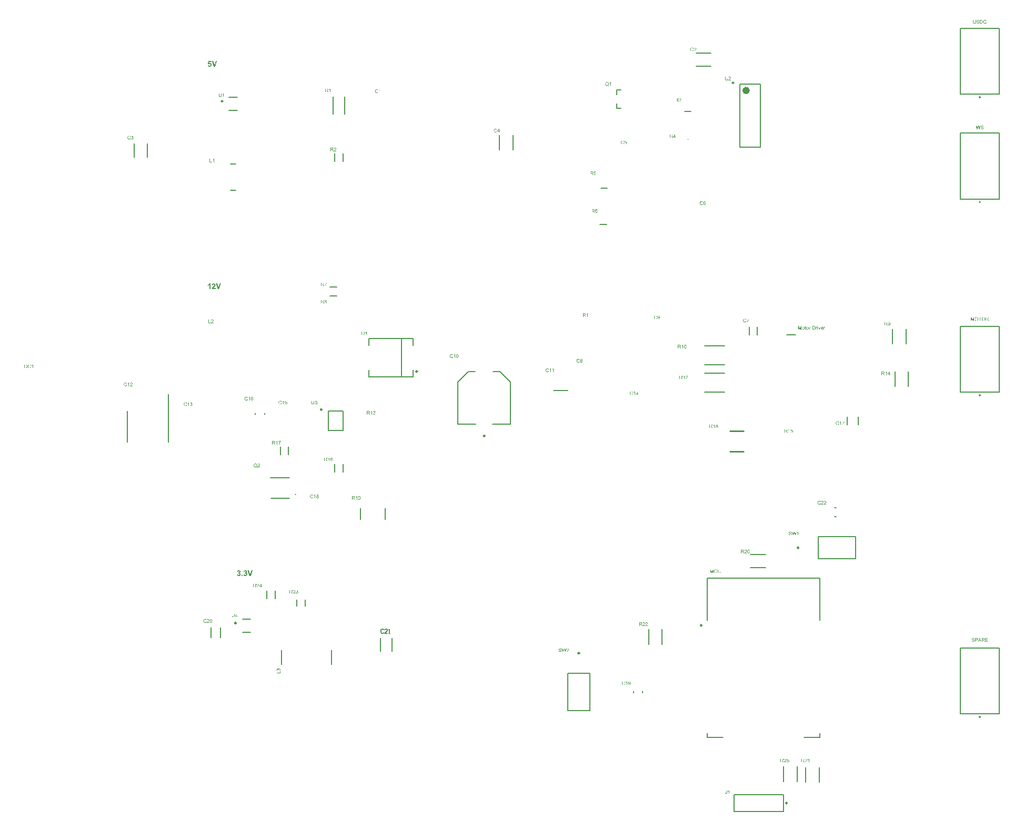
<source format=gto>
G04*
G04 #@! TF.GenerationSoftware,Altium Limited,Altium Designer,24.9.1 (31)*
G04*
G04 Layer_Color=65535*
%FSLAX25Y25*%
%MOIN*%
G70*
G04*
G04 #@! TF.SameCoordinates,8287A4C5-CB0D-4E90-9DB4-BFF006B876B5*
G04*
G04*
G04 #@! TF.FilePolarity,Positive*
G04*
G01*
G75*
%ADD10C,0.00984*%
%ADD11C,0.00787*%
%ADD12C,0.02362*%
%ADD13C,0.00500*%
%ADD14C,0.01000*%
G36*
X241194Y215566D02*
X240425D01*
X239163Y219089D01*
X239931D01*
X240827Y216482D01*
X241687Y219089D01*
X242446D01*
X241194Y215566D01*
D02*
G37*
G36*
X237824Y219104D02*
X237870Y219099D01*
X237916Y219093D01*
X237972Y219083D01*
X238028Y219068D01*
X238155Y219033D01*
X238221Y219007D01*
X238292Y218971D01*
X238359Y218936D01*
X238420Y218895D01*
X238486Y218844D01*
X238542Y218788D01*
X238547Y218783D01*
X238552Y218778D01*
X238567Y218763D01*
X238582Y218742D01*
X238623Y218691D01*
X238669Y218620D01*
X238715Y218534D01*
X238751Y218432D01*
X238781Y218320D01*
X238786Y218264D01*
X238791Y218203D01*
Y218198D01*
Y218182D01*
X238786Y218157D01*
X238781Y218126D01*
X238776Y218086D01*
X238766Y218040D01*
X238751Y217989D01*
X238730Y217933D01*
X238700Y217877D01*
X238669Y217816D01*
X238628Y217755D01*
X238578Y217694D01*
X238516Y217633D01*
X238450Y217572D01*
X238374Y217516D01*
X238282Y217460D01*
X238287D01*
X238298Y217455D01*
X238313D01*
X238333Y217444D01*
X238389Y217429D01*
X238455Y217399D01*
X238532Y217358D01*
X238613Y217307D01*
X238695Y217241D01*
X238766Y217164D01*
X238776Y217154D01*
X238796Y217124D01*
X238822Y217078D01*
X238857Y217012D01*
X238893Y216935D01*
X238918Y216839D01*
X238939Y216737D01*
X238949Y216620D01*
Y216615D01*
Y216599D01*
Y216574D01*
X238944Y216543D01*
X238939Y216503D01*
X238929Y216457D01*
X238918Y216401D01*
X238908Y216345D01*
X238868Y216223D01*
X238837Y216157D01*
X238807Y216085D01*
X238766Y216019D01*
X238720Y215953D01*
X238669Y215887D01*
X238608Y215826D01*
X238603Y215821D01*
X238593Y215810D01*
X238572Y215795D01*
X238547Y215775D01*
X238511Y215749D01*
X238476Y215724D01*
X238425Y215693D01*
X238374Y215663D01*
X238318Y215632D01*
X238252Y215602D01*
X238180Y215576D01*
X238109Y215551D01*
X238028Y215530D01*
X237946Y215515D01*
X237855Y215505D01*
X237763Y215500D01*
X237717D01*
X237682Y215505D01*
X237641Y215510D01*
X237595Y215515D01*
X237544Y215526D01*
X237483Y215536D01*
X237361Y215566D01*
X237229Y215617D01*
X237157Y215648D01*
X237096Y215683D01*
X237030Y215729D01*
X236969Y215775D01*
X236964Y215780D01*
X236954Y215790D01*
X236939Y215805D01*
X236918Y215826D01*
X236893Y215851D01*
X236867Y215887D01*
X236837Y215922D01*
X236806Y215968D01*
X236776Y216019D01*
X236740Y216070D01*
X236684Y216192D01*
X236638Y216335D01*
X236618Y216411D01*
X236608Y216493D01*
X237259Y216574D01*
Y216569D01*
Y216564D01*
X237264Y216533D01*
X237274Y216488D01*
X237290Y216431D01*
X237315Y216370D01*
X237341Y216304D01*
X237381Y216243D01*
X237427Y216187D01*
X237432Y216182D01*
X237453Y216167D01*
X237483Y216146D01*
X237519Y216126D01*
X237570Y216101D01*
X237626Y216080D01*
X237687Y216065D01*
X237758Y216060D01*
X237768D01*
X237794Y216065D01*
X237829Y216070D01*
X237880Y216080D01*
X237936Y216101D01*
X237992Y216126D01*
X238053Y216167D01*
X238109Y216218D01*
X238114Y216223D01*
X238135Y216248D01*
X238155Y216284D01*
X238186Y216330D01*
X238211Y216391D01*
X238236Y216467D01*
X238252Y216554D01*
X238257Y216650D01*
Y216655D01*
Y216660D01*
Y216691D01*
X238252Y216737D01*
X238242Y216798D01*
X238221Y216864D01*
X238196Y216930D01*
X238160Y216997D01*
X238114Y217057D01*
X238109Y217063D01*
X238089Y217083D01*
X238058Y217108D01*
X238023Y217134D01*
X237972Y217164D01*
X237916Y217185D01*
X237855Y217205D01*
X237783Y217210D01*
X237733D01*
X237697Y217205D01*
X237651Y217200D01*
X237595Y217190D01*
X237539Y217175D01*
X237473Y217159D01*
X237544Y217704D01*
X237590D01*
X237641Y217709D01*
X237702Y217714D01*
X237768Y217729D01*
X237839Y217750D01*
X237906Y217780D01*
X237967Y217821D01*
X237972Y217826D01*
X237992Y217846D01*
X238013Y217872D01*
X238043Y217913D01*
X238069Y217958D01*
X238094Y218015D01*
X238109Y218081D01*
X238114Y218157D01*
Y218167D01*
Y218187D01*
X238109Y218218D01*
X238099Y218259D01*
X238089Y218305D01*
X238069Y218350D01*
X238043Y218401D01*
X238007Y218442D01*
X238002Y218447D01*
X237987Y218457D01*
X237967Y218478D01*
X237931Y218498D01*
X237890Y218513D01*
X237844Y218534D01*
X237783Y218544D01*
X237722Y218549D01*
X237692D01*
X237661Y218544D01*
X237620Y218534D01*
X237575Y218518D01*
X237524Y218498D01*
X237473Y218467D01*
X237427Y218427D01*
X237422Y218422D01*
X237407Y218406D01*
X237386Y218376D01*
X237361Y218335D01*
X237335Y218289D01*
X237315Y218228D01*
X237295Y218157D01*
X237280Y218075D01*
X236659Y218177D01*
Y218182D01*
X236664Y218193D01*
Y218208D01*
X236669Y218233D01*
X236684Y218289D01*
X236704Y218366D01*
X236735Y218447D01*
X236765Y218534D01*
X236806Y218615D01*
X236852Y218691D01*
X236857Y218702D01*
X236877Y218722D01*
X236908Y218758D01*
X236949Y218803D01*
X237000Y218849D01*
X237061Y218900D01*
X237137Y218951D01*
X237218Y218997D01*
X237224D01*
X237229Y219002D01*
X237259Y219012D01*
X237310Y219033D01*
X237371Y219053D01*
X237448Y219073D01*
X237539Y219093D01*
X237636Y219104D01*
X237743Y219109D01*
X237789D01*
X237824Y219104D01*
D02*
G37*
G36*
X233717D02*
X233762Y219099D01*
X233808Y219093D01*
X233864Y219083D01*
X233920Y219068D01*
X234047Y219033D01*
X234114Y219007D01*
X234185Y218971D01*
X234251Y218936D01*
X234312Y218895D01*
X234378Y218844D01*
X234434Y218788D01*
X234439Y218783D01*
X234444Y218778D01*
X234460Y218763D01*
X234475Y218742D01*
X234516Y218691D01*
X234561Y218620D01*
X234607Y218534D01*
X234643Y218432D01*
X234673Y218320D01*
X234679Y218264D01*
X234684Y218203D01*
Y218198D01*
Y218182D01*
X234679Y218157D01*
X234673Y218126D01*
X234668Y218086D01*
X234658Y218040D01*
X234643Y217989D01*
X234623Y217933D01*
X234592Y217877D01*
X234561Y217816D01*
X234521Y217755D01*
X234470Y217694D01*
X234409Y217633D01*
X234343Y217572D01*
X234266Y217516D01*
X234175Y217460D01*
X234180D01*
X234190Y217455D01*
X234205D01*
X234226Y217444D01*
X234281Y217429D01*
X234348Y217399D01*
X234424Y217358D01*
X234506Y217307D01*
X234587Y217241D01*
X234658Y217164D01*
X234668Y217154D01*
X234689Y217124D01*
X234714Y217078D01*
X234750Y217012D01*
X234785Y216935D01*
X234811Y216839D01*
X234831Y216737D01*
X234841Y216620D01*
Y216615D01*
Y216599D01*
Y216574D01*
X234836Y216543D01*
X234831Y216503D01*
X234821Y216457D01*
X234811Y216401D01*
X234801Y216345D01*
X234760Y216223D01*
X234729Y216157D01*
X234699Y216085D01*
X234658Y216019D01*
X234612Y215953D01*
X234561Y215887D01*
X234500Y215826D01*
X234495Y215821D01*
X234485Y215810D01*
X234465Y215795D01*
X234439Y215775D01*
X234404Y215749D01*
X234368Y215724D01*
X234317Y215693D01*
X234266Y215663D01*
X234210Y215632D01*
X234144Y215602D01*
X234073Y215576D01*
X234001Y215551D01*
X233920Y215530D01*
X233839Y215515D01*
X233747Y215505D01*
X233655Y215500D01*
X233610D01*
X233574Y215505D01*
X233533Y215510D01*
X233488Y215515D01*
X233437Y215526D01*
X233376Y215536D01*
X233253Y215566D01*
X233121Y215617D01*
X233050Y215648D01*
X232989Y215683D01*
X232923Y215729D01*
X232861Y215775D01*
X232856Y215780D01*
X232846Y215790D01*
X232831Y215805D01*
X232810Y215826D01*
X232785Y215851D01*
X232760Y215887D01*
X232729Y215922D01*
X232698Y215968D01*
X232668Y216019D01*
X232632Y216070D01*
X232576Y216192D01*
X232530Y216335D01*
X232510Y216411D01*
X232500Y216493D01*
X233152Y216574D01*
Y216569D01*
Y216564D01*
X233157Y216533D01*
X233167Y216488D01*
X233182Y216431D01*
X233208Y216370D01*
X233233Y216304D01*
X233274Y216243D01*
X233319Y216187D01*
X233325Y216182D01*
X233345Y216167D01*
X233376Y216146D01*
X233411Y216126D01*
X233462Y216101D01*
X233518Y216080D01*
X233579Y216065D01*
X233650Y216060D01*
X233661D01*
X233686Y216065D01*
X233722Y216070D01*
X233772Y216080D01*
X233828Y216101D01*
X233885Y216126D01*
X233946Y216167D01*
X234001Y216218D01*
X234007Y216223D01*
X234027Y216248D01*
X234047Y216284D01*
X234078Y216330D01*
X234103Y216391D01*
X234129Y216467D01*
X234144Y216554D01*
X234149Y216650D01*
Y216655D01*
Y216660D01*
Y216691D01*
X234144Y216737D01*
X234134Y216798D01*
X234114Y216864D01*
X234088Y216930D01*
X234052Y216997D01*
X234007Y217057D01*
X234001Y217063D01*
X233981Y217083D01*
X233951Y217108D01*
X233915Y217134D01*
X233864Y217164D01*
X233808Y217185D01*
X233747Y217205D01*
X233676Y217210D01*
X233625D01*
X233589Y217205D01*
X233543Y217200D01*
X233488Y217190D01*
X233432Y217175D01*
X233365Y217159D01*
X233437Y217704D01*
X233482D01*
X233533Y217709D01*
X233594Y217714D01*
X233661Y217729D01*
X233732Y217750D01*
X233798Y217780D01*
X233859Y217821D01*
X233864Y217826D01*
X233885Y217846D01*
X233905Y217872D01*
X233935Y217913D01*
X233961Y217958D01*
X233986Y218015D01*
X234001Y218081D01*
X234007Y218157D01*
Y218167D01*
Y218187D01*
X234001Y218218D01*
X233991Y218259D01*
X233981Y218305D01*
X233961Y218350D01*
X233935Y218401D01*
X233900Y218442D01*
X233895Y218447D01*
X233879Y218457D01*
X233859Y218478D01*
X233823Y218498D01*
X233783Y218513D01*
X233737Y218534D01*
X233676Y218544D01*
X233615Y218549D01*
X233584D01*
X233554Y218544D01*
X233513Y218534D01*
X233467Y218518D01*
X233416Y218498D01*
X233365Y218467D01*
X233319Y218427D01*
X233314Y218422D01*
X233299Y218406D01*
X233279Y218376D01*
X233253Y218335D01*
X233228Y218289D01*
X233208Y218228D01*
X233187Y218157D01*
X233172Y218075D01*
X232551Y218177D01*
Y218182D01*
X232556Y218193D01*
Y218208D01*
X232561Y218233D01*
X232576Y218289D01*
X232597Y218366D01*
X232627Y218447D01*
X232658Y218534D01*
X232698Y218615D01*
X232744Y218691D01*
X232749Y218702D01*
X232770Y218722D01*
X232800Y218758D01*
X232841Y218803D01*
X232892Y218849D01*
X232953Y218900D01*
X233029Y218951D01*
X233111Y218997D01*
X233116D01*
X233121Y219002D01*
X233152Y219012D01*
X233202Y219033D01*
X233263Y219053D01*
X233340Y219073D01*
X233432Y219093D01*
X233528Y219104D01*
X233635Y219109D01*
X233681D01*
X233717Y219104D01*
D02*
G37*
G36*
X236083Y215566D02*
X235406D01*
Y216243D01*
X236083D01*
Y215566D01*
D02*
G37*
G36*
X218550Y538566D02*
X217782D01*
X216519Y542089D01*
X217288D01*
X218184Y539482D01*
X219044Y542089D01*
X219803D01*
X218550Y538566D01*
D02*
G37*
G36*
X216214Y541411D02*
X214937D01*
X214830Y540811D01*
X214835D01*
X214840Y540816D01*
X214870Y540831D01*
X214916Y540846D01*
X214972Y540872D01*
X215043Y540892D01*
X215120Y540908D01*
X215206Y540923D01*
X215293Y540928D01*
X215339D01*
X215369Y540923D01*
X215405Y540918D01*
X215451Y540913D01*
X215501Y540903D01*
X215558Y540887D01*
X215675Y540846D01*
X215741Y540821D01*
X215802Y540791D01*
X215868Y540750D01*
X215934Y540704D01*
X215995Y540653D01*
X216056Y540597D01*
X216061Y540592D01*
X216072Y540582D01*
X216087Y540561D01*
X216107Y540536D01*
X216128Y540506D01*
X216158Y540465D01*
X216184Y540419D01*
X216214Y540368D01*
X216245Y540312D01*
X216270Y540246D01*
X216301Y540175D01*
X216321Y540103D01*
X216341Y540022D01*
X216357Y539935D01*
X216367Y539844D01*
X216372Y539747D01*
Y539742D01*
Y539727D01*
Y539706D01*
X216367Y539676D01*
Y539635D01*
X216357Y539589D01*
X216352Y539538D01*
X216341Y539488D01*
X216311Y539365D01*
X216265Y539233D01*
X216234Y539162D01*
X216204Y539095D01*
X216163Y539029D01*
X216117Y538963D01*
X216112Y538958D01*
X216102Y538943D01*
X216082Y538923D01*
X216056Y538892D01*
X216021Y538856D01*
X215975Y538816D01*
X215924Y538775D01*
X215868Y538734D01*
X215802Y538688D01*
X215731Y538648D01*
X215654Y538607D01*
X215568Y538571D01*
X215476Y538541D01*
X215379Y538520D01*
X215272Y538505D01*
X215160Y538500D01*
X215115D01*
X215079Y538505D01*
X215038Y538510D01*
X214987Y538515D01*
X214937Y538520D01*
X214876Y538530D01*
X214753Y538561D01*
X214616Y538612D01*
X214550Y538637D01*
X214484Y538673D01*
X214422Y538714D01*
X214361Y538760D01*
X214356Y538765D01*
X214346Y538770D01*
X214331Y538785D01*
X214311Y538805D01*
X214290Y538836D01*
X214260Y538867D01*
X214234Y538902D01*
X214204Y538943D01*
X214168Y538994D01*
X214137Y539045D01*
X214081Y539167D01*
X214031Y539304D01*
X214015Y539381D01*
X214000Y539462D01*
X214672Y539533D01*
Y539523D01*
X214677Y539498D01*
X214687Y539452D01*
X214702Y539401D01*
X214723Y539345D01*
X214753Y539284D01*
X214794Y539228D01*
X214840Y539172D01*
X214845Y539167D01*
X214865Y539151D01*
X214896Y539131D01*
X214937Y539106D01*
X214982Y539080D01*
X215038Y539060D01*
X215105Y539045D01*
X215171Y539040D01*
X215181D01*
X215206Y539045D01*
X215247Y539050D01*
X215298Y539060D01*
X215354Y539080D01*
X215415Y539111D01*
X215476Y539157D01*
X215532Y539213D01*
X215537Y539223D01*
X215558Y539243D01*
X215578Y539284D01*
X215608Y539345D01*
X215634Y539416D01*
X215659Y539503D01*
X215675Y539610D01*
X215680Y539732D01*
Y539737D01*
Y539747D01*
Y539762D01*
Y539788D01*
X215675Y539844D01*
X215659Y539915D01*
X215644Y539996D01*
X215619Y540078D01*
X215583Y540154D01*
X215532Y540220D01*
X215527Y540226D01*
X215507Y540246D01*
X215471Y540271D01*
X215430Y540307D01*
X215374Y540338D01*
X215308Y540363D01*
X215232Y540383D01*
X215150Y540388D01*
X215120D01*
X215099Y540383D01*
X215049Y540373D01*
X214977Y540358D01*
X214896Y540327D01*
X214809Y540281D01*
X214763Y540251D01*
X214718Y540215D01*
X214672Y540175D01*
X214626Y540129D01*
X214081Y540205D01*
X214428Y542043D01*
X216214D01*
Y541411D01*
D02*
G37*
G36*
X221121Y397500D02*
X220352D01*
X219090Y401022D01*
X219859D01*
X220754Y398416D01*
X221615Y401022D01*
X222373D01*
X221121Y397500D01*
D02*
G37*
G36*
X217807Y401038D02*
X217853Y401032D01*
X217904Y401027D01*
X217960Y401017D01*
X218021Y401007D01*
X218153Y400971D01*
X218286Y400920D01*
X218357Y400890D01*
X218418Y400854D01*
X218484Y400808D01*
X218540Y400758D01*
X218545Y400752D01*
X218555Y400747D01*
X218566Y400727D01*
X218586Y400707D01*
X218612Y400681D01*
X218637Y400646D01*
X218662Y400610D01*
X218693Y400564D01*
X218744Y400462D01*
X218795Y400345D01*
X218815Y400279D01*
X218825Y400208D01*
X218835Y400132D01*
X218841Y400055D01*
Y400045D01*
Y400014D01*
X218835Y399969D01*
X218830Y399913D01*
X218820Y399841D01*
X218805Y399765D01*
X218785Y399684D01*
X218754Y399602D01*
X218749Y399592D01*
X218739Y399567D01*
X218718Y399521D01*
X218688Y399465D01*
X218652Y399399D01*
X218606Y399322D01*
X218550Y399241D01*
X218484Y399154D01*
X218479Y399149D01*
X218459Y399124D01*
X218428Y399088D01*
X218383Y399037D01*
X218321Y398976D01*
X218245Y398895D01*
X218153Y398808D01*
X218041Y398701D01*
X218036Y398696D01*
X218026Y398691D01*
X218011Y398676D01*
X217991Y398655D01*
X217935Y398604D01*
X217868Y398543D01*
X217802Y398477D01*
X217736Y398411D01*
X217675Y398355D01*
X217655Y398330D01*
X217634Y398309D01*
X217629Y398304D01*
X217619Y398294D01*
X217604Y398274D01*
X217583Y398248D01*
X217538Y398192D01*
X217497Y398126D01*
X218841D01*
Y397500D01*
X216474D01*
Y397505D01*
Y397515D01*
X216479Y397536D01*
X216484Y397561D01*
X216489Y397592D01*
X216494Y397627D01*
X216514Y397719D01*
X216545Y397821D01*
X216586Y397933D01*
X216637Y398055D01*
X216703Y398172D01*
Y398177D01*
X216713Y398187D01*
X216723Y398207D01*
X216743Y398228D01*
X216764Y398264D01*
X216794Y398299D01*
X216830Y398345D01*
X216871Y398396D01*
X216917Y398457D01*
X216973Y398518D01*
X217034Y398589D01*
X217105Y398666D01*
X217181Y398742D01*
X217268Y398829D01*
X217359Y398920D01*
X217461Y399017D01*
X217466Y399022D01*
X217482Y399037D01*
X217502Y399058D01*
X217532Y399088D01*
X217573Y399119D01*
X217614Y399159D01*
X217705Y399251D01*
X217797Y399348D01*
X217889Y399444D01*
X217930Y399485D01*
X217970Y399531D01*
X218001Y399567D01*
X218021Y399597D01*
X218026Y399607D01*
X218041Y399633D01*
X218067Y399673D01*
X218092Y399729D01*
X218118Y399791D01*
X218143Y399862D01*
X218159Y399933D01*
X218164Y400009D01*
Y400014D01*
Y400020D01*
Y400045D01*
X218159Y400091D01*
X218148Y400142D01*
X218133Y400198D01*
X218113Y400254D01*
X218082Y400310D01*
X218041Y400361D01*
X218036Y400366D01*
X218021Y400381D01*
X217991Y400401D01*
X217955Y400422D01*
X217904Y400442D01*
X217848Y400462D01*
X217782Y400478D01*
X217705Y400483D01*
X217670D01*
X217629Y400478D01*
X217583Y400467D01*
X217527Y400452D01*
X217471Y400427D01*
X217415Y400396D01*
X217365Y400355D01*
X217359Y400350D01*
X217344Y400330D01*
X217324Y400300D01*
X217303Y400254D01*
X217278Y400198D01*
X217258Y400121D01*
X217237Y400035D01*
X217227Y399933D01*
X216555Y399999D01*
Y400004D01*
X216560Y400025D01*
Y400050D01*
X216570Y400091D01*
X216576Y400137D01*
X216591Y400187D01*
X216606Y400244D01*
X216621Y400310D01*
X216672Y400437D01*
X216733Y400569D01*
X216774Y400635D01*
X216820Y400697D01*
X216871Y400747D01*
X216927Y400798D01*
X216932Y400803D01*
X216942Y400808D01*
X216957Y400819D01*
X216983Y400839D01*
X217013Y400854D01*
X217054Y400875D01*
X217095Y400900D01*
X217146Y400920D01*
X217202Y400946D01*
X217263Y400966D01*
X217395Y401007D01*
X217553Y401032D01*
X217634Y401038D01*
X217721Y401043D01*
X217772D01*
X217807Y401038D01*
D02*
G37*
G36*
X215547Y397500D02*
X214870D01*
Y400050D01*
X214865Y400045D01*
X214855Y400035D01*
X214835Y400020D01*
X214804Y399994D01*
X214769Y399964D01*
X214728Y399933D01*
X214677Y399897D01*
X214621Y399857D01*
X214560Y399816D01*
X214494Y399775D01*
X214422Y399729D01*
X214346Y399689D01*
X214183Y399612D01*
X214000Y399541D01*
Y400152D01*
X214005D01*
X214010Y400157D01*
X214025Y400162D01*
X214046Y400167D01*
X214097Y400193D01*
X214168Y400223D01*
X214254Y400264D01*
X214351Y400320D01*
X214458Y400391D01*
X214570Y400473D01*
X214575Y400478D01*
X214585Y400483D01*
X214601Y400498D01*
X214621Y400518D01*
X214677Y400569D01*
X214738Y400635D01*
X214809Y400717D01*
X214881Y400819D01*
X214947Y400926D01*
X214998Y401043D01*
X215547D01*
Y397500D01*
D02*
G37*
G36*
X230960Y190345D02*
Y190341D01*
Y190328D01*
Y190312D01*
Y190289D01*
X230956Y190260D01*
Y190228D01*
X230953Y190189D01*
X230950Y190150D01*
X230940Y190063D01*
X230927Y189972D01*
X230908Y189884D01*
X230895Y189842D01*
X230882Y189803D01*
Y189800D01*
X230878Y189794D01*
X230872Y189784D01*
X230866Y189771D01*
X230846Y189735D01*
X230817Y189690D01*
X230778Y189638D01*
X230733Y189586D01*
X230674Y189531D01*
X230603Y189483D01*
X230600D01*
X230593Y189476D01*
X230584Y189473D01*
X230568Y189463D01*
X230548Y189453D01*
X230522Y189444D01*
X230496Y189434D01*
X230464Y189421D01*
X230428Y189408D01*
X230389Y189398D01*
X230347Y189389D01*
X230298Y189379D01*
X230250Y189373D01*
X230198Y189366D01*
X230082Y189359D01*
X230052D01*
X230030Y189363D01*
X230004D01*
X229971Y189366D01*
X229936Y189369D01*
X229900Y189373D01*
X229819Y189385D01*
X229731Y189405D01*
X229647Y189431D01*
X229566Y189466D01*
X229563D01*
X229557Y189473D01*
X229547Y189479D01*
X229534Y189486D01*
X229498Y189512D01*
X229456Y189547D01*
X229408Y189593D01*
X229362Y189645D01*
X229317Y189709D01*
X229281Y189781D01*
Y189784D01*
X229278Y189790D01*
X229275Y189803D01*
X229268Y189820D01*
X229262Y189839D01*
X229255Y189865D01*
X229245Y189894D01*
X229239Y189930D01*
X229233Y189969D01*
X229223Y190011D01*
X229216Y190056D01*
X229210Y190105D01*
X229203Y190160D01*
X229200Y190218D01*
X229197Y190280D01*
Y190345D01*
Y191640D01*
X229495D01*
Y190345D01*
Y190341D01*
Y190331D01*
Y190315D01*
Y190296D01*
X229498Y190273D01*
Y190244D01*
X229502Y190182D01*
X229508Y190111D01*
X229518Y190040D01*
X229531Y189972D01*
X229537Y189943D01*
X229547Y189914D01*
X229550Y189907D01*
X229557Y189891D01*
X229573Y189868D01*
X229592Y189836D01*
X229615Y189803D01*
X229647Y189768D01*
X229686Y189732D01*
X229731Y189703D01*
X229738Y189700D01*
X229754Y189690D01*
X229783Y189680D01*
X229822Y189667D01*
X229868Y189651D01*
X229926Y189641D01*
X229988Y189632D01*
X230055Y189628D01*
X230088D01*
X230107Y189632D01*
X230136D01*
X230166Y189635D01*
X230237Y189648D01*
X230315Y189664D01*
X230389Y189690D01*
X230461Y189726D01*
X230493Y189748D01*
X230522Y189774D01*
X230525Y189778D01*
X230529Y189781D01*
X230535Y189790D01*
X230545Y189803D01*
X230555Y189823D01*
X230568Y189842D01*
X230580Y189871D01*
X230593Y189901D01*
X230606Y189936D01*
X230616Y189978D01*
X230629Y190027D01*
X230639Y190079D01*
X230648Y190137D01*
X230655Y190199D01*
X230661Y190270D01*
Y190345D01*
Y191640D01*
X230960D01*
Y190345D01*
D02*
G37*
G36*
X232499Y190189D02*
X232803D01*
Y189936D01*
X232499D01*
Y189398D01*
X232223D01*
Y189936D01*
X231248D01*
Y190189D01*
X232275Y191640D01*
X232499D01*
Y190189D01*
D02*
G37*
G36*
X259245Y156802D02*
X259271Y156799D01*
X259300Y156792D01*
X259332Y156786D01*
X259368Y156779D01*
X259446Y156753D01*
X259488Y156734D01*
X259527Y156714D01*
X259569Y156689D01*
X259611Y156659D01*
X259653Y156627D01*
X259692Y156588D01*
X259695Y156585D01*
X259702Y156578D01*
X259712Y156565D01*
X259725Y156549D01*
X259741Y156530D01*
X259757Y156504D01*
X259776Y156475D01*
X259793Y156439D01*
X259812Y156403D01*
X259832Y156361D01*
X259848Y156319D01*
X259864Y156271D01*
X259877Y156219D01*
X259887Y156164D01*
X259893Y156109D01*
X259896Y156047D01*
Y156018D01*
X259893Y155998D01*
X259890Y155973D01*
X259887Y155943D01*
X259880Y155911D01*
X259874Y155875D01*
X259854Y155798D01*
X259822Y155717D01*
X259802Y155674D01*
X259780Y155635D01*
X259751Y155597D01*
X259721Y155558D01*
X259718Y155554D01*
X259712Y155548D01*
X259702Y155538D01*
X259689Y155529D01*
X259673Y155512D01*
X259650Y155496D01*
X259627Y155477D01*
X259598Y155457D01*
X259566Y155438D01*
X259533Y155419D01*
X259456Y155383D01*
X259365Y155354D01*
X259316Y155344D01*
X259264Y155338D01*
X259229Y155613D01*
X259232D01*
X259239Y155616D01*
X259251Y155619D01*
X259268Y155623D01*
X259287Y155626D01*
X259310Y155632D01*
X259359Y155649D01*
X259417Y155671D01*
X259472Y155700D01*
X259524Y155733D01*
X259569Y155772D01*
X259572Y155778D01*
X259585Y155791D01*
X259601Y155817D01*
X259618Y155849D01*
X259637Y155888D01*
X259653Y155937D01*
X259666Y155992D01*
X259669Y156050D01*
Y156070D01*
X259666Y156083D01*
X259663Y156118D01*
X259653Y156164D01*
X259637Y156216D01*
X259614Y156271D01*
X259582Y156326D01*
X259537Y156377D01*
X259530Y156384D01*
X259511Y156400D01*
X259482Y156420D01*
X259443Y156446D01*
X259394Y156472D01*
X259339Y156491D01*
X259274Y156507D01*
X259203Y156514D01*
X259200D01*
X259193D01*
X259184D01*
X259171Y156510D01*
X259135Y156507D01*
X259093Y156497D01*
X259041Y156484D01*
X258989Y156462D01*
X258937Y156429D01*
X258889Y156387D01*
X258882Y156381D01*
X258869Y156365D01*
X258850Y156339D01*
X258827Y156303D01*
X258804Y156258D01*
X258785Y156202D01*
X258772Y156141D01*
X258766Y156073D01*
Y156044D01*
X258769Y156021D01*
X258772Y155992D01*
X258779Y155959D01*
X258785Y155921D01*
X258795Y155878D01*
X258552Y155911D01*
Y155927D01*
X258555Y155940D01*
Y155982D01*
X258548Y156018D01*
X258542Y156060D01*
X258532Y156109D01*
X258516Y156164D01*
X258493Y156216D01*
X258464Y156271D01*
Y156274D01*
X258461Y156277D01*
X258448Y156293D01*
X258425Y156316D01*
X258396Y156342D01*
X258354Y156368D01*
X258306Y156391D01*
X258250Y156407D01*
X258218Y156413D01*
X258182D01*
X258179D01*
X258176D01*
X258156D01*
X258131Y156407D01*
X258095Y156400D01*
X258056Y156387D01*
X258014Y156371D01*
X257972Y156345D01*
X257933Y156309D01*
X257930Y156306D01*
X257917Y156290D01*
X257901Y156267D01*
X257881Y156238D01*
X257865Y156199D01*
X257849Y156154D01*
X257836Y156102D01*
X257832Y156044D01*
Y156018D01*
X257839Y155989D01*
X257845Y155950D01*
X257858Y155908D01*
X257874Y155866D01*
X257901Y155820D01*
X257933Y155778D01*
X257936Y155775D01*
X257952Y155762D01*
X257975Y155743D01*
X258007Y155720D01*
X258050Y155697D01*
X258101Y155674D01*
X258163Y155655D01*
X258234Y155642D01*
X258186Y155367D01*
X258182D01*
X258173Y155370D01*
X258160Y155373D01*
X258140Y155376D01*
X258118Y155383D01*
X258092Y155393D01*
X258030Y155412D01*
X257959Y155444D01*
X257888Y155483D01*
X257820Y155532D01*
X257758Y155593D01*
X257755Y155597D01*
X257751Y155603D01*
X257745Y155613D01*
X257735Y155626D01*
X257722Y155642D01*
X257709Y155665D01*
X257696Y155687D01*
X257680Y155717D01*
X257654Y155781D01*
X257628Y155856D01*
X257612Y155943D01*
X257606Y155989D01*
Y156070D01*
X257609Y156105D01*
X257615Y156148D01*
X257625Y156199D01*
X257641Y156258D01*
X257661Y156316D01*
X257687Y156374D01*
Y156377D01*
X257690Y156381D01*
X257700Y156400D01*
X257719Y156429D01*
X257742Y156462D01*
X257774Y156501D01*
X257810Y156539D01*
X257852Y156578D01*
X257901Y156611D01*
X257907Y156614D01*
X257923Y156624D01*
X257952Y156637D01*
X257988Y156653D01*
X258030Y156669D01*
X258079Y156682D01*
X258134Y156692D01*
X258189Y156695D01*
X258195D01*
X258215D01*
X258241Y156692D01*
X258276Y156685D01*
X258318Y156676D01*
X258364Y156659D01*
X258409Y156640D01*
X258454Y156614D01*
X258461Y156611D01*
X258474Y156601D01*
X258497Y156582D01*
X258523Y156556D01*
X258552Y156523D01*
X258584Y156484D01*
X258613Y156439D01*
X258642Y156384D01*
Y156387D01*
X258646Y156394D01*
X258649Y156403D01*
X258652Y156416D01*
X258665Y156452D01*
X258684Y156497D01*
X258711Y156549D01*
X258743Y156601D01*
X258785Y156650D01*
X258834Y156695D01*
X258840Y156698D01*
X258859Y156711D01*
X258892Y156731D01*
X258934Y156750D01*
X258986Y156770D01*
X259047Y156789D01*
X259119Y156802D01*
X259196Y156805D01*
X259200D01*
X259209D01*
X259226D01*
X259245Y156802D01*
D02*
G37*
G36*
X259857Y153692D02*
X257615D01*
Y153990D01*
X259592D01*
Y155095D01*
X259857D01*
Y153692D01*
D02*
G37*
G36*
X212390Y188157D02*
X212419Y188153D01*
X212455Y188150D01*
X212490Y188147D01*
X212532Y188137D01*
X212620Y188118D01*
X212717Y188089D01*
X212766Y188069D01*
X212811Y188047D01*
X212856Y188017D01*
X212902Y187988D01*
X212905Y187985D01*
X212911Y187982D01*
X212924Y187972D01*
X212941Y187956D01*
X212957Y187940D01*
X212979Y187917D01*
X213002Y187891D01*
X213028Y187865D01*
X213054Y187833D01*
X213080Y187794D01*
X213109Y187755D01*
X213135Y187713D01*
X213158Y187664D01*
X213183Y187616D01*
X213203Y187564D01*
X213222Y187505D01*
X212931Y187437D01*
Y187441D01*
X212928Y187447D01*
X212921Y187460D01*
X212915Y187476D01*
X212908Y187496D01*
X212898Y187522D01*
X212873Y187574D01*
X212840Y187632D01*
X212801Y187690D01*
X212753Y187745D01*
X212701Y187794D01*
X212694Y187800D01*
X212675Y187813D01*
X212642Y187829D01*
X212600Y187852D01*
X212545Y187872D01*
X212484Y187891D01*
X212409Y187904D01*
X212328Y187907D01*
X212302D01*
X212286Y187904D01*
X212263D01*
X212237Y187901D01*
X212176Y187891D01*
X212108Y187878D01*
X212037Y187855D01*
X211962Y187823D01*
X211894Y187781D01*
X211891D01*
X211888Y187774D01*
X211865Y187758D01*
X211836Y187732D01*
X211800Y187693D01*
X211758Y187645D01*
X211719Y187590D01*
X211683Y187522D01*
X211651Y187447D01*
Y187444D01*
X211648Y187437D01*
X211645Y187428D01*
X211641Y187411D01*
X211635Y187392D01*
X211628Y187369D01*
X211619Y187314D01*
X211606Y187250D01*
X211593Y187178D01*
X211586Y187100D01*
X211583Y187016D01*
Y187013D01*
Y187003D01*
Y186987D01*
Y186968D01*
X211586Y186945D01*
Y186916D01*
X211589Y186883D01*
X211593Y186848D01*
X211602Y186770D01*
X211619Y186686D01*
X211638Y186601D01*
X211664Y186517D01*
Y186514D01*
X211667Y186507D01*
X211674Y186498D01*
X211680Y186482D01*
X211700Y186443D01*
X211729Y186397D01*
X211764Y186346D01*
X211810Y186290D01*
X211862Y186242D01*
X211923Y186196D01*
X211926D01*
X211933Y186193D01*
X211943Y186187D01*
X211956Y186180D01*
X211972Y186174D01*
X211991Y186164D01*
X212037Y186145D01*
X212095Y186125D01*
X212160Y186109D01*
X212231Y186096D01*
X212305Y186093D01*
X212328D01*
X212348Y186096D01*
X212370D01*
X212393Y186099D01*
X212451Y186112D01*
X212519Y186128D01*
X212587Y186154D01*
X212659Y186190D01*
X212694Y186209D01*
X212727Y186235D01*
X212730Y186239D01*
X212733Y186242D01*
X212743Y186252D01*
X212756Y186261D01*
X212769Y186277D01*
X212785Y186297D01*
X212804Y186316D01*
X212821Y186342D01*
X212840Y186371D01*
X212863Y186404D01*
X212882Y186436D01*
X212902Y186475D01*
X212918Y186517D01*
X212934Y186563D01*
X212950Y186611D01*
X212963Y186663D01*
X213261Y186589D01*
Y186585D01*
X213258Y186572D01*
X213252Y186553D01*
X213242Y186527D01*
X213232Y186498D01*
X213219Y186462D01*
X213203Y186423D01*
X213183Y186381D01*
X213138Y186290D01*
X213080Y186200D01*
X213044Y186154D01*
X213009Y186109D01*
X212970Y186070D01*
X212924Y186031D01*
X212921Y186028D01*
X212915Y186021D01*
X212898Y186015D01*
X212882Y186002D01*
X212856Y185986D01*
X212830Y185970D01*
X212795Y185953D01*
X212759Y185937D01*
X212717Y185918D01*
X212672Y185902D01*
X212623Y185885D01*
X212571Y185869D01*
X212516Y185856D01*
X212458Y185850D01*
X212396Y185843D01*
X212331Y185840D01*
X212296D01*
X212270Y185843D01*
X212241D01*
X212205Y185847D01*
X212166Y185853D01*
X212121Y185860D01*
X212027Y185876D01*
X211930Y185902D01*
X211832Y185937D01*
X211787Y185960D01*
X211742Y185986D01*
X211738Y185989D01*
X211732Y185992D01*
X211719Y186002D01*
X211706Y186015D01*
X211687Y186028D01*
X211664Y186047D01*
X211638Y186070D01*
X211612Y186096D01*
X211586Y186125D01*
X211557Y186154D01*
X211499Y186229D01*
X211444Y186316D01*
X211395Y186414D01*
Y186417D01*
X211389Y186426D01*
X211385Y186443D01*
X211376Y186462D01*
X211369Y186488D01*
X211359Y186521D01*
X211346Y186556D01*
X211337Y186595D01*
X211327Y186637D01*
X211314Y186686D01*
X211298Y186786D01*
X211285Y186900D01*
X211278Y187016D01*
Y187019D01*
Y187032D01*
Y187052D01*
X211282Y187074D01*
Y187107D01*
X211285Y187139D01*
X211288Y187181D01*
X211295Y187224D01*
X211311Y187318D01*
X211333Y187421D01*
X211366Y187525D01*
X211411Y187625D01*
X211415Y187629D01*
X211418Y187638D01*
X211424Y187651D01*
X211437Y187667D01*
X211450Y187690D01*
X211466Y187716D01*
X211508Y187774D01*
X211563Y187839D01*
X211628Y187904D01*
X211703Y187969D01*
X211790Y188024D01*
X211794Y188027D01*
X211803Y188030D01*
X211816Y188037D01*
X211832Y188047D01*
X211858Y188056D01*
X211884Y188066D01*
X211917Y188079D01*
X211952Y188092D01*
X211991Y188105D01*
X212033Y188118D01*
X212124Y188137D01*
X212228Y188153D01*
X212335Y188160D01*
X212367D01*
X212390Y188157D01*
D02*
G37*
G36*
X214311Y188128D02*
X214337Y188124D01*
X214369Y188121D01*
X214405Y188115D01*
X214441Y188108D01*
X214525Y188085D01*
X214609Y188053D01*
X214651Y188034D01*
X214693Y188011D01*
X214732Y187982D01*
X214768Y187949D01*
X214771Y187946D01*
X214778Y187943D01*
X214784Y187930D01*
X214797Y187917D01*
X214813Y187901D01*
X214829Y187878D01*
X214846Y187855D01*
X214865Y187826D01*
X214897Y187765D01*
X214930Y187687D01*
X214943Y187648D01*
X214949Y187603D01*
X214956Y187557D01*
X214959Y187509D01*
Y187502D01*
Y187486D01*
X214956Y187460D01*
X214953Y187424D01*
X214946Y187386D01*
X214933Y187340D01*
X214920Y187292D01*
X214901Y187243D01*
X214897Y187236D01*
X214891Y187220D01*
X214878Y187194D01*
X214859Y187159D01*
X214833Y187120D01*
X214800Y187071D01*
X214761Y187023D01*
X214716Y186968D01*
X214710Y186961D01*
X214693Y186942D01*
X214677Y186925D01*
X214661Y186909D01*
X214641Y186890D01*
X214616Y186864D01*
X214590Y186838D01*
X214557Y186809D01*
X214525Y186776D01*
X214486Y186741D01*
X214444Y186705D01*
X214399Y186663D01*
X214347Y186621D01*
X214295Y186576D01*
X214292Y186572D01*
X214285Y186566D01*
X214272Y186556D01*
X214256Y186543D01*
X214236Y186524D01*
X214214Y186504D01*
X214162Y186462D01*
X214107Y186414D01*
X214055Y186365D01*
X214010Y186323D01*
X213990Y186307D01*
X213974Y186290D01*
X213971Y186287D01*
X213961Y186277D01*
X213948Y186265D01*
X213932Y186245D01*
X213916Y186222D01*
X213896Y186200D01*
X213857Y186145D01*
X214962D01*
Y185879D01*
X213475D01*
Y185882D01*
Y185895D01*
Y185915D01*
X213478Y185941D01*
X213482Y185970D01*
X213488Y186002D01*
X213495Y186035D01*
X213508Y186070D01*
Y186073D01*
X213511Y186077D01*
X213517Y186096D01*
X213530Y186125D01*
X213550Y186164D01*
X213576Y186209D01*
X213608Y186261D01*
X213644Y186313D01*
X213689Y186368D01*
Y186371D01*
X213695Y186375D01*
X213712Y186394D01*
X213741Y186423D01*
X213783Y186465D01*
X213831Y186514D01*
X213893Y186572D01*
X213968Y186637D01*
X214049Y186705D01*
X214052Y186708D01*
X214065Y186718D01*
X214084Y186734D01*
X214107Y186754D01*
X214136Y186780D01*
X214172Y186809D01*
X214207Y186841D01*
X214249Y186877D01*
X214331Y186955D01*
X214411Y187032D01*
X214450Y187071D01*
X214486Y187110D01*
X214518Y187146D01*
X214544Y187181D01*
Y187185D01*
X214551Y187188D01*
X214557Y187198D01*
X214564Y187211D01*
X214586Y187246D01*
X214612Y187288D01*
X214635Y187340D01*
X214658Y187395D01*
X214671Y187457D01*
X214677Y187515D01*
Y187518D01*
Y187522D01*
X214674Y187541D01*
X214671Y187574D01*
X214661Y187609D01*
X214648Y187654D01*
X214625Y187700D01*
X214596Y187745D01*
X214557Y187791D01*
X214551Y187797D01*
X214535Y187810D01*
X214512Y187826D01*
X214476Y187849D01*
X214431Y187868D01*
X214379Y187888D01*
X214317Y187901D01*
X214249Y187904D01*
X214230D01*
X214217Y187901D01*
X214178Y187898D01*
X214133Y187888D01*
X214084Y187875D01*
X214029Y187852D01*
X213977Y187823D01*
X213929Y187784D01*
X213922Y187778D01*
X213909Y187761D01*
X213890Y187735D01*
X213870Y187697D01*
X213848Y187651D01*
X213828Y187593D01*
X213815Y187528D01*
X213809Y187454D01*
X213527Y187483D01*
Y187486D01*
X213530Y187496D01*
Y187512D01*
X213533Y187535D01*
X213540Y187560D01*
X213546Y187590D01*
X213556Y187625D01*
X213566Y187661D01*
X213592Y187739D01*
X213631Y187817D01*
X213653Y187855D01*
X213683Y187894D01*
X213712Y187930D01*
X213744Y187962D01*
X213747Y187966D01*
X213754Y187969D01*
X213763Y187978D01*
X213780Y187988D01*
X213799Y188001D01*
X213822Y188014D01*
X213848Y188030D01*
X213880Y188047D01*
X213916Y188063D01*
X213955Y188079D01*
X213997Y188092D01*
X214042Y188105D01*
X214091Y188115D01*
X214143Y188124D01*
X214198Y188128D01*
X214256Y188131D01*
X214288D01*
X214311Y188128D01*
D02*
G37*
G36*
X216054D02*
X216096Y188121D01*
X216145Y188111D01*
X216197Y188098D01*
X216252Y188082D01*
X216304Y188056D01*
X216307D01*
X216310Y188053D01*
X216326Y188043D01*
X216352Y188027D01*
X216385Y188004D01*
X216420Y187972D01*
X216459Y187936D01*
X216495Y187894D01*
X216530Y187846D01*
X216534Y187839D01*
X216547Y187823D01*
X216560Y187794D01*
X216582Y187752D01*
X216602Y187703D01*
X216628Y187648D01*
X216650Y187583D01*
X216670Y187512D01*
Y187509D01*
X216673Y187502D01*
X216676Y187493D01*
X216680Y187476D01*
X216683Y187457D01*
X216686Y187434D01*
X216692Y187405D01*
X216696Y187373D01*
X216702Y187337D01*
X216705Y187298D01*
X216709Y187253D01*
X216715Y187207D01*
X216718Y187155D01*
Y187104D01*
X216722Y187045D01*
Y186984D01*
Y186981D01*
Y186968D01*
Y186945D01*
Y186919D01*
X216718Y186883D01*
Y186845D01*
X216715Y186802D01*
X216712Y186757D01*
X216702Y186653D01*
X216686Y186546D01*
X216667Y186443D01*
X216654Y186394D01*
X216637Y186346D01*
Y186342D01*
X216634Y186336D01*
X216628Y186323D01*
X216621Y186307D01*
X216615Y186284D01*
X216602Y186261D01*
X216576Y186206D01*
X216543Y186148D01*
X216501Y186083D01*
X216453Y186025D01*
X216394Y185970D01*
X216391D01*
X216388Y185963D01*
X216378Y185957D01*
X216365Y185950D01*
X216349Y185941D01*
X216333Y185928D01*
X216284Y185905D01*
X216226Y185882D01*
X216158Y185860D01*
X216077Y185847D01*
X215989Y185840D01*
X215957D01*
X215934Y185843D01*
X215908Y185847D01*
X215876Y185853D01*
X215840Y185860D01*
X215801Y185869D01*
X215763Y185882D01*
X215720Y185895D01*
X215678Y185915D01*
X215636Y185937D01*
X215594Y185963D01*
X215552Y185996D01*
X215513Y186031D01*
X215477Y186070D01*
X215474Y186073D01*
X215468Y186083D01*
X215458Y186099D01*
X215442Y186125D01*
X215426Y186154D01*
X215409Y186193D01*
X215387Y186239D01*
X215367Y186290D01*
X215348Y186349D01*
X215328Y186417D01*
X215309Y186491D01*
X215293Y186576D01*
X215277Y186666D01*
X215267Y186764D01*
X215260Y186870D01*
X215257Y186984D01*
Y186987D01*
Y187000D01*
Y187023D01*
Y187049D01*
X215260Y187084D01*
Y187123D01*
X215264Y187165D01*
X215267Y187214D01*
X215277Y187314D01*
X215293Y187421D01*
X215312Y187528D01*
X215325Y187577D01*
X215338Y187625D01*
Y187629D01*
X215341Y187635D01*
X215348Y187648D01*
X215354Y187664D01*
X215361Y187687D01*
X215374Y187710D01*
X215400Y187765D01*
X215432Y187823D01*
X215474Y187884D01*
X215523Y187946D01*
X215581Y187998D01*
X215584D01*
X215588Y188004D01*
X215597Y188011D01*
X215610Y188017D01*
X215627Y188030D01*
X215646Y188040D01*
X215694Y188066D01*
X215753Y188089D01*
X215821Y188111D01*
X215902Y188124D01*
X215989Y188131D01*
X216019D01*
X216054Y188128D01*
D02*
G37*
G36*
X270480Y206642D02*
X270522Y206636D01*
X270574Y206626D01*
X270632Y206610D01*
X270690Y206590D01*
X270749Y206564D01*
X270752D01*
X270755Y206561D01*
X270775Y206551D01*
X270804Y206532D01*
X270836Y206509D01*
X270875Y206477D01*
X270914Y206441D01*
X270953Y206399D01*
X270985Y206350D01*
X270988Y206344D01*
X270998Y206328D01*
X271011Y206299D01*
X271027Y206263D01*
X271043Y206221D01*
X271056Y206172D01*
X271066Y206117D01*
X271069Y206062D01*
Y206056D01*
Y206036D01*
X271066Y206010D01*
X271060Y205975D01*
X271050Y205932D01*
X271034Y205887D01*
X271014Y205842D01*
X270988Y205797D01*
X270985Y205790D01*
X270975Y205777D01*
X270956Y205754D01*
X270930Y205728D01*
X270898Y205699D01*
X270859Y205667D01*
X270813Y205638D01*
X270758Y205609D01*
X270761D01*
X270768Y205605D01*
X270778Y205602D01*
X270791Y205599D01*
X270826Y205586D01*
X270872Y205566D01*
X270923Y205540D01*
X270975Y205508D01*
X271024Y205466D01*
X271069Y205417D01*
X271073Y205411D01*
X271086Y205392D01*
X271105Y205359D01*
X271124Y205317D01*
X271144Y205265D01*
X271163Y205204D01*
X271176Y205132D01*
X271180Y205054D01*
Y205051D01*
Y205042D01*
Y205025D01*
X271176Y205006D01*
X271173Y204980D01*
X271166Y204951D01*
X271160Y204918D01*
X271154Y204883D01*
X271128Y204805D01*
X271108Y204763D01*
X271089Y204724D01*
X271063Y204682D01*
X271034Y204640D01*
X271001Y204598D01*
X270962Y204559D01*
X270959Y204556D01*
X270953Y204549D01*
X270940Y204539D01*
X270923Y204526D01*
X270904Y204510D01*
X270878Y204494D01*
X270849Y204474D01*
X270813Y204458D01*
X270778Y204439D01*
X270736Y204419D01*
X270693Y204403D01*
X270645Y204387D01*
X270593Y204374D01*
X270538Y204364D01*
X270483Y204358D01*
X270421Y204355D01*
X270392D01*
X270373Y204358D01*
X270347Y204361D01*
X270318Y204364D01*
X270285Y204371D01*
X270250Y204377D01*
X270172Y204397D01*
X270091Y204429D01*
X270049Y204449D01*
X270010Y204471D01*
X269971Y204501D01*
X269932Y204530D01*
X269929Y204533D01*
X269922Y204539D01*
X269913Y204549D01*
X269903Y204562D01*
X269887Y204578D01*
X269870Y204601D01*
X269851Y204624D01*
X269832Y204653D01*
X269812Y204685D01*
X269793Y204717D01*
X269757Y204795D01*
X269728Y204886D01*
X269718Y204935D01*
X269712Y204987D01*
X269987Y205022D01*
Y205019D01*
X269990Y205012D01*
X269994Y204999D01*
X269997Y204983D01*
X270000Y204964D01*
X270007Y204941D01*
X270023Y204892D01*
X270045Y204834D01*
X270075Y204779D01*
X270107Y204727D01*
X270146Y204682D01*
X270152Y204679D01*
X270165Y204666D01*
X270191Y204649D01*
X270224Y204633D01*
X270263Y204614D01*
X270311Y204598D01*
X270366Y204585D01*
X270425Y204581D01*
X270444D01*
X270457Y204585D01*
X270493Y204588D01*
X270538Y204598D01*
X270590Y204614D01*
X270645Y204637D01*
X270700Y204669D01*
X270752Y204714D01*
X270758Y204721D01*
X270775Y204740D01*
X270794Y204769D01*
X270820Y204808D01*
X270846Y204857D01*
X270865Y204912D01*
X270881Y204977D01*
X270888Y205048D01*
Y205051D01*
Y205058D01*
Y205067D01*
X270885Y205080D01*
X270881Y205116D01*
X270872Y205158D01*
X270859Y205210D01*
X270836Y205262D01*
X270804Y205314D01*
X270761Y205362D01*
X270755Y205369D01*
X270739Y205382D01*
X270713Y205401D01*
X270677Y205424D01*
X270632Y205447D01*
X270577Y205466D01*
X270515Y205479D01*
X270447Y205485D01*
X270418D01*
X270395Y205482D01*
X270366Y205479D01*
X270334Y205472D01*
X270295Y205466D01*
X270253Y205456D01*
X270285Y205699D01*
X270301D01*
X270314Y205696D01*
X270356D01*
X270392Y205702D01*
X270434Y205709D01*
X270483Y205719D01*
X270538Y205735D01*
X270590Y205758D01*
X270645Y205787D01*
X270648D01*
X270651Y205790D01*
X270668Y205803D01*
X270690Y205826D01*
X270716Y205855D01*
X270742Y205897D01*
X270765Y205945D01*
X270781Y206001D01*
X270787Y206033D01*
Y206069D01*
Y206072D01*
Y206075D01*
Y206095D01*
X270781Y206120D01*
X270775Y206156D01*
X270761Y206195D01*
X270745Y206237D01*
X270719Y206279D01*
X270684Y206318D01*
X270680Y206321D01*
X270664Y206334D01*
X270642Y206350D01*
X270613Y206370D01*
X270574Y206386D01*
X270528Y206402D01*
X270476Y206415D01*
X270418Y206418D01*
X270392D01*
X270363Y206412D01*
X270324Y206406D01*
X270282Y206393D01*
X270240Y206376D01*
X270195Y206350D01*
X270152Y206318D01*
X270149Y206315D01*
X270136Y206299D01*
X270117Y206276D01*
X270094Y206244D01*
X270071Y206202D01*
X270049Y206150D01*
X270029Y206088D01*
X270016Y206017D01*
X269741Y206065D01*
Y206069D01*
X269744Y206078D01*
X269747Y206091D01*
X269751Y206111D01*
X269757Y206133D01*
X269767Y206159D01*
X269786Y206221D01*
X269819Y206292D01*
X269858Y206364D01*
X269906Y206432D01*
X269968Y206493D01*
X269971Y206496D01*
X269977Y206500D01*
X269987Y206506D01*
X270000Y206516D01*
X270016Y206529D01*
X270039Y206542D01*
X270062Y206555D01*
X270091Y206571D01*
X270156Y206597D01*
X270230Y206623D01*
X270318Y206639D01*
X270363Y206645D01*
X270444D01*
X270480Y206642D01*
D02*
G37*
G36*
X268762D02*
X268788Y206639D01*
X268821Y206636D01*
X268856Y206629D01*
X268892Y206623D01*
X268976Y206600D01*
X269060Y206568D01*
X269103Y206548D01*
X269145Y206525D01*
X269184Y206496D01*
X269219Y206464D01*
X269222Y206461D01*
X269229Y206457D01*
X269235Y206445D01*
X269248Y206432D01*
X269265Y206415D01*
X269281Y206393D01*
X269297Y206370D01*
X269317Y206341D01*
X269349Y206279D01*
X269381Y206202D01*
X269394Y206163D01*
X269401Y206117D01*
X269407Y206072D01*
X269410Y206023D01*
Y206017D01*
Y206001D01*
X269407Y205975D01*
X269404Y205939D01*
X269397Y205900D01*
X269385Y205855D01*
X269372Y205806D01*
X269352Y205758D01*
X269349Y205751D01*
X269342Y205735D01*
X269329Y205709D01*
X269310Y205673D01*
X269284Y205634D01*
X269252Y205586D01*
X269213Y205537D01*
X269167Y205482D01*
X269161Y205476D01*
X269145Y205456D01*
X269129Y205440D01*
X269112Y205424D01*
X269093Y205404D01*
X269067Y205379D01*
X269041Y205353D01*
X269009Y205323D01*
X268976Y205291D01*
X268937Y205255D01*
X268895Y205220D01*
X268850Y205178D01*
X268798Y205135D01*
X268746Y205090D01*
X268743Y205087D01*
X268737Y205080D01*
X268724Y205071D01*
X268707Y205058D01*
X268688Y205038D01*
X268665Y205019D01*
X268613Y204977D01*
X268558Y204928D01*
X268507Y204879D01*
X268461Y204837D01*
X268442Y204821D01*
X268425Y204805D01*
X268422Y204802D01*
X268412Y204792D01*
X268400Y204779D01*
X268383Y204760D01*
X268367Y204737D01*
X268348Y204714D01*
X268309Y204659D01*
X269414D01*
Y204394D01*
X267927D01*
Y204397D01*
Y204410D01*
Y204429D01*
X267930Y204455D01*
X267933Y204484D01*
X267939Y204517D01*
X267946Y204549D01*
X267959Y204585D01*
Y204588D01*
X267962Y204591D01*
X267969Y204611D01*
X267982Y204640D01*
X268001Y204679D01*
X268027Y204724D01*
X268059Y204776D01*
X268095Y204828D01*
X268140Y204883D01*
Y204886D01*
X268147Y204889D01*
X268163Y204909D01*
X268192Y204938D01*
X268234Y204980D01*
X268283Y205029D01*
X268344Y205087D01*
X268419Y205152D01*
X268500Y205220D01*
X268503Y205223D01*
X268516Y205233D01*
X268536Y205249D01*
X268558Y205268D01*
X268587Y205294D01*
X268623Y205323D01*
X268659Y205356D01*
X268701Y205392D01*
X268782Y205469D01*
X268863Y205547D01*
X268902Y205586D01*
X268937Y205625D01*
X268970Y205660D01*
X268996Y205696D01*
Y205699D01*
X269002Y205702D01*
X269009Y205712D01*
X269015Y205725D01*
X269038Y205761D01*
X269064Y205803D01*
X269086Y205855D01*
X269109Y205910D01*
X269122Y205971D01*
X269129Y206030D01*
Y206033D01*
Y206036D01*
X269125Y206056D01*
X269122Y206088D01*
X269112Y206124D01*
X269099Y206169D01*
X269077Y206214D01*
X269048Y206260D01*
X269009Y206305D01*
X269002Y206312D01*
X268986Y206325D01*
X268963Y206341D01*
X268928Y206364D01*
X268882Y206383D01*
X268830Y206402D01*
X268769Y206415D01*
X268701Y206418D01*
X268681D01*
X268669Y206415D01*
X268630Y206412D01*
X268584Y206402D01*
X268536Y206389D01*
X268481Y206367D01*
X268429Y206337D01*
X268380Y206299D01*
X268374Y206292D01*
X268361Y206276D01*
X268341Y206250D01*
X268322Y206211D01*
X268299Y206166D01*
X268280Y206107D01*
X268267Y206043D01*
X268260Y205968D01*
X267978Y205997D01*
Y206001D01*
X267982Y206010D01*
Y206027D01*
X267985Y206049D01*
X267991Y206075D01*
X267998Y206104D01*
X268007Y206140D01*
X268017Y206175D01*
X268043Y206253D01*
X268082Y206331D01*
X268105Y206370D01*
X268134Y206409D01*
X268163Y206445D01*
X268195Y206477D01*
X268199Y206480D01*
X268205Y206483D01*
X268215Y206493D01*
X268231Y206503D01*
X268250Y206516D01*
X268273Y206529D01*
X268299Y206545D01*
X268332Y206561D01*
X268367Y206577D01*
X268406Y206593D01*
X268448Y206607D01*
X268494Y206619D01*
X268542Y206629D01*
X268594Y206639D01*
X268649Y206642D01*
X268707Y206645D01*
X268740D01*
X268762Y206642D01*
D02*
G37*
G36*
X266886Y206632D02*
X266916D01*
X266984Y206629D01*
X267055Y206619D01*
X267133Y206610D01*
X267204Y206593D01*
X267240Y206584D01*
X267269Y206574D01*
X267272D01*
X267275Y206571D01*
X267295Y206561D01*
X267324Y206548D01*
X267359Y206525D01*
X267398Y206496D01*
X267441Y206457D01*
X267479Y206412D01*
X267518Y206360D01*
Y206357D01*
X267522Y206354D01*
X267534Y206334D01*
X267547Y206302D01*
X267567Y206260D01*
X267583Y206211D01*
X267599Y206153D01*
X267609Y206091D01*
X267612Y206023D01*
Y206020D01*
Y206013D01*
Y206001D01*
X267609Y205984D01*
Y205962D01*
X267606Y205939D01*
X267593Y205884D01*
X267573Y205819D01*
X267547Y205751D01*
X267509Y205683D01*
X267483Y205651D01*
X267457Y205618D01*
X267454Y205615D01*
X267450Y205612D01*
X267441Y205602D01*
X267428Y205592D01*
X267411Y205579D01*
X267392Y205566D01*
X267366Y205550D01*
X267340Y205531D01*
X267308Y205515D01*
X267272Y205498D01*
X267233Y205479D01*
X267191Y205463D01*
X267142Y205450D01*
X267094Y205434D01*
X267039Y205424D01*
X266980Y205414D01*
X266987Y205411D01*
X267000Y205404D01*
X267019Y205392D01*
X267045Y205379D01*
X267104Y205343D01*
X267133Y205320D01*
X267159Y205301D01*
X267165Y205294D01*
X267181Y205278D01*
X267207Y205252D01*
X267240Y205220D01*
X267275Y205174D01*
X267317Y205126D01*
X267359Y205067D01*
X267405Y205003D01*
X267790Y204394D01*
X267421D01*
X267126Y204860D01*
Y204863D01*
X267120Y204870D01*
X267113Y204879D01*
X267104Y204892D01*
X267081Y204928D01*
X267052Y204974D01*
X267016Y205022D01*
X266980Y205074D01*
X266945Y205122D01*
X266912Y205168D01*
X266909Y205171D01*
X266899Y205184D01*
X266883Y205204D01*
X266861Y205226D01*
X266812Y205275D01*
X266786Y205297D01*
X266760Y205317D01*
X266757Y205320D01*
X266750Y205323D01*
X266737Y205330D01*
X266718Y205340D01*
X266699Y205349D01*
X266676Y205359D01*
X266624Y205375D01*
X266621D01*
X266614Y205379D01*
X266601D01*
X266585Y205382D01*
X266563Y205385D01*
X266537D01*
X266501Y205388D01*
X266119D01*
Y204394D01*
X265821D01*
Y206636D01*
X266861D01*
X266886Y206632D01*
D02*
G37*
G36*
X247870Y209165D02*
X248175D01*
Y208912D01*
X247870D01*
Y208374D01*
X247595D01*
Y208912D01*
X246619D01*
Y209165D01*
X247646Y210616D01*
X247870D01*
Y209165D01*
D02*
G37*
G36*
X245767Y210623D02*
X245793Y210619D01*
X245826Y210616D01*
X245861Y210610D01*
X245897Y210603D01*
X245981Y210580D01*
X246065Y210548D01*
X246108Y210529D01*
X246150Y210506D01*
X246188Y210477D01*
X246224Y210444D01*
X246227Y210441D01*
X246234Y210438D01*
X246240Y210425D01*
X246253Y210412D01*
X246269Y210396D01*
X246286Y210373D01*
X246302Y210350D01*
X246321Y210321D01*
X246354Y210260D01*
X246386Y210182D01*
X246399Y210143D01*
X246406Y210098D01*
X246412Y210052D01*
X246415Y210004D01*
Y209997D01*
Y209981D01*
X246412Y209955D01*
X246409Y209920D01*
X246402Y209881D01*
X246389Y209835D01*
X246376Y209787D01*
X246357Y209738D01*
X246354Y209732D01*
X246347Y209716D01*
X246334Y209689D01*
X246315Y209654D01*
X246289Y209615D01*
X246256Y209566D01*
X246218Y209518D01*
X246172Y209463D01*
X246166Y209456D01*
X246150Y209437D01*
X246133Y209421D01*
X246117Y209404D01*
X246098Y209385D01*
X246072Y209359D01*
X246046Y209333D01*
X246013Y209304D01*
X245981Y209272D01*
X245942Y209236D01*
X245900Y209200D01*
X245855Y209158D01*
X245803Y209116D01*
X245751Y209071D01*
X245748Y209068D01*
X245741Y209061D01*
X245728Y209051D01*
X245712Y209038D01*
X245693Y209019D01*
X245670Y208999D01*
X245618Y208957D01*
X245563Y208909D01*
X245511Y208860D01*
X245466Y208818D01*
X245446Y208802D01*
X245430Y208786D01*
X245427Y208782D01*
X245417Y208773D01*
X245404Y208760D01*
X245388Y208740D01*
X245372Y208717D01*
X245353Y208695D01*
X245314Y208640D01*
X246418D01*
Y208374D01*
X244931D01*
Y208377D01*
Y208390D01*
Y208410D01*
X244935Y208436D01*
X244938Y208465D01*
X244944Y208497D01*
X244951Y208530D01*
X244964Y208565D01*
Y208569D01*
X244967Y208572D01*
X244973Y208591D01*
X244987Y208620D01*
X245006Y208659D01*
X245032Y208705D01*
X245064Y208756D01*
X245100Y208808D01*
X245145Y208863D01*
Y208867D01*
X245152Y208870D01*
X245168Y208889D01*
X245197Y208918D01*
X245239Y208961D01*
X245288Y209009D01*
X245349Y209068D01*
X245424Y209132D01*
X245505Y209200D01*
X245508Y209204D01*
X245521Y209213D01*
X245540Y209229D01*
X245563Y209249D01*
X245592Y209275D01*
X245628Y209304D01*
X245664Y209336D01*
X245706Y209372D01*
X245787Y209450D01*
X245868Y209527D01*
X245907Y209566D01*
X245942Y209605D01*
X245975Y209641D01*
X246001Y209677D01*
Y209680D01*
X246007Y209683D01*
X246013Y209693D01*
X246020Y209706D01*
X246043Y209741D01*
X246069Y209784D01*
X246091Y209835D01*
X246114Y209890D01*
X246127Y209952D01*
X246133Y210010D01*
Y210014D01*
Y210017D01*
X246130Y210036D01*
X246127Y210069D01*
X246117Y210104D01*
X246104Y210150D01*
X246082Y210195D01*
X246052Y210240D01*
X246013Y210286D01*
X246007Y210292D01*
X245991Y210305D01*
X245968Y210321D01*
X245933Y210344D01*
X245887Y210364D01*
X245835Y210383D01*
X245774Y210396D01*
X245706Y210399D01*
X245686D01*
X245673Y210396D01*
X245635Y210393D01*
X245589Y210383D01*
X245540Y210370D01*
X245485Y210347D01*
X245434Y210318D01*
X245385Y210279D01*
X245378Y210273D01*
X245366Y210257D01*
X245346Y210231D01*
X245327Y210192D01*
X245304Y210146D01*
X245285Y210088D01*
X245272Y210023D01*
X245265Y209949D01*
X244983Y209978D01*
Y209981D01*
X244987Y209991D01*
Y210007D01*
X244990Y210030D01*
X244996Y210056D01*
X245003Y210085D01*
X245012Y210121D01*
X245022Y210156D01*
X245048Y210234D01*
X245087Y210312D01*
X245110Y210350D01*
X245139Y210389D01*
X245168Y210425D01*
X245200Y210457D01*
X245203Y210461D01*
X245210Y210464D01*
X245220Y210474D01*
X245236Y210483D01*
X245255Y210496D01*
X245278Y210509D01*
X245304Y210525D01*
X245336Y210542D01*
X245372Y210558D01*
X245411Y210574D01*
X245453Y210587D01*
X245498Y210600D01*
X245547Y210610D01*
X245599Y210619D01*
X245654Y210623D01*
X245712Y210626D01*
X245745D01*
X245767Y210623D01*
D02*
G37*
G36*
X243891Y210613D02*
X243920D01*
X243988Y210610D01*
X244060Y210600D01*
X244138Y210590D01*
X244209Y210574D01*
X244245Y210564D01*
X244274Y210555D01*
X244277D01*
X244280Y210551D01*
X244300Y210542D01*
X244329Y210529D01*
X244364Y210506D01*
X244403Y210477D01*
X244445Y210438D01*
X244484Y210393D01*
X244523Y210341D01*
Y210337D01*
X244526Y210334D01*
X244539Y210315D01*
X244552Y210282D01*
X244572Y210240D01*
X244588Y210192D01*
X244604Y210133D01*
X244614Y210072D01*
X244617Y210004D01*
Y210001D01*
Y209994D01*
Y209981D01*
X244614Y209965D01*
Y209942D01*
X244611Y209920D01*
X244598Y209864D01*
X244578Y209800D01*
X244552Y209732D01*
X244513Y209664D01*
X244488Y209631D01*
X244462Y209599D01*
X244458Y209596D01*
X244455Y209592D01*
X244445Y209583D01*
X244432Y209573D01*
X244416Y209560D01*
X244397Y209547D01*
X244371Y209531D01*
X244345Y209511D01*
X244313Y209495D01*
X244277Y209479D01*
X244238Y209459D01*
X244196Y209443D01*
X244147Y209430D01*
X244099Y209414D01*
X244044Y209404D01*
X243985Y209395D01*
X243992Y209391D01*
X244005Y209385D01*
X244024Y209372D01*
X244050Y209359D01*
X244108Y209323D01*
X244138Y209301D01*
X244163Y209281D01*
X244170Y209275D01*
X244186Y209259D01*
X244212Y209233D01*
X244245Y209200D01*
X244280Y209155D01*
X244322Y209106D01*
X244364Y209048D01*
X244410Y208983D01*
X244795Y208374D01*
X244426D01*
X244131Y208841D01*
Y208844D01*
X244125Y208850D01*
X244118Y208860D01*
X244108Y208873D01*
X244086Y208909D01*
X244057Y208954D01*
X244021Y209003D01*
X243985Y209054D01*
X243950Y209103D01*
X243917Y209149D01*
X243914Y209152D01*
X243904Y209165D01*
X243888Y209184D01*
X243865Y209207D01*
X243817Y209255D01*
X243791Y209278D01*
X243765Y209297D01*
X243762Y209301D01*
X243755Y209304D01*
X243742Y209311D01*
X243723Y209320D01*
X243703Y209330D01*
X243681Y209340D01*
X243629Y209356D01*
X243626D01*
X243619Y209359D01*
X243606D01*
X243590Y209362D01*
X243567Y209366D01*
X243541D01*
X243506Y209369D01*
X243124D01*
Y208374D01*
X242825D01*
Y210616D01*
X243865D01*
X243891Y210613D01*
D02*
G37*
G36*
X601398Y263157D02*
X601427Y263153D01*
X601463Y263150D01*
X601498Y263147D01*
X601540Y263137D01*
X601628Y263118D01*
X601725Y263089D01*
X601774Y263069D01*
X601819Y263047D01*
X601864Y263017D01*
X601910Y262988D01*
X601913Y262985D01*
X601920Y262982D01*
X601932Y262972D01*
X601949Y262956D01*
X601965Y262940D01*
X601988Y262917D01*
X602010Y262891D01*
X602036Y262865D01*
X602062Y262833D01*
X602088Y262794D01*
X602117Y262755D01*
X602143Y262713D01*
X602166Y262664D01*
X602192Y262616D01*
X602211Y262564D01*
X602231Y262505D01*
X601939Y262437D01*
Y262441D01*
X601936Y262447D01*
X601929Y262460D01*
X601923Y262476D01*
X601916Y262496D01*
X601906Y262522D01*
X601881Y262574D01*
X601848Y262632D01*
X601809Y262690D01*
X601761Y262745D01*
X601709Y262794D01*
X601702Y262800D01*
X601683Y262813D01*
X601650Y262829D01*
X601608Y262852D01*
X601553Y262872D01*
X601492Y262891D01*
X601417Y262904D01*
X601336Y262907D01*
X601310D01*
X601294Y262904D01*
X601271D01*
X601245Y262901D01*
X601184Y262891D01*
X601116Y262878D01*
X601045Y262855D01*
X600970Y262823D01*
X600902Y262781D01*
X600899D01*
X600896Y262774D01*
X600873Y262758D01*
X600844Y262732D01*
X600808Y262693D01*
X600766Y262645D01*
X600727Y262590D01*
X600692Y262522D01*
X600659Y262447D01*
Y262444D01*
X600656Y262437D01*
X600653Y262428D01*
X600649Y262411D01*
X600643Y262392D01*
X600636Y262369D01*
X600627Y262314D01*
X600614Y262249D01*
X600601Y262178D01*
X600594Y262100D01*
X600591Y262016D01*
Y262013D01*
Y262003D01*
Y261987D01*
Y261968D01*
X600594Y261945D01*
Y261916D01*
X600597Y261883D01*
X600601Y261848D01*
X600610Y261770D01*
X600627Y261686D01*
X600646Y261601D01*
X600672Y261517D01*
Y261514D01*
X600675Y261508D01*
X600682Y261498D01*
X600688Y261482D01*
X600708Y261443D01*
X600737Y261397D01*
X600772Y261346D01*
X600818Y261290D01*
X600870Y261242D01*
X600931Y261196D01*
X600935D01*
X600941Y261193D01*
X600951Y261187D01*
X600964Y261180D01*
X600980Y261174D01*
X600999Y261164D01*
X601045Y261145D01*
X601103Y261125D01*
X601168Y261109D01*
X601239Y261096D01*
X601314Y261093D01*
X601336D01*
X601356Y261096D01*
X601378D01*
X601401Y261099D01*
X601459Y261112D01*
X601527Y261128D01*
X601595Y261154D01*
X601667Y261190D01*
X601702Y261209D01*
X601735Y261235D01*
X601738Y261239D01*
X601741Y261242D01*
X601751Y261252D01*
X601764Y261261D01*
X601777Y261278D01*
X601793Y261297D01*
X601813Y261316D01*
X601829Y261342D01*
X601848Y261371D01*
X601871Y261404D01*
X601890Y261436D01*
X601910Y261475D01*
X601926Y261517D01*
X601942Y261563D01*
X601958Y261611D01*
X601971Y261663D01*
X602269Y261589D01*
Y261585D01*
X602266Y261572D01*
X602260Y261553D01*
X602250Y261527D01*
X602240Y261498D01*
X602227Y261462D01*
X602211Y261423D01*
X602192Y261381D01*
X602146Y261290D01*
X602088Y261200D01*
X602052Y261154D01*
X602017Y261109D01*
X601978Y261070D01*
X601932Y261031D01*
X601929Y261028D01*
X601923Y261021D01*
X601906Y261015D01*
X601890Y261002D01*
X601864Y260986D01*
X601838Y260970D01*
X601803Y260953D01*
X601767Y260937D01*
X601725Y260918D01*
X601680Y260902D01*
X601631Y260885D01*
X601579Y260869D01*
X601524Y260856D01*
X601466Y260850D01*
X601404Y260843D01*
X601339Y260840D01*
X601304D01*
X601278Y260843D01*
X601249D01*
X601213Y260847D01*
X601174Y260853D01*
X601129Y260859D01*
X601035Y260876D01*
X600938Y260902D01*
X600841Y260937D01*
X600795Y260960D01*
X600750Y260986D01*
X600747Y260989D01*
X600740Y260992D01*
X600727Y261002D01*
X600714Y261015D01*
X600695Y261028D01*
X600672Y261047D01*
X600646Y261070D01*
X600620Y261096D01*
X600594Y261125D01*
X600565Y261154D01*
X600507Y261229D01*
X600452Y261316D01*
X600403Y261414D01*
Y261417D01*
X600397Y261426D01*
X600393Y261443D01*
X600384Y261462D01*
X600377Y261488D01*
X600367Y261521D01*
X600354Y261556D01*
X600345Y261595D01*
X600335Y261637D01*
X600322Y261686D01*
X600306Y261786D01*
X600293Y261900D01*
X600286Y262016D01*
Y262019D01*
Y262032D01*
Y262052D01*
X600290Y262074D01*
Y262107D01*
X600293Y262139D01*
X600296Y262181D01*
X600303Y262224D01*
X600319Y262317D01*
X600342Y262421D01*
X600374Y262525D01*
X600419Y262625D01*
X600423Y262629D01*
X600426Y262638D01*
X600432Y262651D01*
X600445Y262667D01*
X600458Y262690D01*
X600474Y262716D01*
X600517Y262774D01*
X600572Y262839D01*
X600636Y262904D01*
X600711Y262969D01*
X600798Y263024D01*
X600802Y263027D01*
X600811Y263030D01*
X600824Y263037D01*
X600841Y263047D01*
X600867Y263056D01*
X600892Y263066D01*
X600925Y263079D01*
X600960Y263092D01*
X600999Y263105D01*
X601041Y263118D01*
X601132Y263137D01*
X601236Y263153D01*
X601343Y263160D01*
X601375D01*
X601398Y263157D01*
D02*
G37*
G36*
X605062Y263127D02*
X605088Y263124D01*
X605121Y263121D01*
X605156Y263115D01*
X605192Y263108D01*
X605276Y263085D01*
X605360Y263053D01*
X605403Y263034D01*
X605445Y263011D01*
X605483Y262982D01*
X605519Y262949D01*
X605522Y262946D01*
X605529Y262943D01*
X605535Y262930D01*
X605548Y262917D01*
X605564Y262901D01*
X605581Y262878D01*
X605597Y262855D01*
X605616Y262826D01*
X605649Y262765D01*
X605681Y262687D01*
X605694Y262648D01*
X605700Y262603D01*
X605707Y262557D01*
X605710Y262509D01*
Y262502D01*
Y262486D01*
X605707Y262460D01*
X605704Y262424D01*
X605697Y262386D01*
X605684Y262340D01*
X605671Y262292D01*
X605652Y262243D01*
X605649Y262236D01*
X605642Y262220D01*
X605629Y262194D01*
X605610Y262159D01*
X605584Y262120D01*
X605551Y262071D01*
X605513Y262023D01*
X605467Y261968D01*
X605461Y261961D01*
X605445Y261942D01*
X605428Y261926D01*
X605412Y261909D01*
X605393Y261890D01*
X605367Y261864D01*
X605341Y261838D01*
X605308Y261809D01*
X605276Y261776D01*
X605237Y261741D01*
X605195Y261705D01*
X605150Y261663D01*
X605098Y261621D01*
X605046Y261576D01*
X605043Y261572D01*
X605036Y261566D01*
X605023Y261556D01*
X605007Y261543D01*
X604988Y261524D01*
X604965Y261504D01*
X604913Y261462D01*
X604858Y261414D01*
X604806Y261365D01*
X604761Y261323D01*
X604741Y261307D01*
X604725Y261290D01*
X604722Y261287D01*
X604712Y261278D01*
X604699Y261264D01*
X604683Y261245D01*
X604667Y261222D01*
X604647Y261200D01*
X604609Y261145D01*
X605714D01*
Y260879D01*
X604226D01*
Y260882D01*
Y260895D01*
Y260915D01*
X604230Y260941D01*
X604233Y260970D01*
X604239Y261002D01*
X604246Y261034D01*
X604259Y261070D01*
Y261073D01*
X604262Y261077D01*
X604269Y261096D01*
X604281Y261125D01*
X604301Y261164D01*
X604327Y261209D01*
X604359Y261261D01*
X604395Y261313D01*
X604440Y261368D01*
Y261371D01*
X604447Y261375D01*
X604463Y261394D01*
X604492Y261423D01*
X604534Y261465D01*
X604583Y261514D01*
X604644Y261572D01*
X604719Y261637D01*
X604800Y261705D01*
X604803Y261708D01*
X604816Y261718D01*
X604836Y261734D01*
X604858Y261754D01*
X604887Y261780D01*
X604923Y261809D01*
X604959Y261841D01*
X605001Y261877D01*
X605082Y261955D01*
X605163Y262032D01*
X605202Y262071D01*
X605237Y262110D01*
X605270Y262146D01*
X605296Y262181D01*
Y262185D01*
X605302Y262188D01*
X605308Y262198D01*
X605315Y262211D01*
X605338Y262246D01*
X605364Y262288D01*
X605386Y262340D01*
X605409Y262395D01*
X605422Y262457D01*
X605428Y262515D01*
Y262518D01*
Y262522D01*
X605425Y262541D01*
X605422Y262574D01*
X605412Y262609D01*
X605399Y262654D01*
X605376Y262700D01*
X605347Y262745D01*
X605308Y262791D01*
X605302Y262797D01*
X605286Y262810D01*
X605263Y262826D01*
X605228Y262849D01*
X605182Y262868D01*
X605130Y262888D01*
X605069Y262901D01*
X605001Y262904D01*
X604981D01*
X604968Y262901D01*
X604929Y262897D01*
X604884Y262888D01*
X604836Y262875D01*
X604780Y262852D01*
X604729Y262823D01*
X604680Y262784D01*
X604673Y262778D01*
X604661Y262761D01*
X604641Y262736D01*
X604622Y262697D01*
X604599Y262651D01*
X604579Y262593D01*
X604566Y262528D01*
X604560Y262454D01*
X604278Y262483D01*
Y262486D01*
X604281Y262496D01*
Y262512D01*
X604285Y262535D01*
X604291Y262561D01*
X604298Y262590D01*
X604307Y262625D01*
X604317Y262661D01*
X604343Y262739D01*
X604382Y262817D01*
X604404Y262855D01*
X604434Y262894D01*
X604463Y262930D01*
X604495Y262962D01*
X604498Y262965D01*
X604505Y262969D01*
X604515Y262979D01*
X604531Y262988D01*
X604550Y263001D01*
X604573Y263014D01*
X604599Y263030D01*
X604631Y263047D01*
X604667Y263063D01*
X604706Y263079D01*
X604748Y263092D01*
X604793Y263105D01*
X604842Y263115D01*
X604894Y263124D01*
X604949Y263127D01*
X605007Y263131D01*
X605040D01*
X605062Y263127D01*
D02*
G37*
G36*
X603319D02*
X603345Y263124D01*
X603377Y263121D01*
X603413Y263115D01*
X603449Y263108D01*
X603533Y263085D01*
X603617Y263053D01*
X603659Y263034D01*
X603701Y263011D01*
X603740Y262982D01*
X603776Y262949D01*
X603779Y262946D01*
X603786Y262943D01*
X603792Y262930D01*
X603805Y262917D01*
X603821Y262901D01*
X603837Y262878D01*
X603854Y262855D01*
X603873Y262826D01*
X603906Y262765D01*
X603938Y262687D01*
X603951Y262648D01*
X603957Y262603D01*
X603964Y262557D01*
X603967Y262509D01*
Y262502D01*
Y262486D01*
X603964Y262460D01*
X603961Y262424D01*
X603954Y262386D01*
X603941Y262340D01*
X603928Y262292D01*
X603909Y262243D01*
X603906Y262236D01*
X603899Y262220D01*
X603886Y262194D01*
X603867Y262159D01*
X603841Y262120D01*
X603808Y262071D01*
X603769Y262023D01*
X603724Y261968D01*
X603718Y261961D01*
X603701Y261942D01*
X603685Y261926D01*
X603669Y261909D01*
X603650Y261890D01*
X603624Y261864D01*
X603598Y261838D01*
X603565Y261809D01*
X603533Y261776D01*
X603494Y261741D01*
X603452Y261705D01*
X603407Y261663D01*
X603355Y261621D01*
X603303Y261576D01*
X603300Y261572D01*
X603293Y261566D01*
X603280Y261556D01*
X603264Y261543D01*
X603245Y261524D01*
X603222Y261504D01*
X603170Y261462D01*
X603115Y261414D01*
X603063Y261365D01*
X603018Y261323D01*
X602998Y261307D01*
X602982Y261290D01*
X602979Y261287D01*
X602969Y261278D01*
X602956Y261264D01*
X602940Y261245D01*
X602924Y261222D01*
X602904Y261200D01*
X602866Y261145D01*
X603970D01*
Y260879D01*
X602483D01*
Y260882D01*
Y260895D01*
Y260915D01*
X602487Y260941D01*
X602490Y260970D01*
X602496Y261002D01*
X602503Y261034D01*
X602516Y261070D01*
Y261073D01*
X602519Y261077D01*
X602525Y261096D01*
X602538Y261125D01*
X602558Y261164D01*
X602584Y261209D01*
X602616Y261261D01*
X602652Y261313D01*
X602697Y261368D01*
Y261371D01*
X602704Y261375D01*
X602720Y261394D01*
X602749Y261423D01*
X602791Y261465D01*
X602840Y261514D01*
X602901Y261572D01*
X602976Y261637D01*
X603057Y261705D01*
X603060Y261708D01*
X603073Y261718D01*
X603092Y261734D01*
X603115Y261754D01*
X603144Y261780D01*
X603180Y261809D01*
X603216Y261841D01*
X603258Y261877D01*
X603339Y261955D01*
X603420Y262032D01*
X603458Y262071D01*
X603494Y262110D01*
X603526Y262146D01*
X603552Y262181D01*
Y262185D01*
X603559Y262188D01*
X603565Y262198D01*
X603572Y262211D01*
X603594Y262246D01*
X603620Y262288D01*
X603643Y262340D01*
X603666Y262395D01*
X603679Y262457D01*
X603685Y262515D01*
Y262518D01*
Y262522D01*
X603682Y262541D01*
X603679Y262574D01*
X603669Y262609D01*
X603656Y262654D01*
X603633Y262700D01*
X603604Y262745D01*
X603565Y262791D01*
X603559Y262797D01*
X603543Y262810D01*
X603520Y262826D01*
X603484Y262849D01*
X603439Y262868D01*
X603387Y262888D01*
X603326Y262901D01*
X603258Y262904D01*
X603238D01*
X603225Y262901D01*
X603186Y262897D01*
X603141Y262888D01*
X603092Y262875D01*
X603037Y262852D01*
X602985Y262823D01*
X602937Y262784D01*
X602930Y262778D01*
X602917Y262761D01*
X602898Y262736D01*
X602879Y262697D01*
X602856Y262651D01*
X602836Y262593D01*
X602823Y262528D01*
X602817Y262454D01*
X602535Y262483D01*
Y262486D01*
X602538Y262496D01*
Y262512D01*
X602541Y262535D01*
X602548Y262561D01*
X602555Y262590D01*
X602564Y262625D01*
X602574Y262661D01*
X602600Y262739D01*
X602639Y262817D01*
X602661Y262855D01*
X602691Y262894D01*
X602720Y262930D01*
X602752Y262962D01*
X602755Y262965D01*
X602762Y262969D01*
X602772Y262979D01*
X602788Y262988D01*
X602807Y263001D01*
X602830Y263014D01*
X602856Y263030D01*
X602888Y263047D01*
X602924Y263063D01*
X602963Y263079D01*
X603005Y263092D01*
X603050Y263105D01*
X603099Y263115D01*
X603151Y263124D01*
X603206Y263127D01*
X603264Y263131D01*
X603297D01*
X603319Y263127D01*
D02*
G37*
G36*
X282608Y326642D02*
X282650Y326636D01*
X282702Y326626D01*
X282760Y326610D01*
X282819Y326590D01*
X282877Y326564D01*
X282880D01*
X282884Y326561D01*
X282903Y326551D01*
X282932Y326532D01*
X282964Y326509D01*
X283003Y326477D01*
X283042Y326441D01*
X283081Y326399D01*
X283114Y326350D01*
X283117Y326344D01*
X283126Y326328D01*
X283139Y326299D01*
X283156Y326263D01*
X283172Y326221D01*
X283185Y326172D01*
X283194Y326117D01*
X283198Y326062D01*
Y326056D01*
Y326036D01*
X283194Y326010D01*
X283188Y325975D01*
X283178Y325933D01*
X283162Y325887D01*
X283143Y325842D01*
X283117Y325797D01*
X283114Y325790D01*
X283104Y325777D01*
X283084Y325754D01*
X283058Y325728D01*
X283026Y325699D01*
X282987Y325667D01*
X282942Y325638D01*
X282887Y325608D01*
X282890D01*
X282896Y325605D01*
X282906Y325602D01*
X282919Y325599D01*
X282955Y325586D01*
X283000Y325566D01*
X283052Y325540D01*
X283104Y325508D01*
X283152Y325466D01*
X283198Y325417D01*
X283201Y325411D01*
X283214Y325392D01*
X283233Y325359D01*
X283253Y325317D01*
X283272Y325265D01*
X283292Y325203D01*
X283305Y325132D01*
X283308Y325055D01*
Y325051D01*
Y325042D01*
Y325025D01*
X283305Y325006D01*
X283301Y324980D01*
X283295Y324951D01*
X283289Y324918D01*
X283282Y324883D01*
X283256Y324805D01*
X283237Y324763D01*
X283217Y324724D01*
X283191Y324682D01*
X283162Y324640D01*
X283130Y324598D01*
X283091Y324559D01*
X283088Y324555D01*
X283081Y324549D01*
X283068Y324539D01*
X283052Y324526D01*
X283032Y324510D01*
X283007Y324494D01*
X282977Y324475D01*
X282942Y324458D01*
X282906Y324439D01*
X282864Y324419D01*
X282822Y324403D01*
X282773Y324387D01*
X282721Y324374D01*
X282666Y324364D01*
X282611Y324358D01*
X282550Y324355D01*
X282521D01*
X282501Y324358D01*
X282475Y324361D01*
X282446Y324364D01*
X282414Y324371D01*
X282378Y324377D01*
X282300Y324397D01*
X282219Y324429D01*
X282177Y324449D01*
X282138Y324471D01*
X282099Y324500D01*
X282061Y324530D01*
X282057Y324533D01*
X282051Y324539D01*
X282041Y324549D01*
X282031Y324562D01*
X282015Y324578D01*
X281999Y324601D01*
X281979Y324624D01*
X281960Y324653D01*
X281941Y324685D01*
X281921Y324717D01*
X281886Y324795D01*
X281856Y324886D01*
X281847Y324935D01*
X281840Y324987D01*
X282116Y325022D01*
Y325019D01*
X282119Y325012D01*
X282122Y324999D01*
X282125Y324983D01*
X282129Y324964D01*
X282135Y324941D01*
X282151Y324892D01*
X282174Y324834D01*
X282203Y324779D01*
X282236Y324727D01*
X282274Y324682D01*
X282281Y324679D01*
X282294Y324666D01*
X282320Y324650D01*
X282352Y324633D01*
X282391Y324614D01*
X282440Y324598D01*
X282495Y324585D01*
X282553Y324582D01*
X282572D01*
X282585Y324585D01*
X282621Y324588D01*
X282666Y324598D01*
X282718Y324614D01*
X282773Y324637D01*
X282828Y324669D01*
X282880Y324714D01*
X282887Y324721D01*
X282903Y324740D01*
X282922Y324769D01*
X282948Y324808D01*
X282974Y324857D01*
X282994Y324912D01*
X283010Y324977D01*
X283016Y325048D01*
Y325051D01*
Y325058D01*
Y325067D01*
X283013Y325080D01*
X283010Y325116D01*
X283000Y325158D01*
X282987Y325210D01*
X282964Y325262D01*
X282932Y325314D01*
X282890Y325362D01*
X282884Y325369D01*
X282867Y325382D01*
X282841Y325401D01*
X282806Y325424D01*
X282760Y325447D01*
X282705Y325466D01*
X282644Y325479D01*
X282576Y325485D01*
X282546D01*
X282524Y325482D01*
X282495Y325479D01*
X282462Y325472D01*
X282423Y325466D01*
X282381Y325456D01*
X282414Y325699D01*
X282430D01*
X282443Y325696D01*
X282485D01*
X282521Y325703D01*
X282563Y325709D01*
X282611Y325719D01*
X282666Y325735D01*
X282718Y325758D01*
X282773Y325787D01*
X282777D01*
X282780Y325790D01*
X282796Y325803D01*
X282819Y325826D01*
X282845Y325855D01*
X282871Y325897D01*
X282893Y325945D01*
X282909Y326001D01*
X282916Y326033D01*
Y326069D01*
Y326072D01*
Y326075D01*
Y326095D01*
X282909Y326120D01*
X282903Y326156D01*
X282890Y326195D01*
X282874Y326237D01*
X282848Y326279D01*
X282812Y326318D01*
X282809Y326321D01*
X282793Y326334D01*
X282770Y326350D01*
X282741Y326370D01*
X282702Y326386D01*
X282657Y326402D01*
X282605Y326415D01*
X282546Y326418D01*
X282521D01*
X282491Y326412D01*
X282453Y326406D01*
X282410Y326393D01*
X282368Y326376D01*
X282323Y326350D01*
X282281Y326318D01*
X282278Y326315D01*
X282265Y326299D01*
X282245Y326276D01*
X282223Y326244D01*
X282200Y326202D01*
X282177Y326150D01*
X282158Y326088D01*
X282145Y326017D01*
X281869Y326065D01*
Y326069D01*
X281873Y326078D01*
X281876Y326091D01*
X281879Y326111D01*
X281886Y326133D01*
X281895Y326159D01*
X281915Y326221D01*
X281947Y326292D01*
X281986Y326363D01*
X282035Y326431D01*
X282096Y326493D01*
X282099Y326496D01*
X282106Y326500D01*
X282116Y326506D01*
X282129Y326516D01*
X282145Y326529D01*
X282167Y326542D01*
X282190Y326555D01*
X282219Y326571D01*
X282284Y326597D01*
X282359Y326623D01*
X282446Y326639D01*
X282491Y326645D01*
X282572D01*
X282608Y326642D01*
D02*
G37*
G36*
X281455Y325340D02*
Y325336D01*
Y325323D01*
Y325307D01*
Y325285D01*
X281451Y325255D01*
Y325223D01*
X281448Y325184D01*
X281445Y325145D01*
X281435Y325058D01*
X281422Y324967D01*
X281403Y324880D01*
X281390Y324837D01*
X281377Y324798D01*
Y324795D01*
X281374Y324789D01*
X281367Y324779D01*
X281361Y324766D01*
X281341Y324730D01*
X281312Y324685D01*
X281273Y324633D01*
X281228Y324582D01*
X281170Y324526D01*
X281098Y324478D01*
X281095D01*
X281088Y324471D01*
X281079Y324468D01*
X281063Y324458D01*
X281043Y324449D01*
X281017Y324439D01*
X280991Y324429D01*
X280959Y324416D01*
X280923Y324403D01*
X280884Y324394D01*
X280842Y324384D01*
X280794Y324374D01*
X280745Y324368D01*
X280693Y324361D01*
X280577Y324355D01*
X280547D01*
X280525Y324358D01*
X280499D01*
X280466Y324361D01*
X280431Y324364D01*
X280395Y324368D01*
X280314Y324381D01*
X280227Y324400D01*
X280142Y324426D01*
X280061Y324462D01*
X280058D01*
X280052Y324468D01*
X280042Y324475D01*
X280029Y324481D01*
X279993Y324507D01*
X279951Y324543D01*
X279903Y324588D01*
X279857Y324640D01*
X279812Y324705D01*
X279776Y324776D01*
Y324779D01*
X279773Y324786D01*
X279770Y324798D01*
X279763Y324815D01*
X279757Y324834D01*
X279750Y324860D01*
X279741Y324889D01*
X279734Y324925D01*
X279728Y324964D01*
X279718Y325006D01*
X279712Y325051D01*
X279705Y325100D01*
X279699Y325155D01*
X279695Y325213D01*
X279692Y325275D01*
Y325340D01*
Y326636D01*
X279990D01*
Y325340D01*
Y325336D01*
Y325327D01*
Y325310D01*
Y325291D01*
X279993Y325268D01*
Y325239D01*
X279997Y325178D01*
X280003Y325106D01*
X280013Y325035D01*
X280026Y324967D01*
X280032Y324938D01*
X280042Y324909D01*
X280045Y324902D01*
X280052Y324886D01*
X280068Y324863D01*
X280087Y324831D01*
X280110Y324798D01*
X280142Y324763D01*
X280181Y324727D01*
X280227Y324698D01*
X280233Y324695D01*
X280249Y324685D01*
X280278Y324675D01*
X280317Y324662D01*
X280363Y324646D01*
X280421Y324637D01*
X280483Y324627D01*
X280551Y324624D01*
X280583D01*
X280603Y324627D01*
X280632D01*
X280661Y324630D01*
X280732Y324643D01*
X280810Y324659D01*
X280884Y324685D01*
X280956Y324721D01*
X280988Y324744D01*
X281017Y324769D01*
X281020Y324773D01*
X281024Y324776D01*
X281030Y324786D01*
X281040Y324798D01*
X281050Y324818D01*
X281063Y324837D01*
X281076Y324867D01*
X281088Y324896D01*
X281101Y324931D01*
X281111Y324974D01*
X281124Y325022D01*
X281134Y325074D01*
X281144Y325132D01*
X281150Y325194D01*
X281157Y325265D01*
Y325340D01*
Y326636D01*
X281455D01*
Y325340D01*
D02*
G37*
G36*
X543466Y530840D02*
Y530836D01*
Y530823D01*
Y530807D01*
Y530785D01*
X543463Y530755D01*
Y530723D01*
X543460Y530684D01*
X543456Y530645D01*
X543446Y530558D01*
X543434Y530467D01*
X543414Y530379D01*
X543401Y530337D01*
X543388Y530299D01*
Y530295D01*
X543385Y530289D01*
X543378Y530279D01*
X543372Y530266D01*
X543353Y530231D01*
X543323Y530185D01*
X543285Y530133D01*
X543239Y530082D01*
X543181Y530026D01*
X543110Y529978D01*
X543106D01*
X543100Y529971D01*
X543090Y529968D01*
X543074Y529958D01*
X543054Y529949D01*
X543029Y529939D01*
X543003Y529929D01*
X542970Y529916D01*
X542935Y529903D01*
X542896Y529893D01*
X542854Y529884D01*
X542805Y529874D01*
X542756Y529868D01*
X542705Y529861D01*
X542588Y529855D01*
X542559D01*
X542536Y529858D01*
X542510D01*
X542478Y529861D01*
X542442Y529864D01*
X542407Y529868D01*
X542325Y529881D01*
X542238Y529900D01*
X542154Y529926D01*
X542073Y529962D01*
X542069D01*
X542063Y529968D01*
X542053Y529975D01*
X542040Y529981D01*
X542005Y530007D01*
X541963Y530043D01*
X541914Y530088D01*
X541869Y530140D01*
X541823Y530205D01*
X541788Y530276D01*
Y530279D01*
X541784Y530286D01*
X541781Y530299D01*
X541775Y530315D01*
X541768Y530334D01*
X541762Y530360D01*
X541752Y530389D01*
X541746Y530425D01*
X541739Y530464D01*
X541729Y530506D01*
X541723Y530551D01*
X541716Y530600D01*
X541710Y530655D01*
X541707Y530713D01*
X541703Y530775D01*
Y530840D01*
Y532136D01*
X542001D01*
Y530840D01*
Y530836D01*
Y530827D01*
Y530810D01*
Y530791D01*
X542005Y530768D01*
Y530739D01*
X542008Y530678D01*
X542015Y530606D01*
X542024Y530535D01*
X542037Y530467D01*
X542044Y530438D01*
X542053Y530409D01*
X542057Y530402D01*
X542063Y530386D01*
X542079Y530363D01*
X542099Y530331D01*
X542121Y530299D01*
X542154Y530263D01*
X542193Y530227D01*
X542238Y530198D01*
X542244Y530195D01*
X542261Y530185D01*
X542290Y530175D01*
X542329Y530162D01*
X542374Y530146D01*
X542432Y530136D01*
X542494Y530127D01*
X542562Y530124D01*
X542594D01*
X542614Y530127D01*
X542643D01*
X542672Y530130D01*
X542743Y530143D01*
X542821Y530159D01*
X542896Y530185D01*
X542967Y530221D01*
X542999Y530243D01*
X543029Y530269D01*
X543032Y530273D01*
X543035Y530276D01*
X543042Y530286D01*
X543051Y530299D01*
X543061Y530318D01*
X543074Y530337D01*
X543087Y530367D01*
X543100Y530396D01*
X543113Y530431D01*
X543122Y530474D01*
X543135Y530522D01*
X543145Y530574D01*
X543155Y530632D01*
X543161Y530694D01*
X543168Y530765D01*
Y530840D01*
Y532136D01*
X543466D01*
Y530840D01*
D02*
G37*
G36*
X544645Y532142D02*
X544671Y532139D01*
X544704Y532136D01*
X544739Y532129D01*
X544775Y532123D01*
X544859Y532100D01*
X544943Y532068D01*
X544985Y532048D01*
X545028Y532025D01*
X545066Y531996D01*
X545102Y531964D01*
X545105Y531961D01*
X545112Y531957D01*
X545118Y531945D01*
X545131Y531931D01*
X545148Y531915D01*
X545164Y531893D01*
X545180Y531870D01*
X545199Y531841D01*
X545232Y531779D01*
X545264Y531702D01*
X545277Y531663D01*
X545284Y531617D01*
X545290Y531572D01*
X545293Y531523D01*
Y531517D01*
Y531501D01*
X545290Y531475D01*
X545287Y531439D01*
X545280Y531400D01*
X545267Y531355D01*
X545255Y531306D01*
X545235Y531258D01*
X545232Y531251D01*
X545225Y531235D01*
X545212Y531209D01*
X545193Y531173D01*
X545167Y531135D01*
X545135Y531086D01*
X545096Y531037D01*
X545050Y530982D01*
X545044Y530976D01*
X545028Y530956D01*
X545012Y530940D01*
X544995Y530924D01*
X544976Y530904D01*
X544950Y530878D01*
X544924Y530853D01*
X544892Y530823D01*
X544859Y530791D01*
X544820Y530755D01*
X544778Y530720D01*
X544733Y530678D01*
X544681Y530635D01*
X544629Y530590D01*
X544626Y530587D01*
X544619Y530580D01*
X544606Y530571D01*
X544590Y530558D01*
X544571Y530538D01*
X544548Y530519D01*
X544496Y530477D01*
X544441Y530428D01*
X544389Y530379D01*
X544344Y530337D01*
X544325Y530321D01*
X544308Y530305D01*
X544305Y530302D01*
X544295Y530292D01*
X544282Y530279D01*
X544266Y530260D01*
X544250Y530237D01*
X544231Y530214D01*
X544192Y530159D01*
X545297D01*
Y529893D01*
X543809D01*
Y529897D01*
Y529910D01*
Y529929D01*
X543813Y529955D01*
X543816Y529984D01*
X543822Y530017D01*
X543829Y530049D01*
X543842Y530085D01*
Y530088D01*
X543845Y530091D01*
X543852Y530111D01*
X543864Y530140D01*
X543884Y530179D01*
X543910Y530224D01*
X543942Y530276D01*
X543978Y530328D01*
X544023Y530383D01*
Y530386D01*
X544030Y530389D01*
X544046Y530409D01*
X544075Y530438D01*
X544117Y530480D01*
X544166Y530529D01*
X544227Y530587D01*
X544302Y530652D01*
X544383Y530720D01*
X544386Y530723D01*
X544399Y530733D01*
X544418Y530749D01*
X544441Y530768D01*
X544470Y530794D01*
X544506Y530823D01*
X544542Y530856D01*
X544584Y530892D01*
X544665Y530969D01*
X544746Y531047D01*
X544785Y531086D01*
X544820Y531125D01*
X544853Y531160D01*
X544879Y531196D01*
Y531199D01*
X544885Y531203D01*
X544892Y531212D01*
X544898Y531225D01*
X544921Y531261D01*
X544947Y531303D01*
X544969Y531355D01*
X544992Y531410D01*
X545005Y531471D01*
X545012Y531530D01*
Y531533D01*
Y531536D01*
X545008Y531556D01*
X545005Y531588D01*
X544995Y531624D01*
X544982Y531669D01*
X544960Y531714D01*
X544931Y531760D01*
X544892Y531805D01*
X544885Y531812D01*
X544869Y531825D01*
X544846Y531841D01*
X544811Y531863D01*
X544765Y531883D01*
X544713Y531902D01*
X544652Y531915D01*
X544584Y531918D01*
X544564D01*
X544551Y531915D01*
X544513Y531912D01*
X544467Y531902D01*
X544418Y531889D01*
X544363Y531867D01*
X544312Y531838D01*
X544263Y531799D01*
X544256Y531792D01*
X544244Y531776D01*
X544224Y531750D01*
X544205Y531711D01*
X544182Y531666D01*
X544163Y531607D01*
X544150Y531543D01*
X544143Y531468D01*
X543861Y531497D01*
Y531501D01*
X543864Y531510D01*
Y531527D01*
X543868Y531549D01*
X543874Y531575D01*
X543881Y531604D01*
X543890Y531640D01*
X543900Y531675D01*
X543926Y531753D01*
X543965Y531831D01*
X543988Y531870D01*
X544017Y531909D01*
X544046Y531945D01*
X544078Y531977D01*
X544082Y531980D01*
X544088Y531983D01*
X544098Y531993D01*
X544114Y532003D01*
X544133Y532016D01*
X544156Y532029D01*
X544182Y532045D01*
X544214Y532061D01*
X544250Y532077D01*
X544289Y532093D01*
X544331Y532106D01*
X544376Y532119D01*
X544425Y532129D01*
X544477Y532139D01*
X544532Y532142D01*
X544590Y532145D01*
X544623D01*
X544645Y532142D01*
D02*
G37*
G36*
X222672Y520340D02*
Y520336D01*
Y520323D01*
Y520307D01*
Y520285D01*
X222669Y520255D01*
Y520223D01*
X222665Y520184D01*
X222662Y520145D01*
X222652Y520058D01*
X222639Y519967D01*
X222620Y519879D01*
X222607Y519837D01*
X222594Y519799D01*
Y519795D01*
X222591Y519789D01*
X222584Y519779D01*
X222578Y519766D01*
X222558Y519731D01*
X222529Y519685D01*
X222490Y519633D01*
X222445Y519582D01*
X222387Y519526D01*
X222315Y519478D01*
X222312D01*
X222306Y519471D01*
X222296Y519468D01*
X222280Y519458D01*
X222260Y519449D01*
X222234Y519439D01*
X222208Y519429D01*
X222176Y519416D01*
X222140Y519403D01*
X222101Y519393D01*
X222059Y519384D01*
X222011Y519374D01*
X221962Y519368D01*
X221910Y519361D01*
X221794Y519355D01*
X221764D01*
X221742Y519358D01*
X221716D01*
X221684Y519361D01*
X221648Y519364D01*
X221612Y519368D01*
X221531Y519381D01*
X221444Y519400D01*
X221359Y519426D01*
X221279Y519462D01*
X221275D01*
X221269Y519468D01*
X221259Y519475D01*
X221246Y519481D01*
X221211Y519507D01*
X221168Y519543D01*
X221120Y519588D01*
X221074Y519640D01*
X221029Y519705D01*
X220993Y519776D01*
Y519779D01*
X220990Y519786D01*
X220987Y519799D01*
X220980Y519815D01*
X220974Y519834D01*
X220968Y519860D01*
X220958Y519889D01*
X220951Y519925D01*
X220945Y519964D01*
X220935Y520006D01*
X220929Y520051D01*
X220922Y520100D01*
X220916Y520155D01*
X220912Y520213D01*
X220909Y520275D01*
Y520340D01*
Y521636D01*
X221207D01*
Y520340D01*
Y520336D01*
Y520327D01*
Y520310D01*
Y520291D01*
X221211Y520268D01*
Y520239D01*
X221214Y520178D01*
X221220Y520106D01*
X221230Y520035D01*
X221243Y519967D01*
X221249Y519938D01*
X221259Y519909D01*
X221262Y519902D01*
X221269Y519886D01*
X221285Y519863D01*
X221304Y519831D01*
X221327Y519799D01*
X221359Y519763D01*
X221398Y519727D01*
X221444Y519698D01*
X221450Y519695D01*
X221466Y519685D01*
X221496Y519675D01*
X221534Y519663D01*
X221580Y519646D01*
X221638Y519636D01*
X221700Y519627D01*
X221768Y519624D01*
X221800D01*
X221820Y519627D01*
X221849D01*
X221878Y519630D01*
X221949Y519643D01*
X222027Y519659D01*
X222101Y519685D01*
X222173Y519721D01*
X222205Y519743D01*
X222234Y519769D01*
X222238Y519773D01*
X222241Y519776D01*
X222247Y519786D01*
X222257Y519799D01*
X222267Y519818D01*
X222280Y519837D01*
X222293Y519867D01*
X222306Y519896D01*
X222319Y519931D01*
X222328Y519974D01*
X222341Y520022D01*
X222351Y520074D01*
X222361Y520132D01*
X222367Y520194D01*
X222374Y520265D01*
Y520340D01*
Y521636D01*
X222672D01*
Y520340D01*
D02*
G37*
G36*
X224091Y519393D02*
X223815D01*
Y521146D01*
X223812Y521143D01*
X223796Y521130D01*
X223777Y521111D01*
X223744Y521088D01*
X223709Y521059D01*
X223663Y521027D01*
X223611Y520991D01*
X223553Y520955D01*
X223550D01*
X223547Y520952D01*
X223527Y520939D01*
X223495Y520923D01*
X223456Y520903D01*
X223410Y520881D01*
X223362Y520858D01*
X223313Y520835D01*
X223265Y520816D01*
Y521082D01*
X223268D01*
X223274Y521088D01*
X223287Y521091D01*
X223304Y521101D01*
X223323Y521111D01*
X223346Y521124D01*
X223401Y521156D01*
X223465Y521192D01*
X223530Y521237D01*
X223598Y521289D01*
X223666Y521344D01*
X223670Y521347D01*
X223673Y521350D01*
X223683Y521360D01*
X223696Y521370D01*
X223725Y521402D01*
X223764Y521441D01*
X223802Y521487D01*
X223845Y521538D01*
X223880Y521590D01*
X223913Y521645D01*
X224091D01*
Y519393D01*
D02*
G37*
G36*
X698781Y176157D02*
X698804D01*
X698866Y176150D01*
X698934Y176140D01*
X699005Y176124D01*
X699083Y176105D01*
X699154Y176079D01*
X699157D01*
X699164Y176076D01*
X699174Y176069D01*
X699187Y176063D01*
X699219Y176047D01*
X699261Y176017D01*
X699310Y175985D01*
X699358Y175943D01*
X699404Y175894D01*
X699446Y175839D01*
Y175836D01*
X699449Y175833D01*
X699455Y175823D01*
X699462Y175813D01*
X699478Y175781D01*
X699498Y175739D01*
X699520Y175687D01*
X699536Y175625D01*
X699553Y175560D01*
X699559Y175489D01*
X699274Y175467D01*
Y175470D01*
Y175476D01*
X699271Y175486D01*
X699267Y175502D01*
X699258Y175538D01*
X699245Y175586D01*
X699225Y175638D01*
X699196Y175690D01*
X699161Y175739D01*
X699115Y175784D01*
X699109Y175787D01*
X699093Y175800D01*
X699060Y175820D01*
X699018Y175839D01*
X698963Y175859D01*
X698898Y175878D01*
X698817Y175891D01*
X698726Y175894D01*
X698681D01*
X698662Y175891D01*
X698636Y175888D01*
X698577Y175881D01*
X698513Y175868D01*
X698448Y175852D01*
X698386Y175826D01*
X698360Y175810D01*
X698334Y175794D01*
X698328Y175791D01*
X698315Y175778D01*
X698295Y175755D01*
X698276Y175729D01*
X698253Y175693D01*
X698234Y175654D01*
X698221Y175609D01*
X698214Y175557D01*
Y175551D01*
Y175538D01*
X698218Y175515D01*
X698224Y175489D01*
X698234Y175457D01*
X698250Y175424D01*
X698270Y175392D01*
X698299Y175360D01*
X698302Y175356D01*
X698318Y175347D01*
X698331Y175337D01*
X698344Y175330D01*
X698364Y175321D01*
X698386Y175308D01*
X698415Y175298D01*
X698448Y175285D01*
X698483Y175272D01*
X698526Y175256D01*
X698571Y175243D01*
X698623Y175227D01*
X698681Y175214D01*
X698746Y175198D01*
X698749D01*
X698762Y175194D01*
X698781Y175191D01*
X698804Y175185D01*
X698833Y175178D01*
X698869Y175169D01*
X698905Y175159D01*
X698944Y175149D01*
X699028Y175126D01*
X699109Y175104D01*
X699148Y175091D01*
X699183Y175078D01*
X699216Y175068D01*
X699242Y175055D01*
X699245D01*
X699251Y175052D01*
X699261Y175045D01*
X699274Y175039D01*
X699310Y175019D01*
X699352Y174994D01*
X699400Y174958D01*
X699449Y174919D01*
X699494Y174874D01*
X699533Y174825D01*
X699536Y174819D01*
X699549Y174802D01*
X699562Y174773D01*
X699582Y174734D01*
X699598Y174689D01*
X699614Y174634D01*
X699624Y174572D01*
X699627Y174507D01*
Y174504D01*
Y174501D01*
Y174491D01*
Y174478D01*
X699621Y174443D01*
X699614Y174397D01*
X699601Y174346D01*
X699585Y174290D01*
X699559Y174232D01*
X699523Y174171D01*
Y174167D01*
X699520Y174164D01*
X699504Y174145D01*
X699481Y174116D01*
X699449Y174083D01*
X699407Y174044D01*
X699355Y174002D01*
X699297Y173963D01*
X699229Y173928D01*
X699225D01*
X699219Y173924D01*
X699209Y173921D01*
X699196Y173915D01*
X699177Y173908D01*
X699154Y173898D01*
X699102Y173885D01*
X699041Y173869D01*
X698966Y173853D01*
X698885Y173843D01*
X698798Y173840D01*
X698746D01*
X698720Y173843D01*
X698691D01*
X698658Y173847D01*
X698620Y173850D01*
X698538Y173863D01*
X698454Y173876D01*
X698370Y173898D01*
X698289Y173928D01*
X698286D01*
X698279Y173931D01*
X698270Y173937D01*
X698257Y173944D01*
X698218Y173963D01*
X698172Y173992D01*
X698121Y174031D01*
X698066Y174077D01*
X698014Y174132D01*
X697965Y174193D01*
Y174197D01*
X697959Y174203D01*
X697955Y174213D01*
X697946Y174226D01*
X697939Y174242D01*
X697929Y174261D01*
X697907Y174310D01*
X697884Y174371D01*
X697865Y174440D01*
X697852Y174517D01*
X697845Y174598D01*
X698124Y174624D01*
Y174621D01*
Y174618D01*
X698127Y174608D01*
Y174595D01*
X698134Y174566D01*
X698143Y174524D01*
X698156Y174482D01*
X698169Y174433D01*
X698192Y174388D01*
X698214Y174346D01*
X698218Y174342D01*
X698228Y174329D01*
X698244Y174307D01*
X698270Y174284D01*
X698302Y174255D01*
X698338Y174226D01*
X698386Y174197D01*
X698438Y174171D01*
X698441D01*
X698445Y174167D01*
X698454Y174164D01*
X698464Y174161D01*
X698496Y174151D01*
X698538Y174138D01*
X698590Y174125D01*
X698649Y174116D01*
X698713Y174109D01*
X698785Y174106D01*
X698814D01*
X698846Y174109D01*
X698885Y174112D01*
X698931Y174119D01*
X698982Y174125D01*
X699034Y174138D01*
X699083Y174154D01*
X699089Y174158D01*
X699106Y174164D01*
X699128Y174177D01*
X699157Y174190D01*
X699187Y174213D01*
X699219Y174235D01*
X699251Y174261D01*
X699277Y174294D01*
X699281Y174297D01*
X699287Y174310D01*
X699297Y174326D01*
X699310Y174352D01*
X699323Y174378D01*
X699332Y174410D01*
X699339Y174446D01*
X699342Y174485D01*
Y174488D01*
Y174504D01*
X699339Y174524D01*
X699336Y174550D01*
X699326Y174576D01*
X699316Y174608D01*
X699300Y174640D01*
X699277Y174670D01*
X699274Y174673D01*
X699264Y174682D01*
X699251Y174695D01*
X699229Y174715D01*
X699203Y174734D01*
X699167Y174757D01*
X699125Y174780D01*
X699076Y174799D01*
X699073Y174802D01*
X699057Y174806D01*
X699031Y174815D01*
X699015Y174819D01*
X698992Y174825D01*
X698969Y174835D01*
X698940Y174841D01*
X698908Y174851D01*
X698869Y174861D01*
X698830Y174870D01*
X698785Y174883D01*
X698733Y174896D01*
X698678Y174909D01*
X698675D01*
X698665Y174913D01*
X698649Y174916D01*
X698629Y174922D01*
X698603Y174929D01*
X698574Y174935D01*
X698509Y174955D01*
X698438Y174977D01*
X698364Y175000D01*
X698299Y175023D01*
X698270Y175036D01*
X698244Y175049D01*
X698240D01*
X698237Y175052D01*
X698218Y175065D01*
X698189Y175081D01*
X698156Y175107D01*
X698117Y175136D01*
X698078Y175172D01*
X698040Y175214D01*
X698007Y175259D01*
X698004Y175266D01*
X697994Y175282D01*
X697981Y175308D01*
X697968Y175340D01*
X697955Y175382D01*
X697942Y175431D01*
X697933Y175483D01*
X697929Y175538D01*
Y175541D01*
Y175544D01*
Y175554D01*
Y175567D01*
X697936Y175599D01*
X697942Y175642D01*
X697952Y175690D01*
X697968Y175745D01*
X697991Y175800D01*
X698023Y175855D01*
Y175859D01*
X698027Y175862D01*
X698043Y175881D01*
X698066Y175907D01*
X698095Y175940D01*
X698134Y175975D01*
X698182Y176014D01*
X698240Y176050D01*
X698305Y176082D01*
X698309D01*
X698315Y176085D01*
X698325Y176089D01*
X698338Y176095D01*
X698354Y176102D01*
X698377Y176108D01*
X698425Y176121D01*
X698487Y176134D01*
X698558Y176147D01*
X698632Y176157D01*
X698717Y176160D01*
X698759D01*
X698781Y176157D01*
D02*
G37*
G36*
X708103Y175855D02*
X706778D01*
Y175172D01*
X708019D01*
Y174906D01*
X706778D01*
Y174145D01*
X708155D01*
Y173879D01*
X706480D01*
Y176121D01*
X708103D01*
Y175855D01*
D02*
G37*
G36*
X705284Y176118D02*
X705313D01*
X705381Y176115D01*
X705453Y176105D01*
X705530Y176095D01*
X705602Y176079D01*
X705637Y176069D01*
X705666Y176059D01*
X705670D01*
X705673Y176056D01*
X705692Y176047D01*
X705722Y176034D01*
X705757Y176011D01*
X705796Y175982D01*
X705838Y175943D01*
X705877Y175898D01*
X705916Y175846D01*
Y175842D01*
X705919Y175839D01*
X705932Y175820D01*
X705945Y175787D01*
X705965Y175745D01*
X705981Y175697D01*
X705997Y175638D01*
X706007Y175577D01*
X706010Y175509D01*
Y175505D01*
Y175499D01*
Y175486D01*
X706007Y175470D01*
Y175447D01*
X706004Y175424D01*
X705991Y175369D01*
X705971Y175305D01*
X705945Y175236D01*
X705906Y175169D01*
X705880Y175136D01*
X705854Y175104D01*
X705851Y175100D01*
X705848Y175097D01*
X705838Y175087D01*
X705825Y175078D01*
X705809Y175065D01*
X705790Y175052D01*
X705764Y175036D01*
X705738Y175016D01*
X705705Y175000D01*
X705670Y174984D01*
X705631Y174964D01*
X705589Y174948D01*
X705540Y174935D01*
X705492Y174919D01*
X705437Y174909D01*
X705378Y174900D01*
X705385Y174896D01*
X705398Y174890D01*
X705417Y174877D01*
X705443Y174864D01*
X705501Y174828D01*
X705530Y174806D01*
X705556Y174786D01*
X705563Y174780D01*
X705579Y174764D01*
X705605Y174738D01*
X705637Y174705D01*
X705673Y174660D01*
X705715Y174611D01*
X705757Y174553D01*
X705803Y174488D01*
X706188Y173879D01*
X705819D01*
X705524Y174346D01*
Y174349D01*
X705517Y174355D01*
X705511Y174365D01*
X705501Y174378D01*
X705479Y174414D01*
X705449Y174459D01*
X705414Y174507D01*
X705378Y174559D01*
X705342Y174608D01*
X705310Y174653D01*
X705307Y174657D01*
X705297Y174670D01*
X705281Y174689D01*
X705258Y174712D01*
X705210Y174760D01*
X705184Y174783D01*
X705158Y174802D01*
X705155Y174806D01*
X705148Y174809D01*
X705135Y174815D01*
X705116Y174825D01*
X705096Y174835D01*
X705074Y174845D01*
X705022Y174861D01*
X705019D01*
X705012Y174864D01*
X704999D01*
X704983Y174867D01*
X704960Y174870D01*
X704934D01*
X704899Y174874D01*
X704516D01*
Y173879D01*
X704218D01*
Y176121D01*
X705258D01*
X705284Y176118D01*
D02*
G37*
G36*
X703975Y173879D02*
X703638D01*
X703376Y174559D01*
X702436D01*
X702193Y173879D01*
X701879D01*
X702734Y176121D01*
X703058D01*
X703975Y173879D01*
D02*
G37*
G36*
X701004Y176118D02*
X701059Y176115D01*
X701118Y176111D01*
X701173Y176105D01*
X701221Y176098D01*
X701228D01*
X701250Y176092D01*
X701280Y176085D01*
X701318Y176076D01*
X701361Y176059D01*
X701406Y176040D01*
X701454Y176017D01*
X701497Y175991D01*
X701503Y175988D01*
X701516Y175979D01*
X701536Y175959D01*
X701561Y175936D01*
X701591Y175907D01*
X701620Y175868D01*
X701652Y175826D01*
X701678Y175778D01*
X701681Y175771D01*
X701688Y175755D01*
X701701Y175726D01*
X701714Y175687D01*
X701723Y175642D01*
X701736Y175590D01*
X701743Y175531D01*
X701746Y175470D01*
Y175467D01*
Y175457D01*
Y175444D01*
X701743Y175421D01*
X701740Y175399D01*
X701736Y175369D01*
X701730Y175337D01*
X701723Y175301D01*
X701701Y175227D01*
X701688Y175188D01*
X701668Y175146D01*
X701646Y175104D01*
X701623Y175065D01*
X701594Y175026D01*
X701561Y174987D01*
X701558Y174984D01*
X701552Y174977D01*
X701542Y174968D01*
X701526Y174958D01*
X701506Y174942D01*
X701480Y174925D01*
X701448Y174906D01*
X701412Y174890D01*
X701370Y174870D01*
X701322Y174851D01*
X701270Y174835D01*
X701208Y174822D01*
X701144Y174809D01*
X701072Y174799D01*
X700991Y174793D01*
X700907Y174789D01*
X700333D01*
Y173879D01*
X700035D01*
Y176121D01*
X700956D01*
X701004Y176118D01*
D02*
G37*
G36*
X699447Y377379D02*
X699162D01*
Y379255D01*
X698508Y377379D01*
X698242D01*
X697594Y379287D01*
Y377379D01*
X697309D01*
Y379621D01*
X697753D01*
X698284Y378030D01*
Y378027D01*
X698287Y378021D01*
X698291Y378011D01*
X698297Y377995D01*
X698310Y377956D01*
X698326Y377907D01*
X698343Y377852D01*
X698362Y377797D01*
X698378Y377745D01*
X698391Y377700D01*
X698394Y377706D01*
X698398Y377722D01*
X698407Y377752D01*
X698420Y377790D01*
X698436Y377842D01*
X698459Y377904D01*
X698482Y377975D01*
X698511Y378059D01*
X699049Y379621D01*
X699447D01*
Y377379D01*
D02*
G37*
G36*
X707787Y379618D02*
X707816D01*
X707884Y379615D01*
X707956Y379605D01*
X708033Y379595D01*
X708105Y379579D01*
X708140Y379569D01*
X708169Y379559D01*
X708173D01*
X708176Y379556D01*
X708195Y379546D01*
X708224Y379534D01*
X708260Y379511D01*
X708299Y379482D01*
X708341Y379443D01*
X708380Y379398D01*
X708419Y379346D01*
Y379342D01*
X708422Y379339D01*
X708435Y379320D01*
X708448Y379287D01*
X708467Y379245D01*
X708484Y379197D01*
X708500Y379138D01*
X708510Y379077D01*
X708513Y379009D01*
Y379005D01*
Y378999D01*
Y378986D01*
X708510Y378970D01*
Y378947D01*
X708506Y378924D01*
X708493Y378869D01*
X708474Y378805D01*
X708448Y378736D01*
X708409Y378668D01*
X708383Y378636D01*
X708357Y378604D01*
X708354Y378600D01*
X708351Y378597D01*
X708341Y378588D01*
X708328Y378578D01*
X708312Y378565D01*
X708292Y378552D01*
X708267Y378536D01*
X708241Y378516D01*
X708208Y378500D01*
X708173Y378484D01*
X708134Y378464D01*
X708092Y378448D01*
X708043Y378435D01*
X707995Y378419D01*
X707939Y378409D01*
X707881Y378400D01*
X707888Y378396D01*
X707900Y378390D01*
X707920Y378377D01*
X707946Y378364D01*
X708004Y378328D01*
X708033Y378306D01*
X708059Y378286D01*
X708066Y378280D01*
X708082Y378263D01*
X708108Y378238D01*
X708140Y378205D01*
X708176Y378160D01*
X708218Y378111D01*
X708260Y378053D01*
X708306Y377988D01*
X708691Y377379D01*
X708322D01*
X708027Y377846D01*
Y377849D01*
X708020Y377855D01*
X708014Y377865D01*
X708004Y377878D01*
X707981Y377914D01*
X707952Y377959D01*
X707917Y378008D01*
X707881Y378059D01*
X707845Y378108D01*
X707813Y378153D01*
X707810Y378157D01*
X707800Y378169D01*
X707784Y378189D01*
X707761Y378212D01*
X707713Y378260D01*
X707687Y378283D01*
X707661Y378302D01*
X707657Y378306D01*
X707651Y378309D01*
X707638Y378315D01*
X707619Y378325D01*
X707599Y378335D01*
X707577Y378344D01*
X707525Y378361D01*
X707521D01*
X707515Y378364D01*
X707502D01*
X707486Y378367D01*
X707463Y378370D01*
X707437D01*
X707402Y378374D01*
X707019D01*
Y377379D01*
X706721D01*
Y379621D01*
X707761D01*
X707787Y379618D01*
D02*
G37*
G36*
X703974Y379355D02*
X703235D01*
Y377379D01*
X702937D01*
Y379355D01*
X702198D01*
Y379621D01*
X703974D01*
Y379355D01*
D02*
G37*
G36*
X705315Y379657D02*
X705344D01*
X705373Y379653D01*
X705412Y379647D01*
X705451Y379641D01*
X705535Y379624D01*
X705632Y379598D01*
X705726Y379559D01*
X705775Y379537D01*
X705824Y379511D01*
X705827Y379508D01*
X705833Y379504D01*
X705846Y379495D01*
X705866Y379485D01*
X705885Y379469D01*
X705911Y379449D01*
X705966Y379404D01*
X706025Y379346D01*
X706089Y379274D01*
X706151Y379190D01*
X706203Y379096D01*
Y379093D01*
X706209Y379083D01*
X706216Y379070D01*
X706222Y379051D01*
X706235Y379025D01*
X706245Y378996D01*
X706258Y378960D01*
X706271Y378921D01*
X706281Y378879D01*
X706293Y378834D01*
X706306Y378782D01*
X706316Y378730D01*
X706329Y378617D01*
X706336Y378493D01*
Y378490D01*
Y378477D01*
Y378461D01*
X706332Y378435D01*
Y378406D01*
X706329Y378370D01*
X706323Y378331D01*
X706319Y378289D01*
X706303Y378195D01*
X706277Y378092D01*
X706242Y377988D01*
X706222Y377936D01*
X706196Y377884D01*
Y377881D01*
X706190Y377871D01*
X706183Y377858D01*
X706170Y377839D01*
X706157Y377816D01*
X706141Y377794D01*
X706096Y377732D01*
X706041Y377667D01*
X705976Y377599D01*
X705898Y377535D01*
X705807Y377476D01*
X705804D01*
X705798Y377470D01*
X705782Y377463D01*
X705762Y377453D01*
X705739Y377444D01*
X705714Y377434D01*
X705681Y377421D01*
X705646Y377408D01*
X705607Y377395D01*
X705564Y377382D01*
X705471Y377363D01*
X705370Y377347D01*
X705263Y377340D01*
X705231D01*
X705211Y377343D01*
X705182D01*
X705150Y377350D01*
X705114Y377353D01*
X705072Y377360D01*
X704985Y377379D01*
X704890Y377405D01*
X704793Y377444D01*
X704745Y377466D01*
X704696Y377492D01*
X704693Y377496D01*
X704686Y377499D01*
X704673Y377509D01*
X704654Y377521D01*
X704635Y377535D01*
X704612Y377554D01*
X704557Y377603D01*
X704495Y377661D01*
X704430Y377732D01*
X704372Y377813D01*
X704317Y377907D01*
Y377910D01*
X704311Y377920D01*
X704304Y377933D01*
X704298Y377952D01*
X704288Y377978D01*
X704278Y378008D01*
X704265Y378040D01*
X704255Y378076D01*
X704243Y378118D01*
X704230Y378160D01*
X704210Y378257D01*
X704197Y378357D01*
X704191Y378468D01*
Y378471D01*
Y378474D01*
Y378493D01*
X704194Y378523D01*
Y378562D01*
X704200Y378607D01*
X704207Y378662D01*
X704217Y378724D01*
X704230Y378788D01*
X704243Y378856D01*
X704262Y378928D01*
X704288Y378999D01*
X704317Y379074D01*
X704350Y379145D01*
X704392Y379216D01*
X704437Y379281D01*
X704489Y379342D01*
X704492Y379346D01*
X704502Y379355D01*
X704521Y379372D01*
X704544Y379391D01*
X704573Y379417D01*
X704609Y379443D01*
X704651Y379472D01*
X704699Y379501D01*
X704751Y379530D01*
X704810Y379559D01*
X704874Y379585D01*
X704942Y379611D01*
X705017Y379631D01*
X705095Y379647D01*
X705176Y379657D01*
X705263Y379660D01*
X705292D01*
X705315Y379657D01*
D02*
G37*
G36*
X700964D02*
X700993D01*
X701022Y379653D01*
X701061Y379647D01*
X701100Y379641D01*
X701184Y379624D01*
X701281Y379598D01*
X701375Y379559D01*
X701424Y379537D01*
X701472Y379511D01*
X701476Y379508D01*
X701482Y379504D01*
X701495Y379495D01*
X701514Y379485D01*
X701534Y379469D01*
X701560Y379449D01*
X701615Y379404D01*
X701673Y379346D01*
X701738Y379274D01*
X701800Y379190D01*
X701851Y379096D01*
Y379093D01*
X701858Y379083D01*
X701864Y379070D01*
X701871Y379051D01*
X701884Y379025D01*
X701894Y378996D01*
X701906Y378960D01*
X701920Y378921D01*
X701929Y378879D01*
X701942Y378834D01*
X701955Y378782D01*
X701965Y378730D01*
X701978Y378617D01*
X701984Y378493D01*
Y378490D01*
Y378477D01*
Y378461D01*
X701981Y378435D01*
Y378406D01*
X701978Y378370D01*
X701971Y378331D01*
X701968Y378289D01*
X701952Y378195D01*
X701926Y378092D01*
X701890Y377988D01*
X701871Y377936D01*
X701845Y377884D01*
Y377881D01*
X701838Y377871D01*
X701832Y377858D01*
X701819Y377839D01*
X701806Y377816D01*
X701790Y377794D01*
X701745Y377732D01*
X701689Y377667D01*
X701625Y377599D01*
X701547Y377535D01*
X701456Y377476D01*
X701453D01*
X701446Y377470D01*
X701430Y377463D01*
X701411Y377453D01*
X701388Y377444D01*
X701362Y377434D01*
X701330Y377421D01*
X701294Y377408D01*
X701255Y377395D01*
X701213Y377382D01*
X701119Y377363D01*
X701019Y377347D01*
X700912Y377340D01*
X700879D01*
X700860Y377343D01*
X700831D01*
X700798Y377350D01*
X700763Y377353D01*
X700721Y377360D01*
X700633Y377379D01*
X700539Y377405D01*
X700442Y377444D01*
X700393Y377466D01*
X700345Y377492D01*
X700342Y377496D01*
X700335Y377499D01*
X700322Y377509D01*
X700303Y377521D01*
X700283Y377535D01*
X700261Y377554D01*
X700206Y377603D01*
X700144Y377661D01*
X700079Y377732D01*
X700021Y377813D01*
X699966Y377907D01*
Y377910D01*
X699959Y377920D01*
X699953Y377933D01*
X699946Y377952D01*
X699937Y377978D01*
X699927Y378008D01*
X699914Y378040D01*
X699904Y378076D01*
X699891Y378118D01*
X699878Y378160D01*
X699859Y378257D01*
X699846Y378357D01*
X699839Y378468D01*
Y378471D01*
Y378474D01*
Y378493D01*
X699843Y378523D01*
Y378562D01*
X699849Y378607D01*
X699856Y378662D01*
X699865Y378724D01*
X699878Y378788D01*
X699891Y378856D01*
X699911Y378928D01*
X699937Y378999D01*
X699966Y379074D01*
X699998Y379145D01*
X700040Y379216D01*
X700086Y379281D01*
X700138Y379342D01*
X700141Y379346D01*
X700150Y379355D01*
X700170Y379372D01*
X700192Y379391D01*
X700222Y379417D01*
X700257Y379443D01*
X700300Y379472D01*
X700348Y379501D01*
X700400Y379530D01*
X700458Y379559D01*
X700523Y379585D01*
X700591Y379611D01*
X700666Y379631D01*
X700743Y379647D01*
X700824Y379657D01*
X700912Y379660D01*
X700941D01*
X700964Y379657D01*
D02*
G37*
G36*
X704578Y501157D02*
X704601D01*
X704662Y501150D01*
X704730Y501140D01*
X704801Y501124D01*
X704879Y501105D01*
X704951Y501079D01*
X704954D01*
X704960Y501076D01*
X704970Y501069D01*
X704983Y501063D01*
X705015Y501047D01*
X705057Y501017D01*
X705106Y500985D01*
X705155Y500943D01*
X705200Y500894D01*
X705242Y500839D01*
Y500836D01*
X705245Y500833D01*
X705252Y500823D01*
X705258Y500813D01*
X705274Y500781D01*
X705294Y500739D01*
X705317Y500687D01*
X705333Y500625D01*
X705349Y500561D01*
X705356Y500489D01*
X705070Y500467D01*
Y500470D01*
Y500476D01*
X705067Y500486D01*
X705064Y500502D01*
X705054Y500538D01*
X705041Y500586D01*
X705022Y500638D01*
X704993Y500690D01*
X704957Y500739D01*
X704912Y500784D01*
X704905Y500787D01*
X704889Y500800D01*
X704856Y500820D01*
X704814Y500839D01*
X704759Y500859D01*
X704695Y500878D01*
X704613Y500891D01*
X704523Y500894D01*
X704477D01*
X704458Y500891D01*
X704432Y500888D01*
X704374Y500881D01*
X704309Y500868D01*
X704244Y500852D01*
X704183Y500826D01*
X704157Y500810D01*
X704131Y500794D01*
X704124Y500791D01*
X704111Y500778D01*
X704092Y500755D01*
X704072Y500729D01*
X704050Y500693D01*
X704030Y500655D01*
X704017Y500609D01*
X704011Y500557D01*
Y500551D01*
Y500538D01*
X704014Y500515D01*
X704021Y500489D01*
X704030Y500457D01*
X704046Y500424D01*
X704066Y500392D01*
X704095Y500360D01*
X704098Y500356D01*
X704115Y500347D01*
X704128Y500337D01*
X704141Y500330D01*
X704160Y500321D01*
X704183Y500308D01*
X704212Y500298D01*
X704244Y500285D01*
X704280Y500272D01*
X704322Y500256D01*
X704367Y500243D01*
X704419Y500227D01*
X704477Y500214D01*
X704542Y500198D01*
X704545D01*
X704558Y500194D01*
X704578Y500191D01*
X704601Y500185D01*
X704630Y500178D01*
X704665Y500169D01*
X704701Y500159D01*
X704740Y500149D01*
X704824Y500126D01*
X704905Y500104D01*
X704944Y500091D01*
X704980Y500078D01*
X705012Y500068D01*
X705038Y500055D01*
X705041D01*
X705048Y500052D01*
X705057Y500045D01*
X705070Y500039D01*
X705106Y500019D01*
X705148Y499994D01*
X705197Y499958D01*
X705245Y499919D01*
X705291Y499874D01*
X705330Y499825D01*
X705333Y499819D01*
X705346Y499802D01*
X705359Y499773D01*
X705378Y499734D01*
X705394Y499689D01*
X705411Y499634D01*
X705420Y499572D01*
X705423Y499508D01*
Y499504D01*
Y499501D01*
Y499491D01*
Y499478D01*
X705417Y499443D01*
X705411Y499397D01*
X705398Y499345D01*
X705381Y499290D01*
X705356Y499232D01*
X705320Y499171D01*
Y499167D01*
X705317Y499164D01*
X705300Y499145D01*
X705278Y499116D01*
X705245Y499083D01*
X705203Y499044D01*
X705151Y499002D01*
X705093Y498963D01*
X705025Y498928D01*
X705022D01*
X705015Y498924D01*
X705006Y498921D01*
X704993Y498915D01*
X704973Y498908D01*
X704951Y498898D01*
X704899Y498885D01*
X704837Y498869D01*
X704763Y498853D01*
X704682Y498843D01*
X704594Y498840D01*
X704542D01*
X704516Y498843D01*
X704487D01*
X704455Y498847D01*
X704416Y498850D01*
X704335Y498863D01*
X704251Y498876D01*
X704166Y498898D01*
X704085Y498928D01*
X704082D01*
X704076Y498931D01*
X704066Y498937D01*
X704053Y498944D01*
X704014Y498963D01*
X703969Y498992D01*
X703917Y499031D01*
X703862Y499077D01*
X703810Y499132D01*
X703761Y499193D01*
Y499196D01*
X703755Y499203D01*
X703752Y499213D01*
X703742Y499226D01*
X703735Y499242D01*
X703726Y499261D01*
X703703Y499310D01*
X703680Y499371D01*
X703661Y499439D01*
X703648Y499517D01*
X703642Y499598D01*
X703920Y499624D01*
Y499621D01*
Y499618D01*
X703923Y499608D01*
Y499595D01*
X703930Y499566D01*
X703940Y499524D01*
X703953Y499482D01*
X703966Y499433D01*
X703988Y499388D01*
X704011Y499345D01*
X704014Y499342D01*
X704024Y499329D01*
X704040Y499307D01*
X704066Y499284D01*
X704098Y499255D01*
X704134Y499226D01*
X704183Y499196D01*
X704234Y499171D01*
X704238D01*
X704241Y499167D01*
X704251Y499164D01*
X704260Y499161D01*
X704293Y499151D01*
X704335Y499138D01*
X704387Y499125D01*
X704445Y499116D01*
X704510Y499109D01*
X704581Y499106D01*
X704610D01*
X704643Y499109D01*
X704682Y499112D01*
X704727Y499119D01*
X704779Y499125D01*
X704831Y499138D01*
X704879Y499154D01*
X704886Y499158D01*
X704902Y499164D01*
X704925Y499177D01*
X704954Y499190D01*
X704983Y499213D01*
X705015Y499235D01*
X705048Y499261D01*
X705074Y499294D01*
X705077Y499297D01*
X705083Y499310D01*
X705093Y499326D01*
X705106Y499352D01*
X705119Y499378D01*
X705129Y499410D01*
X705135Y499446D01*
X705138Y499485D01*
Y499488D01*
Y499504D01*
X705135Y499524D01*
X705132Y499550D01*
X705122Y499576D01*
X705113Y499608D01*
X705096Y499640D01*
X705074Y499670D01*
X705070Y499673D01*
X705061Y499683D01*
X705048Y499695D01*
X705025Y499715D01*
X704999Y499734D01*
X704963Y499757D01*
X704921Y499780D01*
X704873Y499799D01*
X704870Y499802D01*
X704853Y499806D01*
X704827Y499815D01*
X704811Y499819D01*
X704788Y499825D01*
X704766Y499835D01*
X704737Y499841D01*
X704704Y499851D01*
X704665Y499861D01*
X704627Y499870D01*
X704581Y499883D01*
X704529Y499896D01*
X704474Y499909D01*
X704471D01*
X704461Y499913D01*
X704445Y499916D01*
X704426Y499922D01*
X704400Y499929D01*
X704370Y499935D01*
X704306Y499955D01*
X704234Y499977D01*
X704160Y500000D01*
X704095Y500023D01*
X704066Y500036D01*
X704040Y500049D01*
X704037D01*
X704034Y500052D01*
X704014Y500065D01*
X703985Y500081D01*
X703953Y500107D01*
X703914Y500136D01*
X703875Y500172D01*
X703836Y500214D01*
X703803Y500259D01*
X703800Y500266D01*
X703791Y500282D01*
X703778Y500308D01*
X703765Y500340D01*
X703752Y500382D01*
X703739Y500431D01*
X703729Y500483D01*
X703726Y500538D01*
Y500541D01*
Y500544D01*
Y500554D01*
Y500567D01*
X703732Y500599D01*
X703739Y500641D01*
X703748Y500690D01*
X703765Y500745D01*
X703787Y500800D01*
X703820Y500855D01*
Y500859D01*
X703823Y500862D01*
X703839Y500881D01*
X703862Y500907D01*
X703891Y500940D01*
X703930Y500975D01*
X703978Y501014D01*
X704037Y501050D01*
X704102Y501082D01*
X704105D01*
X704111Y501085D01*
X704121Y501089D01*
X704134Y501095D01*
X704150Y501102D01*
X704173Y501108D01*
X704221Y501121D01*
X704283Y501134D01*
X704354Y501147D01*
X704429Y501157D01*
X704513Y501160D01*
X704555D01*
X704578Y501157D01*
D02*
G37*
G36*
X702848Y498879D02*
X702556D01*
X702086Y500586D01*
Y500590D01*
X702083Y500596D01*
X702080Y500606D01*
X702077Y500622D01*
X702067Y500658D01*
X702057Y500700D01*
X702044Y500745D01*
X702031Y500787D01*
X702022Y500823D01*
X702018Y500839D01*
X702015Y500849D01*
Y500846D01*
X702012Y500842D01*
X702009Y500823D01*
X702002Y500794D01*
X701992Y500758D01*
X701983Y500719D01*
X701970Y500674D01*
X701960Y500629D01*
X701947Y500586D01*
X701474Y498879D01*
X701163D01*
X700576Y501121D01*
X700884D01*
X701218Y499650D01*
Y499647D01*
X701221Y499640D01*
X701225Y499627D01*
X701228Y499611D01*
X701231Y499588D01*
X701237Y499566D01*
X701244Y499537D01*
X701250Y499504D01*
X701267Y499436D01*
X701283Y499359D01*
X701299Y499274D01*
X701315Y499190D01*
Y499193D01*
X701318Y499206D01*
X701325Y499222D01*
X701328Y499248D01*
X701335Y499274D01*
X701344Y499307D01*
X701361Y499378D01*
X701380Y499449D01*
X701386Y499485D01*
X701396Y499517D01*
X701403Y499546D01*
X701409Y499572D01*
X701416Y499592D01*
X701419Y499605D01*
X701843Y501121D01*
X702203D01*
X702521Y499984D01*
Y499981D01*
X702527Y499964D01*
X702533Y499942D01*
X702540Y499913D01*
X702550Y499874D01*
X702563Y499831D01*
X702576Y499783D01*
X702589Y499728D01*
X702605Y499666D01*
X702618Y499605D01*
X702647Y499472D01*
X702676Y499333D01*
X702699Y499190D01*
Y499193D01*
X702702Y499200D01*
Y499213D01*
X702708Y499229D01*
X702712Y499248D01*
X702718Y499271D01*
X702721Y499300D01*
X702731Y499333D01*
X702747Y499404D01*
X702767Y499488D01*
X702786Y499579D01*
X702812Y499679D01*
X703162Y501121D01*
X703463D01*
X702848Y498879D01*
D02*
G37*
G36*
X701842Y568157D02*
X701864D01*
X701926Y568150D01*
X701994Y568141D01*
X702065Y568124D01*
X702143Y568105D01*
X702214Y568079D01*
X702217D01*
X702224Y568076D01*
X702234Y568069D01*
X702247Y568063D01*
X702279Y568047D01*
X702321Y568017D01*
X702370Y567985D01*
X702418Y567943D01*
X702464Y567894D01*
X702506Y567839D01*
Y567836D01*
X702509Y567833D01*
X702516Y567823D01*
X702522Y567813D01*
X702538Y567781D01*
X702558Y567739D01*
X702580Y567687D01*
X702597Y567625D01*
X702613Y567560D01*
X702619Y567489D01*
X702334Y567467D01*
Y567470D01*
Y567476D01*
X702331Y567486D01*
X702328Y567502D01*
X702318Y567538D01*
X702305Y567586D01*
X702286Y567638D01*
X702256Y567690D01*
X702221Y567739D01*
X702175Y567784D01*
X702169Y567787D01*
X702153Y567800D01*
X702120Y567820D01*
X702078Y567839D01*
X702023Y567859D01*
X701958Y567878D01*
X701877Y567891D01*
X701787Y567894D01*
X701741D01*
X701722Y567891D01*
X701696Y567888D01*
X701638Y567881D01*
X701573Y567868D01*
X701508Y567852D01*
X701446Y567826D01*
X701420Y567810D01*
X701395Y567794D01*
X701388Y567791D01*
X701375Y567778D01*
X701356Y567755D01*
X701336Y567729D01*
X701314Y567693D01*
X701294Y567655D01*
X701281Y567609D01*
X701275Y567557D01*
Y567551D01*
Y567538D01*
X701278Y567515D01*
X701284Y567489D01*
X701294Y567457D01*
X701310Y567424D01*
X701330Y567392D01*
X701359Y567360D01*
X701362Y567356D01*
X701378Y567347D01*
X701391Y567337D01*
X701404Y567331D01*
X701424Y567321D01*
X701446Y567308D01*
X701476Y567298D01*
X701508Y567285D01*
X701544Y567272D01*
X701586Y567256D01*
X701631Y567243D01*
X701683Y567227D01*
X701741Y567214D01*
X701806Y567198D01*
X701809D01*
X701822Y567194D01*
X701842Y567191D01*
X701864Y567185D01*
X701894Y567178D01*
X701929Y567169D01*
X701965Y567159D01*
X702004Y567149D01*
X702088Y567126D01*
X702169Y567104D01*
X702208Y567091D01*
X702244Y567078D01*
X702276Y567068D01*
X702302Y567055D01*
X702305D01*
X702312Y567052D01*
X702321Y567045D01*
X702334Y567039D01*
X702370Y567019D01*
X702412Y566994D01*
X702460Y566958D01*
X702509Y566919D01*
X702555Y566874D01*
X702593Y566825D01*
X702597Y566819D01*
X702610Y566802D01*
X702623Y566773D01*
X702642Y566734D01*
X702658Y566689D01*
X702674Y566634D01*
X702684Y566572D01*
X702687Y566507D01*
Y566504D01*
Y566501D01*
Y566491D01*
Y566478D01*
X702681Y566443D01*
X702674Y566397D01*
X702661Y566346D01*
X702645Y566290D01*
X702619Y566232D01*
X702584Y566171D01*
Y566167D01*
X702580Y566164D01*
X702564Y566145D01*
X702541Y566116D01*
X702509Y566083D01*
X702467Y566044D01*
X702415Y566002D01*
X702357Y565963D01*
X702289Y565928D01*
X702286D01*
X702279Y565924D01*
X702269Y565921D01*
X702256Y565915D01*
X702237Y565908D01*
X702214Y565898D01*
X702163Y565885D01*
X702101Y565869D01*
X702026Y565853D01*
X701945Y565843D01*
X701858Y565840D01*
X701806D01*
X701780Y565843D01*
X701751D01*
X701719Y565847D01*
X701680Y565850D01*
X701599Y565863D01*
X701514Y565876D01*
X701430Y565898D01*
X701349Y565928D01*
X701346D01*
X701339Y565931D01*
X701330Y565937D01*
X701317Y565944D01*
X701278Y565963D01*
X701233Y565992D01*
X701181Y566031D01*
X701126Y566077D01*
X701074Y566132D01*
X701025Y566193D01*
Y566196D01*
X701019Y566203D01*
X701016Y566213D01*
X701006Y566226D01*
X700999Y566242D01*
X700990Y566261D01*
X700967Y566310D01*
X700944Y566371D01*
X700925Y566439D01*
X700912Y566517D01*
X700905Y566598D01*
X701184Y566624D01*
Y566621D01*
Y566618D01*
X701187Y566608D01*
Y566595D01*
X701194Y566566D01*
X701203Y566524D01*
X701216Y566482D01*
X701229Y566433D01*
X701252Y566388D01*
X701275Y566346D01*
X701278Y566342D01*
X701288Y566329D01*
X701304Y566307D01*
X701330Y566284D01*
X701362Y566255D01*
X701398Y566226D01*
X701446Y566196D01*
X701498Y566171D01*
X701502D01*
X701505Y566167D01*
X701514Y566164D01*
X701524Y566161D01*
X701557Y566151D01*
X701599Y566138D01*
X701650Y566125D01*
X701709Y566116D01*
X701774Y566109D01*
X701845Y566106D01*
X701874D01*
X701906Y566109D01*
X701945Y566112D01*
X701991Y566119D01*
X702043Y566125D01*
X702094Y566138D01*
X702143Y566154D01*
X702149Y566158D01*
X702166Y566164D01*
X702188Y566177D01*
X702217Y566190D01*
X702247Y566213D01*
X702279Y566235D01*
X702312Y566261D01*
X702337Y566294D01*
X702341Y566297D01*
X702347Y566310D01*
X702357Y566326D01*
X702370Y566352D01*
X702383Y566378D01*
X702392Y566410D01*
X702399Y566446D01*
X702402Y566485D01*
Y566488D01*
Y566504D01*
X702399Y566524D01*
X702396Y566550D01*
X702386Y566576D01*
X702376Y566608D01*
X702360Y566640D01*
X702337Y566670D01*
X702334Y566673D01*
X702324Y566682D01*
X702312Y566695D01*
X702289Y566715D01*
X702263Y566734D01*
X702227Y566757D01*
X702185Y566780D01*
X702137Y566799D01*
X702133Y566802D01*
X702117Y566806D01*
X702091Y566815D01*
X702075Y566819D01*
X702052Y566825D01*
X702030Y566835D01*
X702001Y566841D01*
X701968Y566851D01*
X701929Y566861D01*
X701890Y566870D01*
X701845Y566883D01*
X701793Y566896D01*
X701738Y566909D01*
X701735D01*
X701725Y566913D01*
X701709Y566916D01*
X701689Y566922D01*
X701663Y566929D01*
X701634Y566935D01*
X701570Y566955D01*
X701498Y566977D01*
X701424Y567000D01*
X701359Y567023D01*
X701330Y567036D01*
X701304Y567049D01*
X701301D01*
X701297Y567052D01*
X701278Y567065D01*
X701249Y567081D01*
X701216Y567107D01*
X701178Y567136D01*
X701139Y567172D01*
X701100Y567214D01*
X701067Y567259D01*
X701064Y567266D01*
X701054Y567282D01*
X701041Y567308D01*
X701028Y567340D01*
X701016Y567382D01*
X701003Y567431D01*
X700993Y567483D01*
X700990Y567538D01*
Y567541D01*
Y567544D01*
Y567554D01*
Y567567D01*
X700996Y567599D01*
X701003Y567641D01*
X701012Y567690D01*
X701028Y567745D01*
X701051Y567800D01*
X701084Y567855D01*
Y567859D01*
X701087Y567862D01*
X701103Y567881D01*
X701126Y567907D01*
X701155Y567940D01*
X701194Y567975D01*
X701242Y568014D01*
X701301Y568050D01*
X701365Y568082D01*
X701369D01*
X701375Y568085D01*
X701385Y568089D01*
X701398Y568095D01*
X701414Y568102D01*
X701437Y568108D01*
X701485Y568121D01*
X701547Y568134D01*
X701618Y568147D01*
X701693Y568157D01*
X701777Y568160D01*
X701819D01*
X701842Y568157D01*
D02*
G37*
G36*
X706381D02*
X706410Y568153D01*
X706446Y568150D01*
X706481Y568147D01*
X706524Y568137D01*
X706611Y568118D01*
X706708Y568089D01*
X706757Y568069D01*
X706802Y568047D01*
X706847Y568017D01*
X706893Y567988D01*
X706896Y567985D01*
X706903Y567982D01*
X706916Y567972D01*
X706932Y567956D01*
X706948Y567940D01*
X706971Y567917D01*
X706993Y567891D01*
X707019Y567865D01*
X707045Y567833D01*
X707071Y567794D01*
X707100Y567755D01*
X707126Y567713D01*
X707149Y567664D01*
X707175Y567616D01*
X707194Y567564D01*
X707214Y567505D01*
X706922Y567437D01*
Y567441D01*
X706919Y567447D01*
X706912Y567460D01*
X706906Y567476D01*
X706899Y567496D01*
X706890Y567522D01*
X706864Y567573D01*
X706831Y567632D01*
X706792Y567690D01*
X706744Y567745D01*
X706692Y567794D01*
X706685Y567800D01*
X706666Y567813D01*
X706634Y567829D01*
X706592Y567852D01*
X706536Y567872D01*
X706475Y567891D01*
X706400Y567904D01*
X706319Y567907D01*
X706293D01*
X706277Y567904D01*
X706255D01*
X706229Y567901D01*
X706167Y567891D01*
X706099Y567878D01*
X706028Y567855D01*
X705953Y567823D01*
X705885Y567781D01*
X705882D01*
X705879Y567774D01*
X705856Y567758D01*
X705827Y567732D01*
X705791Y567693D01*
X705749Y567645D01*
X705710Y567590D01*
X705675Y567522D01*
X705642Y567447D01*
Y567444D01*
X705639Y567437D01*
X705636Y567428D01*
X705632Y567412D01*
X705626Y567392D01*
X705619Y567369D01*
X705610Y567314D01*
X705597Y567249D01*
X705584Y567178D01*
X705577Y567100D01*
X705574Y567016D01*
Y567013D01*
Y567003D01*
Y566987D01*
Y566968D01*
X705577Y566945D01*
Y566916D01*
X705581Y566883D01*
X705584Y566848D01*
X705594Y566770D01*
X705610Y566686D01*
X705629Y566602D01*
X705655Y566517D01*
Y566514D01*
X705658Y566507D01*
X705665Y566498D01*
X705671Y566482D01*
X705691Y566443D01*
X705720Y566397D01*
X705756Y566346D01*
X705801Y566290D01*
X705853Y566242D01*
X705914Y566196D01*
X705918D01*
X705924Y566193D01*
X705934Y566187D01*
X705947Y566180D01*
X705963Y566174D01*
X705982Y566164D01*
X706028Y566145D01*
X706086Y566125D01*
X706151Y566109D01*
X706222Y566096D01*
X706297Y566093D01*
X706319D01*
X706339Y566096D01*
X706361D01*
X706384Y566099D01*
X706442Y566112D01*
X706510Y566128D01*
X706579Y566154D01*
X706650Y566190D01*
X706685Y566209D01*
X706718Y566235D01*
X706721Y566239D01*
X706724Y566242D01*
X706734Y566252D01*
X706747Y566261D01*
X706760Y566278D01*
X706776Y566297D01*
X706796Y566316D01*
X706812Y566342D01*
X706831Y566371D01*
X706854Y566404D01*
X706873Y566436D01*
X706893Y566475D01*
X706909Y566517D01*
X706925Y566563D01*
X706942Y566611D01*
X706954Y566663D01*
X707253Y566588D01*
Y566585D01*
X707249Y566572D01*
X707243Y566553D01*
X707233Y566527D01*
X707223Y566498D01*
X707210Y566462D01*
X707194Y566423D01*
X707175Y566381D01*
X707129Y566290D01*
X707071Y566200D01*
X707035Y566154D01*
X707000Y566109D01*
X706961Y566070D01*
X706916Y566031D01*
X706912Y566028D01*
X706906Y566021D01*
X706890Y566015D01*
X706873Y566002D01*
X706847Y565986D01*
X706822Y565970D01*
X706786Y565953D01*
X706750Y565937D01*
X706708Y565918D01*
X706663Y565902D01*
X706614Y565885D01*
X706562Y565869D01*
X706507Y565856D01*
X706449Y565850D01*
X706387Y565843D01*
X706323Y565840D01*
X706287D01*
X706261Y565843D01*
X706232D01*
X706196Y565847D01*
X706157Y565853D01*
X706112Y565860D01*
X706018Y565876D01*
X705921Y565902D01*
X705824Y565937D01*
X705778Y565960D01*
X705733Y565986D01*
X705730Y565989D01*
X705723Y565992D01*
X705710Y566002D01*
X705697Y566015D01*
X705678Y566028D01*
X705655Y566047D01*
X705629Y566070D01*
X705603Y566096D01*
X705577Y566125D01*
X705548Y566154D01*
X705490Y566229D01*
X705435Y566316D01*
X705386Y566414D01*
Y566417D01*
X705380Y566427D01*
X705376Y566443D01*
X705367Y566462D01*
X705360Y566488D01*
X705351Y566521D01*
X705338Y566556D01*
X705328Y566595D01*
X705318Y566637D01*
X705305Y566686D01*
X705289Y566786D01*
X705276Y566900D01*
X705270Y567016D01*
Y567019D01*
Y567032D01*
Y567052D01*
X705273Y567074D01*
Y567107D01*
X705276Y567139D01*
X705279Y567181D01*
X705286Y567224D01*
X705302Y567317D01*
X705325Y567421D01*
X705357Y567525D01*
X705403Y567625D01*
X705406Y567629D01*
X705409Y567638D01*
X705415Y567651D01*
X705428Y567667D01*
X705441Y567690D01*
X705457Y567716D01*
X705500Y567774D01*
X705555Y567839D01*
X705619Y567904D01*
X705694Y567969D01*
X705782Y568024D01*
X705785Y568027D01*
X705794Y568030D01*
X705807Y568037D01*
X705824Y568047D01*
X705850Y568056D01*
X705875Y568066D01*
X705908Y568079D01*
X705943Y568092D01*
X705982Y568105D01*
X706025Y568118D01*
X706115Y568137D01*
X706219Y568153D01*
X706326Y568160D01*
X706358D01*
X706381Y568157D01*
D02*
G37*
G36*
X700510Y566825D02*
Y566822D01*
Y566809D01*
Y566793D01*
Y566770D01*
X700507Y566741D01*
Y566708D01*
X700504Y566670D01*
X700500Y566631D01*
X700491Y566543D01*
X700478Y566452D01*
X700458Y566365D01*
X700445Y566323D01*
X700432Y566284D01*
Y566281D01*
X700429Y566274D01*
X700423Y566264D01*
X700416Y566252D01*
X700397Y566216D01*
X700367Y566171D01*
X700329Y566119D01*
X700283Y566067D01*
X700225Y566012D01*
X700154Y565963D01*
X700150D01*
X700144Y565957D01*
X700134Y565953D01*
X700118Y565944D01*
X700099Y565934D01*
X700073Y565924D01*
X700047Y565915D01*
X700014Y565902D01*
X699979Y565889D01*
X699940Y565879D01*
X699898Y565869D01*
X699849Y565860D01*
X699800Y565853D01*
X699749Y565847D01*
X699632Y565840D01*
X699603D01*
X699580Y565843D01*
X699554D01*
X699522Y565847D01*
X699486Y565850D01*
X699451Y565853D01*
X699370Y565866D01*
X699282Y565885D01*
X699198Y565911D01*
X699117Y565947D01*
X699114D01*
X699107Y565953D01*
X699097Y565960D01*
X699085Y565966D01*
X699049Y565992D01*
X699007Y566028D01*
X698958Y566073D01*
X698913Y566125D01*
X698867Y566190D01*
X698832Y566261D01*
Y566264D01*
X698829Y566271D01*
X698825Y566284D01*
X698819Y566300D01*
X698812Y566320D01*
X698806Y566346D01*
X698796Y566375D01*
X698790Y566410D01*
X698783Y566449D01*
X698773Y566491D01*
X698767Y566537D01*
X698761Y566585D01*
X698754Y566640D01*
X698751Y566699D01*
X698747Y566760D01*
Y566825D01*
Y568121D01*
X699046D01*
Y566825D01*
Y566822D01*
Y566812D01*
Y566796D01*
Y566776D01*
X699049Y566754D01*
Y566725D01*
X699052Y566663D01*
X699058Y566592D01*
X699068Y566521D01*
X699081Y566452D01*
X699088Y566423D01*
X699097Y566394D01*
X699101Y566388D01*
X699107Y566371D01*
X699123Y566349D01*
X699143Y566316D01*
X699165Y566284D01*
X699198Y566248D01*
X699237Y566213D01*
X699282Y566184D01*
X699289Y566180D01*
X699305Y566171D01*
X699334Y566161D01*
X699373Y566148D01*
X699418Y566132D01*
X699476Y566122D01*
X699538Y566112D01*
X699606Y566109D01*
X699639D01*
X699658Y566112D01*
X699687D01*
X699716Y566116D01*
X699788Y566128D01*
X699865Y566145D01*
X699940Y566171D01*
X700011Y566206D01*
X700043Y566229D01*
X700073Y566255D01*
X700076Y566258D01*
X700079Y566261D01*
X700086Y566271D01*
X700095Y566284D01*
X700105Y566303D01*
X700118Y566323D01*
X700131Y566352D01*
X700144Y566381D01*
X700157Y566417D01*
X700167Y566459D01*
X700180Y566507D01*
X700189Y566559D01*
X700199Y566618D01*
X700206Y566679D01*
X700212Y566750D01*
Y566825D01*
Y568121D01*
X700510D01*
Y566825D01*
D02*
G37*
G36*
X704016Y568118D02*
X704080Y568115D01*
X704145Y568108D01*
X704210Y568098D01*
X704265Y568089D01*
X704269D01*
X704275Y568085D01*
X704285D01*
X704298Y568079D01*
X704333Y568069D01*
X704379Y568053D01*
X704430Y568030D01*
X704486Y568001D01*
X704541Y567969D01*
X704593Y567927D01*
X704596Y567923D01*
X704599Y567920D01*
X704609Y567910D01*
X704622Y567901D01*
X704654Y567868D01*
X704693Y567823D01*
X704735Y567768D01*
X704780Y567703D01*
X704822Y567629D01*
X704858Y567544D01*
Y567541D01*
X704861Y567535D01*
X704868Y567522D01*
X704871Y567502D01*
X704881Y567480D01*
X704887Y567454D01*
X704894Y567424D01*
X704904Y567389D01*
X704913Y567353D01*
X704920Y567311D01*
X704936Y567220D01*
X704946Y567120D01*
X704949Y567010D01*
Y567006D01*
Y567000D01*
Y566984D01*
Y566968D01*
X704946Y566945D01*
Y566919D01*
X704942Y566857D01*
X704933Y566786D01*
X704923Y566712D01*
X704907Y566634D01*
X704887Y566556D01*
Y566553D01*
X704884Y566546D01*
X704881Y566537D01*
X704878Y566524D01*
X704865Y566488D01*
X704845Y566443D01*
X704826Y566391D01*
X704800Y566339D01*
X704767Y566284D01*
X704735Y566232D01*
X704732Y566226D01*
X704719Y566209D01*
X704699Y566187D01*
X704673Y566158D01*
X704644Y566125D01*
X704609Y566093D01*
X704573Y566057D01*
X704531Y566028D01*
X704524Y566025D01*
X704511Y566015D01*
X704489Y566002D01*
X704456Y565986D01*
X704418Y565966D01*
X704372Y565950D01*
X704320Y565931D01*
X704262Y565915D01*
X704255D01*
X704246Y565911D01*
X704236Y565908D01*
X704204Y565905D01*
X704158Y565898D01*
X704107Y565892D01*
X704045Y565885D01*
X703977Y565882D01*
X703902Y565879D01*
X703096D01*
Y568121D01*
X703957D01*
X704016Y568118D01*
D02*
G37*
G36*
X437195Y169657D02*
X437217D01*
X437279Y169650D01*
X437347Y169641D01*
X437418Y169624D01*
X437496Y169605D01*
X437567Y169579D01*
X437571D01*
X437577Y169576D01*
X437587Y169569D01*
X437600Y169563D01*
X437632Y169546D01*
X437674Y169517D01*
X437723Y169485D01*
X437772Y169443D01*
X437817Y169394D01*
X437859Y169339D01*
Y169336D01*
X437862Y169333D01*
X437869Y169323D01*
X437875Y169313D01*
X437891Y169281D01*
X437911Y169239D01*
X437933Y169187D01*
X437950Y169125D01*
X437966Y169061D01*
X437972Y168989D01*
X437687Y168967D01*
Y168970D01*
Y168976D01*
X437684Y168986D01*
X437681Y169002D01*
X437671Y169038D01*
X437658Y169086D01*
X437639Y169138D01*
X437609Y169190D01*
X437574Y169239D01*
X437529Y169284D01*
X437522Y169287D01*
X437506Y169300D01*
X437473Y169320D01*
X437431Y169339D01*
X437376Y169359D01*
X437311Y169378D01*
X437230Y169391D01*
X437140Y169394D01*
X437094D01*
X437075Y169391D01*
X437049Y169388D01*
X436991Y169381D01*
X436926Y169368D01*
X436861Y169352D01*
X436799Y169326D01*
X436773Y169310D01*
X436748Y169294D01*
X436741Y169291D01*
X436728Y169278D01*
X436709Y169255D01*
X436689Y169229D01*
X436667Y169193D01*
X436647Y169155D01*
X436634Y169109D01*
X436628Y169057D01*
Y169051D01*
Y169038D01*
X436631Y169015D01*
X436637Y168989D01*
X436647Y168957D01*
X436663Y168924D01*
X436683Y168892D01*
X436712Y168860D01*
X436715Y168856D01*
X436731Y168847D01*
X436744Y168837D01*
X436757Y168831D01*
X436777Y168821D01*
X436799Y168808D01*
X436829Y168798D01*
X436861Y168785D01*
X436897Y168772D01*
X436939Y168756D01*
X436984Y168743D01*
X437036Y168727D01*
X437094Y168714D01*
X437159Y168698D01*
X437162D01*
X437175Y168694D01*
X437195Y168691D01*
X437217Y168685D01*
X437247Y168678D01*
X437282Y168668D01*
X437318Y168659D01*
X437357Y168649D01*
X437441Y168626D01*
X437522Y168604D01*
X437561Y168591D01*
X437597Y168578D01*
X437629Y168568D01*
X437655Y168555D01*
X437658D01*
X437665Y168552D01*
X437674Y168545D01*
X437687Y168539D01*
X437723Y168519D01*
X437765Y168493D01*
X437814Y168458D01*
X437862Y168419D01*
X437908Y168374D01*
X437946Y168325D01*
X437950Y168319D01*
X437963Y168302D01*
X437976Y168273D01*
X437995Y168234D01*
X438011Y168189D01*
X438027Y168134D01*
X438037Y168072D01*
X438040Y168008D01*
Y168004D01*
Y168001D01*
Y167991D01*
Y167978D01*
X438034Y167943D01*
X438027Y167897D01*
X438015Y167845D01*
X437998Y167790D01*
X437972Y167732D01*
X437937Y167671D01*
Y167667D01*
X437933Y167664D01*
X437917Y167645D01*
X437895Y167615D01*
X437862Y167583D01*
X437820Y167544D01*
X437768Y167502D01*
X437710Y167463D01*
X437642Y167428D01*
X437639D01*
X437632Y167424D01*
X437622Y167421D01*
X437609Y167415D01*
X437590Y167408D01*
X437567Y167398D01*
X437515Y167385D01*
X437454Y167369D01*
X437379Y167353D01*
X437298Y167343D01*
X437211Y167340D01*
X437159D01*
X437133Y167343D01*
X437104D01*
X437072Y167347D01*
X437033Y167350D01*
X436952Y167363D01*
X436868Y167376D01*
X436783Y167398D01*
X436702Y167428D01*
X436699D01*
X436692Y167431D01*
X436683Y167437D01*
X436670Y167444D01*
X436631Y167463D01*
X436586Y167492D01*
X436534Y167531D01*
X436479Y167577D01*
X436427Y167632D01*
X436378Y167693D01*
Y167696D01*
X436372Y167703D01*
X436369Y167713D01*
X436359Y167726D01*
X436352Y167742D01*
X436343Y167761D01*
X436320Y167810D01*
X436297Y167871D01*
X436278Y167939D01*
X436265Y168017D01*
X436258Y168098D01*
X436537Y168124D01*
Y168121D01*
Y168118D01*
X436540Y168108D01*
Y168095D01*
X436547Y168066D01*
X436556Y168024D01*
X436569Y167982D01*
X436582Y167933D01*
X436605Y167888D01*
X436628Y167845D01*
X436631Y167842D01*
X436641Y167829D01*
X436657Y167807D01*
X436683Y167784D01*
X436715Y167755D01*
X436751Y167726D01*
X436799Y167696D01*
X436851Y167671D01*
X436855D01*
X436858Y167667D01*
X436868Y167664D01*
X436877Y167661D01*
X436910Y167651D01*
X436952Y167638D01*
X437004Y167625D01*
X437062Y167615D01*
X437127Y167609D01*
X437198Y167606D01*
X437227D01*
X437259Y167609D01*
X437298Y167612D01*
X437344Y167619D01*
X437396Y167625D01*
X437448Y167638D01*
X437496Y167654D01*
X437502Y167658D01*
X437519Y167664D01*
X437541Y167677D01*
X437571Y167690D01*
X437600Y167713D01*
X437632Y167735D01*
X437665Y167761D01*
X437690Y167794D01*
X437694Y167797D01*
X437700Y167810D01*
X437710Y167826D01*
X437723Y167852D01*
X437736Y167878D01*
X437746Y167910D01*
X437752Y167946D01*
X437755Y167985D01*
Y167988D01*
Y168004D01*
X437752Y168024D01*
X437749Y168050D01*
X437739Y168076D01*
X437729Y168108D01*
X437713Y168140D01*
X437690Y168169D01*
X437687Y168173D01*
X437677Y168183D01*
X437665Y168195D01*
X437642Y168215D01*
X437616Y168234D01*
X437580Y168257D01*
X437538Y168280D01*
X437490Y168299D01*
X437486Y168302D01*
X437470Y168306D01*
X437444Y168315D01*
X437428Y168319D01*
X437405Y168325D01*
X437383Y168335D01*
X437354Y168341D01*
X437321Y168351D01*
X437282Y168361D01*
X437243Y168370D01*
X437198Y168383D01*
X437146Y168396D01*
X437091Y168409D01*
X437088D01*
X437078Y168412D01*
X437062Y168416D01*
X437043Y168422D01*
X437016Y168429D01*
X436987Y168435D01*
X436923Y168455D01*
X436851Y168477D01*
X436777Y168500D01*
X436712Y168523D01*
X436683Y168536D01*
X436657Y168549D01*
X436654D01*
X436650Y168552D01*
X436631Y168565D01*
X436602Y168581D01*
X436569Y168607D01*
X436530Y168636D01*
X436492Y168672D01*
X436453Y168714D01*
X436420Y168759D01*
X436417Y168766D01*
X436407Y168782D01*
X436395Y168808D01*
X436381Y168840D01*
X436369Y168882D01*
X436356Y168931D01*
X436346Y168983D01*
X436343Y169038D01*
Y169041D01*
Y169044D01*
Y169054D01*
Y169067D01*
X436349Y169099D01*
X436356Y169141D01*
X436365Y169190D01*
X436381Y169245D01*
X436404Y169300D01*
X436437Y169355D01*
Y169359D01*
X436440Y169362D01*
X436456Y169381D01*
X436479Y169407D01*
X436508Y169440D01*
X436547Y169475D01*
X436595Y169514D01*
X436654Y169550D01*
X436719Y169582D01*
X436722D01*
X436728Y169585D01*
X436738Y169589D01*
X436751Y169595D01*
X436767Y169602D01*
X436790Y169608D01*
X436838Y169621D01*
X436900Y169634D01*
X436971Y169647D01*
X437046Y169657D01*
X437130Y169660D01*
X437172D01*
X437195Y169657D01*
D02*
G37*
G36*
X440513Y167379D02*
X440221D01*
X439751Y169086D01*
Y169090D01*
X439748Y169096D01*
X439745Y169106D01*
X439741Y169122D01*
X439732Y169158D01*
X439722Y169200D01*
X439709Y169245D01*
X439696Y169287D01*
X439686Y169323D01*
X439683Y169339D01*
X439680Y169349D01*
Y169346D01*
X439677Y169342D01*
X439673Y169323D01*
X439667Y169294D01*
X439657Y169258D01*
X439647Y169219D01*
X439635Y169174D01*
X439625Y169129D01*
X439612Y169086D01*
X439139Y167379D01*
X438828D01*
X438241Y169621D01*
X438549D01*
X438883Y168150D01*
Y168147D01*
X438886Y168140D01*
X438889Y168127D01*
X438893Y168111D01*
X438896Y168088D01*
X438902Y168066D01*
X438909Y168037D01*
X438915Y168004D01*
X438931Y167936D01*
X438948Y167859D01*
X438964Y167774D01*
X438980Y167690D01*
Y167693D01*
X438983Y167706D01*
X438990Y167722D01*
X438993Y167748D01*
X438999Y167774D01*
X439009Y167807D01*
X439025Y167878D01*
X439045Y167949D01*
X439051Y167985D01*
X439061Y168017D01*
X439068Y168046D01*
X439074Y168072D01*
X439080Y168092D01*
X439084Y168105D01*
X439508Y169621D01*
X439868D01*
X440185Y168484D01*
Y168481D01*
X440192Y168464D01*
X440198Y168442D01*
X440205Y168412D01*
X440214Y168374D01*
X440227Y168332D01*
X440240Y168283D01*
X440253Y168228D01*
X440270Y168166D01*
X440282Y168105D01*
X440312Y167972D01*
X440341Y167833D01*
X440364Y167690D01*
Y167693D01*
X440367Y167700D01*
Y167713D01*
X440373Y167729D01*
X440376Y167748D01*
X440383Y167771D01*
X440386Y167800D01*
X440396Y167833D01*
X440412Y167904D01*
X440431Y167988D01*
X440451Y168079D01*
X440477Y168179D01*
X440827Y169621D01*
X441128D01*
X440513Y167379D01*
D02*
G37*
G36*
X442090Y169627D02*
X442116Y169624D01*
X442149Y169621D01*
X442184Y169615D01*
X442220Y169608D01*
X442304Y169585D01*
X442388Y169553D01*
X442431Y169534D01*
X442473Y169511D01*
X442512Y169482D01*
X442547Y169449D01*
X442551Y169446D01*
X442557Y169443D01*
X442563Y169430D01*
X442576Y169417D01*
X442593Y169401D01*
X442609Y169378D01*
X442625Y169355D01*
X442644Y169326D01*
X442677Y169265D01*
X442709Y169187D01*
X442722Y169148D01*
X442729Y169103D01*
X442735Y169057D01*
X442738Y169009D01*
Y169002D01*
Y168986D01*
X442735Y168960D01*
X442732Y168924D01*
X442725Y168886D01*
X442712Y168840D01*
X442699Y168792D01*
X442680Y168743D01*
X442677Y168737D01*
X442670Y168720D01*
X442657Y168694D01*
X442638Y168659D01*
X442612Y168620D01*
X442580Y168571D01*
X442541Y168523D01*
X442495Y168468D01*
X442489Y168461D01*
X442473Y168442D01*
X442456Y168426D01*
X442440Y168409D01*
X442421Y168390D01*
X442395Y168364D01*
X442369Y168338D01*
X442337Y168309D01*
X442304Y168276D01*
X442265Y168241D01*
X442223Y168205D01*
X442178Y168163D01*
X442126Y168121D01*
X442074Y168076D01*
X442071Y168072D01*
X442065Y168066D01*
X442052Y168056D01*
X442035Y168043D01*
X442016Y168024D01*
X441993Y168004D01*
X441941Y167962D01*
X441886Y167914D01*
X441834Y167865D01*
X441789Y167823D01*
X441770Y167807D01*
X441753Y167790D01*
X441750Y167787D01*
X441741Y167778D01*
X441727Y167764D01*
X441711Y167745D01*
X441695Y167722D01*
X441676Y167700D01*
X441637Y167645D01*
X442742D01*
Y167379D01*
X441255D01*
Y167382D01*
Y167395D01*
Y167415D01*
X441258Y167440D01*
X441261Y167470D01*
X441267Y167502D01*
X441274Y167534D01*
X441287Y167570D01*
Y167573D01*
X441290Y167577D01*
X441297Y167596D01*
X441309Y167625D01*
X441329Y167664D01*
X441355Y167709D01*
X441387Y167761D01*
X441423Y167813D01*
X441468Y167868D01*
Y167871D01*
X441475Y167875D01*
X441491Y167894D01*
X441520Y167923D01*
X441562Y167965D01*
X441611Y168014D01*
X441672Y168072D01*
X441747Y168137D01*
X441828Y168205D01*
X441831Y168208D01*
X441844Y168218D01*
X441864Y168234D01*
X441886Y168254D01*
X441915Y168280D01*
X441951Y168309D01*
X441987Y168341D01*
X442029Y168377D01*
X442110Y168455D01*
X442191Y168532D01*
X442230Y168571D01*
X442265Y168610D01*
X442298Y168646D01*
X442324Y168681D01*
Y168685D01*
X442330Y168688D01*
X442337Y168698D01*
X442343Y168711D01*
X442366Y168746D01*
X442392Y168788D01*
X442414Y168840D01*
X442437Y168895D01*
X442450Y168957D01*
X442456Y169015D01*
Y169018D01*
Y169022D01*
X442453Y169041D01*
X442450Y169073D01*
X442440Y169109D01*
X442427Y169155D01*
X442405Y169200D01*
X442376Y169245D01*
X442337Y169291D01*
X442330Y169297D01*
X442314Y169310D01*
X442291Y169326D01*
X442256Y169349D01*
X442210Y169368D01*
X442158Y169388D01*
X442097Y169401D01*
X442029Y169404D01*
X442009D01*
X441996Y169401D01*
X441958Y169397D01*
X441912Y169388D01*
X441864Y169375D01*
X441809Y169352D01*
X441757Y169323D01*
X441708Y169284D01*
X441702Y169278D01*
X441689Y169261D01*
X441669Y169236D01*
X441650Y169197D01*
X441627Y169151D01*
X441608Y169093D01*
X441595Y169028D01*
X441588Y168954D01*
X441306Y168983D01*
Y168986D01*
X441309Y168996D01*
Y169012D01*
X441313Y169035D01*
X441319Y169061D01*
X441326Y169090D01*
X441335Y169125D01*
X441345Y169161D01*
X441371Y169239D01*
X441410Y169316D01*
X441433Y169355D01*
X441462Y169394D01*
X441491Y169430D01*
X441523Y169462D01*
X441527Y169465D01*
X441533Y169469D01*
X441543Y169478D01*
X441559Y169488D01*
X441578Y169501D01*
X441601Y169514D01*
X441627Y169530D01*
X441659Y169546D01*
X441695Y169563D01*
X441734Y169579D01*
X441776Y169592D01*
X441821Y169605D01*
X441870Y169615D01*
X441922Y169624D01*
X441977Y169627D01*
X442035Y169631D01*
X442068D01*
X442090Y169627D01*
D02*
G37*
G36*
X582900Y243657D02*
X582923D01*
X582985Y243650D01*
X583053Y243640D01*
X583124Y243624D01*
X583202Y243605D01*
X583273Y243579D01*
X583276D01*
X583283Y243576D01*
X583292Y243569D01*
X583306Y243563D01*
X583338Y243547D01*
X583380Y243517D01*
X583429Y243485D01*
X583477Y243443D01*
X583523Y243394D01*
X583565Y243339D01*
Y243336D01*
X583568Y243333D01*
X583574Y243323D01*
X583581Y243313D01*
X583597Y243281D01*
X583616Y243239D01*
X583639Y243187D01*
X583655Y243125D01*
X583672Y243060D01*
X583678Y242989D01*
X583393Y242967D01*
Y242970D01*
Y242976D01*
X583390Y242986D01*
X583387Y243002D01*
X583377Y243038D01*
X583364Y243086D01*
X583344Y243138D01*
X583315Y243190D01*
X583280Y243239D01*
X583234Y243284D01*
X583228Y243287D01*
X583212Y243300D01*
X583179Y243320D01*
X583137Y243339D01*
X583082Y243359D01*
X583017Y243378D01*
X582936Y243391D01*
X582845Y243394D01*
X582800D01*
X582781Y243391D01*
X582755Y243388D01*
X582696Y243381D01*
X582632Y243368D01*
X582567Y243352D01*
X582505Y243326D01*
X582479Y243310D01*
X582453Y243294D01*
X582447Y243291D01*
X582434Y243278D01*
X582414Y243255D01*
X582395Y243229D01*
X582372Y243193D01*
X582353Y243155D01*
X582340Y243109D01*
X582334Y243057D01*
Y243051D01*
Y243038D01*
X582337Y243015D01*
X582343Y242989D01*
X582353Y242957D01*
X582369Y242924D01*
X582389Y242892D01*
X582418Y242860D01*
X582421Y242856D01*
X582437Y242847D01*
X582450Y242837D01*
X582463Y242830D01*
X582482Y242821D01*
X582505Y242808D01*
X582534Y242798D01*
X582567Y242785D01*
X582602Y242772D01*
X582645Y242756D01*
X582690Y242743D01*
X582742Y242727D01*
X582800Y242714D01*
X582865Y242698D01*
X582868D01*
X582881Y242694D01*
X582900Y242691D01*
X582923Y242685D01*
X582952Y242678D01*
X582988Y242669D01*
X583024Y242659D01*
X583063Y242649D01*
X583147Y242626D01*
X583228Y242604D01*
X583267Y242591D01*
X583302Y242578D01*
X583335Y242568D01*
X583361Y242555D01*
X583364D01*
X583370Y242552D01*
X583380Y242545D01*
X583393Y242539D01*
X583429Y242519D01*
X583471Y242494D01*
X583519Y242458D01*
X583568Y242419D01*
X583613Y242374D01*
X583652Y242325D01*
X583655Y242319D01*
X583668Y242302D01*
X583681Y242273D01*
X583701Y242234D01*
X583717Y242189D01*
X583733Y242134D01*
X583743Y242072D01*
X583746Y242007D01*
Y242004D01*
Y242001D01*
Y241991D01*
Y241978D01*
X583740Y241943D01*
X583733Y241897D01*
X583720Y241845D01*
X583704Y241790D01*
X583678Y241732D01*
X583642Y241671D01*
Y241667D01*
X583639Y241664D01*
X583623Y241645D01*
X583600Y241616D01*
X583568Y241583D01*
X583526Y241544D01*
X583474Y241502D01*
X583416Y241463D01*
X583348Y241428D01*
X583344D01*
X583338Y241424D01*
X583328Y241421D01*
X583315Y241415D01*
X583296Y241408D01*
X583273Y241398D01*
X583221Y241385D01*
X583160Y241369D01*
X583085Y241353D01*
X583004Y241343D01*
X582917Y241340D01*
X582865D01*
X582839Y241343D01*
X582810D01*
X582777Y241347D01*
X582738Y241350D01*
X582657Y241363D01*
X582573Y241376D01*
X582489Y241398D01*
X582408Y241428D01*
X582405D01*
X582398Y241431D01*
X582389Y241437D01*
X582376Y241444D01*
X582337Y241463D01*
X582291Y241492D01*
X582239Y241531D01*
X582184Y241577D01*
X582133Y241632D01*
X582084Y241693D01*
Y241697D01*
X582078Y241703D01*
X582074Y241713D01*
X582065Y241726D01*
X582058Y241742D01*
X582048Y241761D01*
X582026Y241810D01*
X582003Y241871D01*
X581984Y241939D01*
X581971Y242017D01*
X581964Y242098D01*
X582243Y242124D01*
Y242121D01*
Y242118D01*
X582246Y242108D01*
Y242095D01*
X582253Y242066D01*
X582262Y242024D01*
X582275Y241982D01*
X582288Y241933D01*
X582311Y241888D01*
X582334Y241845D01*
X582337Y241842D01*
X582346Y241829D01*
X582363Y241807D01*
X582389Y241784D01*
X582421Y241755D01*
X582457Y241726D01*
X582505Y241697D01*
X582557Y241671D01*
X582560D01*
X582563Y241667D01*
X582573Y241664D01*
X582583Y241661D01*
X582615Y241651D01*
X582657Y241638D01*
X582709Y241625D01*
X582768Y241616D01*
X582832Y241609D01*
X582904Y241606D01*
X582933D01*
X582965Y241609D01*
X583004Y241612D01*
X583049Y241619D01*
X583101Y241625D01*
X583153Y241638D01*
X583202Y241654D01*
X583208Y241658D01*
X583224Y241664D01*
X583247Y241677D01*
X583276Y241690D01*
X583306Y241713D01*
X583338Y241735D01*
X583370Y241761D01*
X583396Y241794D01*
X583399Y241797D01*
X583406Y241810D01*
X583416Y241826D01*
X583429Y241852D01*
X583442Y241878D01*
X583451Y241910D01*
X583458Y241946D01*
X583461Y241985D01*
Y241988D01*
Y242004D01*
X583458Y242024D01*
X583455Y242050D01*
X583445Y242076D01*
X583435Y242108D01*
X583419Y242140D01*
X583396Y242169D01*
X583393Y242173D01*
X583383Y242182D01*
X583370Y242195D01*
X583348Y242215D01*
X583322Y242234D01*
X583286Y242257D01*
X583244Y242280D01*
X583195Y242299D01*
X583192Y242302D01*
X583176Y242306D01*
X583150Y242315D01*
X583134Y242319D01*
X583111Y242325D01*
X583088Y242335D01*
X583059Y242341D01*
X583027Y242351D01*
X582988Y242361D01*
X582949Y242370D01*
X582904Y242383D01*
X582852Y242396D01*
X582797Y242409D01*
X582794D01*
X582784Y242412D01*
X582768Y242416D01*
X582748Y242422D01*
X582722Y242429D01*
X582693Y242435D01*
X582628Y242455D01*
X582557Y242477D01*
X582482Y242500D01*
X582418Y242523D01*
X582389Y242536D01*
X582363Y242549D01*
X582359D01*
X582356Y242552D01*
X582337Y242565D01*
X582308Y242581D01*
X582275Y242607D01*
X582236Y242636D01*
X582197Y242672D01*
X582159Y242714D01*
X582126Y242759D01*
X582123Y242766D01*
X582113Y242782D01*
X582100Y242808D01*
X582087Y242840D01*
X582074Y242882D01*
X582061Y242931D01*
X582052Y242983D01*
X582048Y243038D01*
Y243041D01*
Y243044D01*
Y243054D01*
Y243067D01*
X582055Y243099D01*
X582061Y243142D01*
X582071Y243190D01*
X582087Y243245D01*
X582110Y243300D01*
X582142Y243355D01*
Y243359D01*
X582146Y243362D01*
X582162Y243381D01*
X582184Y243407D01*
X582214Y243440D01*
X582253Y243475D01*
X582301Y243514D01*
X582359Y243550D01*
X582424Y243582D01*
X582427D01*
X582434Y243585D01*
X582444Y243589D01*
X582457Y243595D01*
X582473Y243602D01*
X582495Y243608D01*
X582544Y243621D01*
X582606Y243634D01*
X582677Y243647D01*
X582751Y243657D01*
X582836Y243660D01*
X582878D01*
X582900Y243657D01*
D02*
G37*
G36*
X586218Y241379D02*
X585927D01*
X585457Y243086D01*
Y243090D01*
X585454Y243096D01*
X585450Y243106D01*
X585447Y243122D01*
X585437Y243158D01*
X585428Y243200D01*
X585415Y243245D01*
X585402Y243287D01*
X585392Y243323D01*
X585389Y243339D01*
X585386Y243349D01*
Y243346D01*
X585382Y243342D01*
X585379Y243323D01*
X585373Y243294D01*
X585363Y243258D01*
X585353Y243219D01*
X585340Y243174D01*
X585330Y243129D01*
X585318Y243086D01*
X584844Y241379D01*
X584533D01*
X583947Y243621D01*
X584255D01*
X584588Y242150D01*
Y242147D01*
X584592Y242140D01*
X584595Y242127D01*
X584598Y242111D01*
X584601Y242089D01*
X584608Y242066D01*
X584614Y242037D01*
X584621Y242004D01*
X584637Y241936D01*
X584653Y241859D01*
X584669Y241774D01*
X584686Y241690D01*
Y241693D01*
X584689Y241706D01*
X584695Y241722D01*
X584699Y241748D01*
X584705Y241774D01*
X584715Y241807D01*
X584731Y241878D01*
X584751Y241949D01*
X584757Y241985D01*
X584767Y242017D01*
X584773Y242046D01*
X584780Y242072D01*
X584786Y242092D01*
X584789Y242105D01*
X585214Y243621D01*
X585573D01*
X585891Y242484D01*
Y242481D01*
X585897Y242464D01*
X585904Y242442D01*
X585910Y242412D01*
X585920Y242374D01*
X585933Y242332D01*
X585946Y242283D01*
X585959Y242228D01*
X585975Y242166D01*
X585988Y242105D01*
X586017Y241972D01*
X586047Y241833D01*
X586069Y241690D01*
Y241693D01*
X586072Y241700D01*
Y241713D01*
X586079Y241729D01*
X586082Y241748D01*
X586089Y241771D01*
X586092Y241800D01*
X586102Y241833D01*
X586118Y241904D01*
X586137Y241988D01*
X586157Y242079D01*
X586183Y242179D01*
X586532Y243621D01*
X586834D01*
X586218Y241379D01*
D02*
G37*
G36*
X588036D02*
X587760D01*
Y243132D01*
X587757Y243129D01*
X587741Y243116D01*
X587722Y243096D01*
X587689Y243074D01*
X587654Y243044D01*
X587608Y243012D01*
X587556Y242976D01*
X587498Y242941D01*
X587495D01*
X587492Y242937D01*
X587472Y242924D01*
X587440Y242908D01*
X587401Y242889D01*
X587356Y242866D01*
X587307Y242843D01*
X587258Y242821D01*
X587210Y242801D01*
Y243067D01*
X587213D01*
X587219Y243074D01*
X587232Y243077D01*
X587249Y243086D01*
X587268Y243096D01*
X587291Y243109D01*
X587346Y243142D01*
X587411Y243177D01*
X587475Y243222D01*
X587543Y243274D01*
X587611Y243329D01*
X587615Y243333D01*
X587618Y243336D01*
X587628Y243346D01*
X587641Y243355D01*
X587670Y243388D01*
X587709Y243427D01*
X587747Y243472D01*
X587790Y243524D01*
X587825Y243576D01*
X587858Y243631D01*
X588036D01*
Y241379D01*
D02*
G37*
G36*
X582081Y99344D02*
X581183D01*
X581063Y98738D01*
X581067Y98741D01*
X581073Y98745D01*
X581083Y98751D01*
X581099Y98761D01*
X581118Y98770D01*
X581141Y98783D01*
X581193Y98809D01*
X581258Y98835D01*
X581329Y98858D01*
X581407Y98874D01*
X581446Y98881D01*
X581517D01*
X581536Y98878D01*
X581562Y98874D01*
X581591Y98871D01*
X581624Y98865D01*
X581660Y98855D01*
X581737Y98832D01*
X581779Y98816D01*
X581821Y98793D01*
X581864Y98770D01*
X581906Y98745D01*
X581945Y98712D01*
X581984Y98677D01*
X581987Y98673D01*
X581993Y98667D01*
X582003Y98657D01*
X582016Y98641D01*
X582032Y98618D01*
X582048Y98596D01*
X582068Y98566D01*
X582087Y98534D01*
X582103Y98498D01*
X582123Y98460D01*
X582139Y98414D01*
X582155Y98369D01*
X582168Y98320D01*
X582178Y98265D01*
X582184Y98210D01*
X582188Y98152D01*
Y98149D01*
Y98139D01*
Y98123D01*
X582184Y98100D01*
X582181Y98074D01*
X582178Y98045D01*
X582171Y98009D01*
X582165Y97974D01*
X582146Y97889D01*
X582113Y97802D01*
X582094Y97756D01*
X582068Y97714D01*
X582042Y97669D01*
X582009Y97627D01*
X582006Y97624D01*
X582000Y97614D01*
X581987Y97601D01*
X581971Y97585D01*
X581948Y97565D01*
X581922Y97539D01*
X581889Y97517D01*
X581854Y97491D01*
X581815Y97465D01*
X581770Y97442D01*
X581721Y97420D01*
X581669Y97397D01*
X581614Y97381D01*
X581553Y97368D01*
X581488Y97358D01*
X581420Y97355D01*
X581390D01*
X581368Y97358D01*
X581342Y97361D01*
X581313Y97364D01*
X581277Y97368D01*
X581242Y97377D01*
X581160Y97397D01*
X581079Y97426D01*
X581037Y97445D01*
X580995Y97468D01*
X580956Y97494D01*
X580918Y97523D01*
X580914Y97526D01*
X580908Y97530D01*
X580901Y97543D01*
X580888Y97556D01*
X580872Y97572D01*
X580856Y97591D01*
X580836Y97617D01*
X580820Y97646D01*
X580801Y97675D01*
X580781Y97711D01*
X580746Y97789D01*
X580717Y97879D01*
X580707Y97928D01*
X580700Y97980D01*
X580989Y98003D01*
Y97999D01*
Y97993D01*
X580992Y97983D01*
X580995Y97967D01*
X581005Y97931D01*
X581018Y97883D01*
X581037Y97834D01*
X581063Y97779D01*
X581096Y97730D01*
X581135Y97685D01*
X581141Y97682D01*
X581154Y97669D01*
X581180Y97653D01*
X581216Y97633D01*
X581254Y97614D01*
X581303Y97598D01*
X581358Y97585D01*
X581420Y97581D01*
X581439D01*
X581452Y97585D01*
X581491Y97588D01*
X581536Y97601D01*
X581591Y97617D01*
X581646Y97643D01*
X581705Y97682D01*
X581731Y97705D01*
X581757Y97730D01*
X581760Y97734D01*
X581763Y97737D01*
X581770Y97747D01*
X581779Y97756D01*
X581802Y97792D01*
X581828Y97837D01*
X581851Y97892D01*
X581873Y97961D01*
X581889Y98041D01*
X581896Y98084D01*
Y98129D01*
Y98132D01*
Y98139D01*
Y98152D01*
X581893Y98168D01*
Y98187D01*
X581889Y98210D01*
X581880Y98262D01*
X581864Y98323D01*
X581841Y98385D01*
X581809Y98443D01*
X581763Y98498D01*
Y98502D01*
X581757Y98505D01*
X581741Y98521D01*
X581711Y98544D01*
X581672Y98570D01*
X581621Y98592D01*
X581562Y98615D01*
X581494Y98631D01*
X581455Y98638D01*
X581394D01*
X581368Y98634D01*
X581335Y98631D01*
X581297Y98621D01*
X581258Y98612D01*
X581216Y98596D01*
X581174Y98576D01*
X581170Y98573D01*
X581157Y98566D01*
X581138Y98550D01*
X581112Y98534D01*
X581086Y98511D01*
X581060Y98482D01*
X581031Y98453D01*
X581008Y98417D01*
X580749Y98453D01*
X580966Y99607D01*
X582081D01*
Y99344D01*
D02*
G37*
G36*
X579754Y99642D02*
X579780Y99639D01*
X579813Y99636D01*
X579848Y99629D01*
X579884Y99623D01*
X579968Y99600D01*
X580052Y99568D01*
X580094Y99548D01*
X580137Y99525D01*
X580175Y99496D01*
X580211Y99464D01*
X580214Y99461D01*
X580221Y99457D01*
X580227Y99445D01*
X580240Y99432D01*
X580257Y99415D01*
X580273Y99393D01*
X580289Y99370D01*
X580308Y99341D01*
X580341Y99279D01*
X580373Y99202D01*
X580386Y99163D01*
X580393Y99117D01*
X580399Y99072D01*
X580402Y99023D01*
Y99017D01*
Y99001D01*
X580399Y98975D01*
X580396Y98939D01*
X580389Y98900D01*
X580376Y98855D01*
X580364Y98806D01*
X580344Y98758D01*
X580341Y98751D01*
X580334Y98735D01*
X580321Y98709D01*
X580302Y98673D01*
X580276Y98634D01*
X580244Y98586D01*
X580205Y98537D01*
X580159Y98482D01*
X580153Y98476D01*
X580137Y98456D01*
X580121Y98440D01*
X580104Y98424D01*
X580085Y98404D01*
X580059Y98378D01*
X580033Y98353D01*
X580001Y98323D01*
X579968Y98291D01*
X579929Y98255D01*
X579887Y98220D01*
X579842Y98178D01*
X579790Y98136D01*
X579738Y98090D01*
X579735Y98087D01*
X579728Y98080D01*
X579715Y98071D01*
X579699Y98058D01*
X579680Y98038D01*
X579657Y98019D01*
X579605Y97977D01*
X579550Y97928D01*
X579498Y97879D01*
X579453Y97837D01*
X579434Y97821D01*
X579417Y97805D01*
X579414Y97802D01*
X579404Y97792D01*
X579391Y97779D01*
X579375Y97760D01*
X579359Y97737D01*
X579340Y97714D01*
X579301Y97659D01*
X580406D01*
Y97394D01*
X578918D01*
Y97397D01*
Y97410D01*
Y97429D01*
X578922Y97455D01*
X578925Y97484D01*
X578931Y97517D01*
X578938Y97549D01*
X578951Y97585D01*
Y97588D01*
X578954Y97591D01*
X578961Y97611D01*
X578973Y97640D01*
X578993Y97679D01*
X579019Y97724D01*
X579051Y97776D01*
X579087Y97828D01*
X579132Y97883D01*
Y97886D01*
X579139Y97889D01*
X579155Y97909D01*
X579184Y97938D01*
X579226Y97980D01*
X579275Y98029D01*
X579336Y98087D01*
X579411Y98152D01*
X579492Y98220D01*
X579495Y98223D01*
X579508Y98233D01*
X579528Y98249D01*
X579550Y98268D01*
X579579Y98294D01*
X579615Y98323D01*
X579651Y98356D01*
X579693Y98391D01*
X579774Y98469D01*
X579855Y98547D01*
X579894Y98586D01*
X579929Y98625D01*
X579962Y98660D01*
X579988Y98696D01*
Y98699D01*
X579994Y98703D01*
X580001Y98712D01*
X580007Y98725D01*
X580030Y98761D01*
X580056Y98803D01*
X580078Y98855D01*
X580101Y98910D01*
X580114Y98971D01*
X580121Y99030D01*
Y99033D01*
Y99036D01*
X580117Y99056D01*
X580114Y99088D01*
X580104Y99124D01*
X580091Y99169D01*
X580069Y99214D01*
X580040Y99260D01*
X580001Y99305D01*
X579994Y99312D01*
X579978Y99325D01*
X579955Y99341D01*
X579920Y99363D01*
X579874Y99383D01*
X579822Y99402D01*
X579761Y99415D01*
X579693Y99418D01*
X579673D01*
X579660Y99415D01*
X579622Y99412D01*
X579576Y99402D01*
X579528Y99389D01*
X579472Y99367D01*
X579421Y99338D01*
X579372Y99299D01*
X579365Y99292D01*
X579353Y99276D01*
X579333Y99250D01*
X579314Y99211D01*
X579291Y99166D01*
X579272Y99107D01*
X579259Y99043D01*
X579252Y98968D01*
X578970Y98997D01*
Y99001D01*
X578973Y99010D01*
Y99027D01*
X578977Y99049D01*
X578983Y99075D01*
X578990Y99104D01*
X578999Y99140D01*
X579009Y99176D01*
X579035Y99253D01*
X579074Y99331D01*
X579097Y99370D01*
X579126Y99409D01*
X579155Y99445D01*
X579187Y99477D01*
X579191Y99480D01*
X579197Y99483D01*
X579207Y99493D01*
X579223Y99503D01*
X579242Y99516D01*
X579265Y99529D01*
X579291Y99545D01*
X579323Y99561D01*
X579359Y99577D01*
X579398Y99594D01*
X579440Y99607D01*
X579485Y99619D01*
X579534Y99629D01*
X579586Y99639D01*
X579641Y99642D01*
X579699Y99645D01*
X579732D01*
X579754Y99642D01*
D02*
G37*
G36*
X577878Y99632D02*
X577908D01*
X577976Y99629D01*
X578047Y99619D01*
X578125Y99610D01*
X578196Y99594D01*
X578231Y99584D01*
X578261Y99574D01*
X578264D01*
X578267Y99571D01*
X578287Y99561D01*
X578316Y99548D01*
X578351Y99525D01*
X578390Y99496D01*
X578432Y99457D01*
X578471Y99412D01*
X578510Y99360D01*
Y99357D01*
X578513Y99354D01*
X578526Y99334D01*
X578539Y99302D01*
X578559Y99260D01*
X578575Y99211D01*
X578591Y99153D01*
X578601Y99091D01*
X578604Y99023D01*
Y99020D01*
Y99014D01*
Y99001D01*
X578601Y98984D01*
Y98962D01*
X578598Y98939D01*
X578585Y98884D01*
X578565Y98819D01*
X578539Y98751D01*
X578501Y98683D01*
X578475Y98651D01*
X578449Y98618D01*
X578445Y98615D01*
X578442Y98612D01*
X578432Y98602D01*
X578419Y98592D01*
X578403Y98579D01*
X578384Y98566D01*
X578358Y98550D01*
X578332Y98531D01*
X578300Y98515D01*
X578264Y98498D01*
X578225Y98479D01*
X578183Y98463D01*
X578134Y98450D01*
X578086Y98434D01*
X578031Y98424D01*
X577972Y98414D01*
X577979Y98411D01*
X577992Y98404D01*
X578011Y98391D01*
X578037Y98378D01*
X578095Y98343D01*
X578125Y98320D01*
X578151Y98301D01*
X578157Y98294D01*
X578173Y98278D01*
X578199Y98252D01*
X578231Y98220D01*
X578267Y98174D01*
X578309Y98126D01*
X578351Y98067D01*
X578397Y98003D01*
X578782Y97394D01*
X578413D01*
X578118Y97860D01*
Y97863D01*
X578112Y97870D01*
X578105Y97879D01*
X578095Y97892D01*
X578073Y97928D01*
X578044Y97974D01*
X578008Y98022D01*
X577972Y98074D01*
X577937Y98123D01*
X577904Y98168D01*
X577901Y98171D01*
X577891Y98184D01*
X577875Y98203D01*
X577852Y98226D01*
X577804Y98275D01*
X577778Y98298D01*
X577752Y98317D01*
X577749Y98320D01*
X577742Y98323D01*
X577729Y98330D01*
X577710Y98340D01*
X577691Y98349D01*
X577668Y98359D01*
X577616Y98375D01*
X577613D01*
X577606Y98378D01*
X577593D01*
X577577Y98382D01*
X577554Y98385D01*
X577528D01*
X577493Y98388D01*
X577110D01*
Y97394D01*
X576812D01*
Y99636D01*
X577852D01*
X577878Y99632D01*
D02*
G37*
G36*
X492017Y186123D02*
X492043Y186119D01*
X492075Y186116D01*
X492111Y186110D01*
X492146Y186103D01*
X492231Y186081D01*
X492315Y186048D01*
X492357Y186029D01*
X492399Y186006D01*
X492438Y185977D01*
X492474Y185944D01*
X492477Y185941D01*
X492484Y185938D01*
X492490Y185925D01*
X492503Y185912D01*
X492519Y185896D01*
X492535Y185873D01*
X492552Y185851D01*
X492571Y185821D01*
X492603Y185760D01*
X492636Y185682D01*
X492649Y185643D01*
X492655Y185598D01*
X492662Y185552D01*
X492665Y185504D01*
Y185497D01*
Y185481D01*
X492662Y185455D01*
X492658Y185420D01*
X492652Y185381D01*
X492639Y185335D01*
X492626Y185287D01*
X492607Y185238D01*
X492603Y185232D01*
X492597Y185215D01*
X492584Y185189D01*
X492564Y185154D01*
X492538Y185115D01*
X492506Y185066D01*
X492467Y185018D01*
X492422Y184963D01*
X492415Y184956D01*
X492399Y184937D01*
X492383Y184921D01*
X492367Y184904D01*
X492347Y184885D01*
X492321Y184859D01*
X492296Y184833D01*
X492263Y184804D01*
X492231Y184772D01*
X492192Y184736D01*
X492150Y184700D01*
X492104Y184658D01*
X492053Y184616D01*
X492001Y184571D01*
X491997Y184567D01*
X491991Y184561D01*
X491978Y184551D01*
X491962Y184538D01*
X491942Y184519D01*
X491920Y184499D01*
X491868Y184457D01*
X491813Y184409D01*
X491761Y184360D01*
X491716Y184318D01*
X491696Y184302D01*
X491680Y184286D01*
X491677Y184282D01*
X491667Y184273D01*
X491654Y184260D01*
X491638Y184240D01*
X491622Y184218D01*
X491602Y184195D01*
X491563Y184140D01*
X492668D01*
Y183874D01*
X491181D01*
Y183877D01*
Y183890D01*
Y183910D01*
X491184Y183936D01*
X491187Y183965D01*
X491194Y183997D01*
X491200Y184030D01*
X491213Y184065D01*
Y184069D01*
X491217Y184072D01*
X491223Y184091D01*
X491236Y184120D01*
X491256Y184159D01*
X491281Y184205D01*
X491314Y184256D01*
X491350Y184308D01*
X491395Y184363D01*
Y184367D01*
X491401Y184370D01*
X491418Y184389D01*
X491447Y184418D01*
X491489Y184460D01*
X491537Y184509D01*
X491599Y184567D01*
X491674Y184632D01*
X491754Y184700D01*
X491758Y184704D01*
X491771Y184713D01*
X491790Y184730D01*
X491813Y184749D01*
X491842Y184775D01*
X491878Y184804D01*
X491913Y184836D01*
X491955Y184872D01*
X492036Y184950D01*
X492117Y185028D01*
X492156Y185066D01*
X492192Y185105D01*
X492224Y185141D01*
X492250Y185177D01*
Y185180D01*
X492257Y185183D01*
X492263Y185193D01*
X492270Y185206D01*
X492292Y185241D01*
X492318Y185284D01*
X492341Y185335D01*
X492364Y185390D01*
X492377Y185452D01*
X492383Y185510D01*
Y185513D01*
Y185517D01*
X492380Y185536D01*
X492377Y185569D01*
X492367Y185604D01*
X492354Y185650D01*
X492331Y185695D01*
X492302Y185740D01*
X492263Y185786D01*
X492257Y185792D01*
X492240Y185805D01*
X492218Y185821D01*
X492182Y185844D01*
X492137Y185863D01*
X492085Y185883D01*
X492023Y185896D01*
X491955Y185899D01*
X491936D01*
X491923Y185896D01*
X491884Y185893D01*
X491839Y185883D01*
X491790Y185870D01*
X491735Y185847D01*
X491683Y185818D01*
X491635Y185779D01*
X491628Y185773D01*
X491615Y185757D01*
X491596Y185731D01*
X491576Y185692D01*
X491554Y185646D01*
X491534Y185588D01*
X491521Y185523D01*
X491515Y185449D01*
X491233Y185478D01*
Y185481D01*
X491236Y185491D01*
Y185507D01*
X491239Y185530D01*
X491246Y185556D01*
X491252Y185585D01*
X491262Y185620D01*
X491272Y185656D01*
X491298Y185734D01*
X491336Y185812D01*
X491359Y185851D01*
X491388Y185889D01*
X491418Y185925D01*
X491450Y185957D01*
X491453Y185961D01*
X491460Y185964D01*
X491469Y185974D01*
X491486Y185983D01*
X491505Y185996D01*
X491528Y186009D01*
X491554Y186026D01*
X491586Y186042D01*
X491622Y186058D01*
X491660Y186074D01*
X491703Y186087D01*
X491748Y186100D01*
X491797Y186110D01*
X491848Y186119D01*
X491903Y186123D01*
X491962Y186126D01*
X491994D01*
X492017Y186123D01*
D02*
G37*
G36*
X490274D02*
X490300Y186119D01*
X490332Y186116D01*
X490368Y186110D01*
X490403Y186103D01*
X490488Y186081D01*
X490572Y186048D01*
X490614Y186029D01*
X490656Y186006D01*
X490695Y185977D01*
X490731Y185944D01*
X490734Y185941D01*
X490740Y185938D01*
X490747Y185925D01*
X490760Y185912D01*
X490776Y185896D01*
X490792Y185873D01*
X490808Y185851D01*
X490828Y185821D01*
X490860Y185760D01*
X490893Y185682D01*
X490906Y185643D01*
X490912Y185598D01*
X490918Y185552D01*
X490922Y185504D01*
Y185497D01*
Y185481D01*
X490918Y185455D01*
X490915Y185420D01*
X490909Y185381D01*
X490896Y185335D01*
X490883Y185287D01*
X490864Y185238D01*
X490860Y185232D01*
X490854Y185215D01*
X490841Y185189D01*
X490821Y185154D01*
X490795Y185115D01*
X490763Y185066D01*
X490724Y185018D01*
X490679Y184963D01*
X490672Y184956D01*
X490656Y184937D01*
X490640Y184921D01*
X490624Y184904D01*
X490604Y184885D01*
X490578Y184859D01*
X490552Y184833D01*
X490520Y184804D01*
X490488Y184772D01*
X490449Y184736D01*
X490407Y184700D01*
X490361Y184658D01*
X490309Y184616D01*
X490258Y184571D01*
X490254Y184567D01*
X490248Y184561D01*
X490235Y184551D01*
X490219Y184538D01*
X490199Y184519D01*
X490177Y184499D01*
X490125Y184457D01*
X490070Y184409D01*
X490018Y184360D01*
X489972Y184318D01*
X489953Y184302D01*
X489937Y184286D01*
X489934Y184282D01*
X489924Y184273D01*
X489911Y184260D01*
X489895Y184240D01*
X489879Y184218D01*
X489859Y184195D01*
X489820Y184140D01*
X490925D01*
Y183874D01*
X489438D01*
Y183877D01*
Y183890D01*
Y183910D01*
X489441Y183936D01*
X489444Y183965D01*
X489451Y183997D01*
X489457Y184030D01*
X489470Y184065D01*
Y184069D01*
X489473Y184072D01*
X489480Y184091D01*
X489493Y184120D01*
X489512Y184159D01*
X489538Y184205D01*
X489571Y184256D01*
X489606Y184308D01*
X489652Y184363D01*
Y184367D01*
X489658Y184370D01*
X489674Y184389D01*
X489704Y184418D01*
X489746Y184460D01*
X489794Y184509D01*
X489856Y184567D01*
X489930Y184632D01*
X490011Y184700D01*
X490015Y184704D01*
X490028Y184713D01*
X490047Y184730D01*
X490070Y184749D01*
X490099Y184775D01*
X490134Y184804D01*
X490170Y184836D01*
X490212Y184872D01*
X490293Y184950D01*
X490374Y185028D01*
X490413Y185066D01*
X490449Y185105D01*
X490481Y185141D01*
X490507Y185177D01*
Y185180D01*
X490514Y185183D01*
X490520Y185193D01*
X490526Y185206D01*
X490549Y185241D01*
X490575Y185284D01*
X490598Y185335D01*
X490621Y185390D01*
X490633Y185452D01*
X490640Y185510D01*
Y185513D01*
Y185517D01*
X490637Y185536D01*
X490633Y185569D01*
X490624Y185604D01*
X490611Y185650D01*
X490588Y185695D01*
X490559Y185740D01*
X490520Y185786D01*
X490514Y185792D01*
X490497Y185805D01*
X490475Y185821D01*
X490439Y185844D01*
X490394Y185863D01*
X490342Y185883D01*
X490280Y185896D01*
X490212Y185899D01*
X490193D01*
X490180Y185896D01*
X490141Y185893D01*
X490096Y185883D01*
X490047Y185870D01*
X489992Y185847D01*
X489940Y185818D01*
X489891Y185779D01*
X489885Y185773D01*
X489872Y185757D01*
X489853Y185731D01*
X489833Y185692D01*
X489811Y185646D01*
X489791Y185588D01*
X489778Y185523D01*
X489772Y185449D01*
X489490Y185478D01*
Y185481D01*
X489493Y185491D01*
Y185507D01*
X489496Y185530D01*
X489503Y185556D01*
X489509Y185585D01*
X489519Y185620D01*
X489529Y185656D01*
X489555Y185734D01*
X489593Y185812D01*
X489616Y185851D01*
X489645Y185889D01*
X489674Y185925D01*
X489707Y185957D01*
X489710Y185961D01*
X489716Y185964D01*
X489726Y185974D01*
X489742Y185983D01*
X489762Y185996D01*
X489784Y186009D01*
X489811Y186026D01*
X489843Y186042D01*
X489879Y186058D01*
X489917Y186074D01*
X489959Y186087D01*
X490005Y186100D01*
X490054Y186110D01*
X490105Y186119D01*
X490160Y186123D01*
X490219Y186126D01*
X490251D01*
X490274Y186123D01*
D02*
G37*
G36*
X488398Y186113D02*
X488427D01*
X488495Y186110D01*
X488566Y186100D01*
X488644Y186090D01*
X488715Y186074D01*
X488751Y186064D01*
X488780Y186055D01*
X488783D01*
X488787Y186051D01*
X488806Y186042D01*
X488835Y186029D01*
X488871Y186006D01*
X488910Y185977D01*
X488952Y185938D01*
X488991Y185893D01*
X489030Y185841D01*
Y185837D01*
X489033Y185834D01*
X489046Y185815D01*
X489059Y185783D01*
X489078Y185740D01*
X489094Y185692D01*
X489111Y185633D01*
X489120Y185572D01*
X489124Y185504D01*
Y185501D01*
Y185494D01*
Y185481D01*
X489120Y185465D01*
Y185442D01*
X489117Y185420D01*
X489104Y185364D01*
X489085Y185300D01*
X489059Y185232D01*
X489020Y185164D01*
X488994Y185131D01*
X488968Y185099D01*
X488965Y185096D01*
X488962Y185092D01*
X488952Y185083D01*
X488939Y185073D01*
X488923Y185060D01*
X488903Y185047D01*
X488877Y185031D01*
X488851Y185011D01*
X488819Y184995D01*
X488783Y184979D01*
X488744Y184959D01*
X488702Y184943D01*
X488654Y184930D01*
X488605Y184914D01*
X488550Y184904D01*
X488492Y184895D01*
X488498Y184891D01*
X488511Y184885D01*
X488531Y184872D01*
X488557Y184859D01*
X488615Y184823D01*
X488644Y184801D01*
X488670Y184781D01*
X488677Y184775D01*
X488693Y184759D01*
X488719Y184733D01*
X488751Y184700D01*
X488787Y184655D01*
X488829Y184606D01*
X488871Y184548D01*
X488916Y184483D01*
X489302Y183874D01*
X488932D01*
X488638Y184341D01*
Y184344D01*
X488631Y184350D01*
X488625Y184360D01*
X488615Y184373D01*
X488592Y184409D01*
X488563Y184454D01*
X488527Y184503D01*
X488492Y184555D01*
X488456Y184603D01*
X488424Y184649D01*
X488420Y184652D01*
X488411Y184665D01*
X488395Y184684D01*
X488372Y184707D01*
X488323Y184755D01*
X488297Y184778D01*
X488272Y184798D01*
X488268Y184801D01*
X488262Y184804D01*
X488249Y184810D01*
X488229Y184820D01*
X488210Y184830D01*
X488187Y184840D01*
X488135Y184856D01*
X488132D01*
X488126Y184859D01*
X488113D01*
X488097Y184862D01*
X488074Y184865D01*
X488048D01*
X488012Y184869D01*
X487630D01*
Y183874D01*
X487332D01*
Y186116D01*
X488372D01*
X488398Y186113D01*
D02*
G37*
G36*
X594962Y97374D02*
X594687D01*
Y99127D01*
X594684Y99124D01*
X594668Y99111D01*
X594648Y99091D01*
X594616Y99069D01*
X594580Y99040D01*
X594535Y99007D01*
X594483Y98971D01*
X594425Y98936D01*
X594421D01*
X594418Y98932D01*
X594399Y98920D01*
X594366Y98903D01*
X594327Y98884D01*
X594282Y98861D01*
X594233Y98839D01*
X594185Y98816D01*
X594136Y98796D01*
Y99062D01*
X594139D01*
X594146Y99069D01*
X594159Y99072D01*
X594175Y99082D01*
X594195Y99091D01*
X594217Y99104D01*
X594272Y99137D01*
X594337Y99172D01*
X594402Y99218D01*
X594470Y99269D01*
X594538Y99325D01*
X594541Y99328D01*
X594544Y99331D01*
X594554Y99341D01*
X594567Y99351D01*
X594596Y99383D01*
X594635Y99422D01*
X594674Y99467D01*
X594716Y99519D01*
X594752Y99571D01*
X594784Y99626D01*
X594962D01*
Y97374D01*
D02*
G37*
G36*
X592979Y99623D02*
X593005Y99619D01*
X593038Y99616D01*
X593074Y99610D01*
X593109Y99603D01*
X593193Y99581D01*
X593278Y99548D01*
X593320Y99529D01*
X593362Y99506D01*
X593401Y99477D01*
X593436Y99445D01*
X593440Y99441D01*
X593446Y99438D01*
X593453Y99425D01*
X593466Y99412D01*
X593482Y99396D01*
X593498Y99373D01*
X593514Y99351D01*
X593534Y99321D01*
X593566Y99260D01*
X593598Y99182D01*
X593611Y99143D01*
X593618Y99098D01*
X593624Y99052D01*
X593628Y99004D01*
Y98997D01*
Y98981D01*
X593624Y98955D01*
X593621Y98920D01*
X593615Y98881D01*
X593602Y98835D01*
X593589Y98787D01*
X593569Y98738D01*
X593566Y98732D01*
X593560Y98716D01*
X593546Y98690D01*
X593527Y98654D01*
X593501Y98615D01*
X593469Y98566D01*
X593430Y98518D01*
X593385Y98463D01*
X593378Y98456D01*
X593362Y98437D01*
X593346Y98421D01*
X593329Y98404D01*
X593310Y98385D01*
X593284Y98359D01*
X593258Y98333D01*
X593226Y98304D01*
X593193Y98272D01*
X593154Y98236D01*
X593112Y98200D01*
X593067Y98158D01*
X593015Y98116D01*
X592963Y98071D01*
X592960Y98067D01*
X592954Y98061D01*
X592941Y98051D01*
X592924Y98038D01*
X592905Y98019D01*
X592882Y97999D01*
X592831Y97957D01*
X592775Y97909D01*
X592724Y97860D01*
X592678Y97818D01*
X592659Y97802D01*
X592643Y97786D01*
X592639Y97782D01*
X592630Y97773D01*
X592617Y97760D01*
X592600Y97740D01*
X592584Y97717D01*
X592565Y97695D01*
X592526Y97640D01*
X593631D01*
Y97374D01*
X592144D01*
Y97377D01*
Y97390D01*
Y97410D01*
X592147Y97436D01*
X592150Y97465D01*
X592157Y97497D01*
X592163Y97530D01*
X592176Y97565D01*
Y97569D01*
X592179Y97572D01*
X592186Y97591D01*
X592199Y97620D01*
X592218Y97659D01*
X592244Y97705D01*
X592276Y97756D01*
X592312Y97808D01*
X592357Y97863D01*
Y97867D01*
X592364Y97870D01*
X592380Y97889D01*
X592409Y97918D01*
X592451Y97961D01*
X592500Y98009D01*
X592562Y98067D01*
X592636Y98132D01*
X592717Y98200D01*
X592720Y98203D01*
X592733Y98213D01*
X592753Y98229D01*
X592775Y98249D01*
X592805Y98275D01*
X592840Y98304D01*
X592876Y98336D01*
X592918Y98372D01*
X592999Y98450D01*
X593080Y98527D01*
X593119Y98566D01*
X593154Y98605D01*
X593187Y98641D01*
X593213Y98677D01*
Y98680D01*
X593219Y98683D01*
X593226Y98693D01*
X593232Y98706D01*
X593255Y98741D01*
X593281Y98783D01*
X593303Y98835D01*
X593326Y98890D01*
X593339Y98952D01*
X593346Y99010D01*
Y99014D01*
Y99017D01*
X593342Y99036D01*
X593339Y99069D01*
X593329Y99104D01*
X593317Y99150D01*
X593294Y99195D01*
X593265Y99240D01*
X593226Y99286D01*
X593219Y99292D01*
X593203Y99305D01*
X593180Y99321D01*
X593145Y99344D01*
X593099Y99363D01*
X593048Y99383D01*
X592986Y99396D01*
X592918Y99399D01*
X592899D01*
X592886Y99396D01*
X592847Y99393D01*
X592801Y99383D01*
X592753Y99370D01*
X592698Y99347D01*
X592646Y99318D01*
X592597Y99279D01*
X592591Y99273D01*
X592578Y99256D01*
X592558Y99231D01*
X592539Y99192D01*
X592516Y99146D01*
X592497Y99088D01*
X592484Y99023D01*
X592477Y98949D01*
X592195Y98978D01*
Y98981D01*
X592199Y98991D01*
Y99007D01*
X592202Y99030D01*
X592208Y99056D01*
X592215Y99085D01*
X592225Y99120D01*
X592234Y99156D01*
X592260Y99234D01*
X592299Y99312D01*
X592322Y99351D01*
X592351Y99389D01*
X592380Y99425D01*
X592413Y99457D01*
X592416Y99461D01*
X592422Y99464D01*
X592432Y99474D01*
X592448Y99483D01*
X592468Y99496D01*
X592490Y99509D01*
X592516Y99525D01*
X592549Y99542D01*
X592584Y99558D01*
X592623Y99574D01*
X592665Y99587D01*
X592711Y99600D01*
X592759Y99610D01*
X592811Y99619D01*
X592866Y99623D01*
X592924Y99626D01*
X592957D01*
X592979Y99623D01*
D02*
G37*
G36*
X591104Y99613D02*
X591133D01*
X591201Y99610D01*
X591272Y99600D01*
X591350Y99590D01*
X591421Y99574D01*
X591457Y99564D01*
X591486Y99555D01*
X591489D01*
X591492Y99551D01*
X591512Y99542D01*
X591541Y99529D01*
X591577Y99506D01*
X591615Y99477D01*
X591658Y99438D01*
X591697Y99393D01*
X591735Y99341D01*
Y99338D01*
X591739Y99334D01*
X591752Y99315D01*
X591764Y99282D01*
X591784Y99240D01*
X591800Y99192D01*
X591816Y99133D01*
X591826Y99072D01*
X591829Y99004D01*
Y99001D01*
Y98994D01*
Y98981D01*
X591826Y98965D01*
Y98942D01*
X591823Y98920D01*
X591810Y98865D01*
X591790Y98800D01*
X591764Y98732D01*
X591726Y98664D01*
X591700Y98631D01*
X591674Y98599D01*
X591671Y98596D01*
X591667Y98592D01*
X591658Y98583D01*
X591645Y98573D01*
X591628Y98560D01*
X591609Y98547D01*
X591583Y98531D01*
X591557Y98511D01*
X591525Y98495D01*
X591489Y98479D01*
X591450Y98460D01*
X591408Y98443D01*
X591360Y98430D01*
X591311Y98414D01*
X591256Y98404D01*
X591197Y98395D01*
X591204Y98391D01*
X591217Y98385D01*
X591236Y98372D01*
X591262Y98359D01*
X591321Y98323D01*
X591350Y98301D01*
X591376Y98281D01*
X591382Y98275D01*
X591398Y98259D01*
X591424Y98233D01*
X591457Y98200D01*
X591492Y98155D01*
X591535Y98106D01*
X591577Y98048D01*
X591622Y97983D01*
X592007Y97374D01*
X591638D01*
X591343Y97841D01*
Y97844D01*
X591337Y97850D01*
X591330Y97860D01*
X591321Y97873D01*
X591298Y97909D01*
X591269Y97954D01*
X591233Y98003D01*
X591197Y98054D01*
X591162Y98103D01*
X591129Y98149D01*
X591126Y98152D01*
X591117Y98165D01*
X591100Y98184D01*
X591078Y98207D01*
X591029Y98255D01*
X591003Y98278D01*
X590977Y98298D01*
X590974Y98301D01*
X590968Y98304D01*
X590954Y98311D01*
X590935Y98320D01*
X590916Y98330D01*
X590893Y98340D01*
X590841Y98356D01*
X590838D01*
X590831Y98359D01*
X590818D01*
X590802Y98362D01*
X590780Y98365D01*
X590754D01*
X590718Y98369D01*
X590336D01*
Y97374D01*
X590038D01*
Y99616D01*
X591078D01*
X591104Y99613D01*
D02*
G37*
G36*
X554766Y232142D02*
X554792Y232139D01*
X554824Y232136D01*
X554860Y232129D01*
X554895Y232123D01*
X554980Y232100D01*
X555064Y232068D01*
X555106Y232048D01*
X555148Y232026D01*
X555187Y231996D01*
X555223Y231964D01*
X555226Y231961D01*
X555232Y231957D01*
X555239Y231944D01*
X555252Y231931D01*
X555268Y231915D01*
X555284Y231893D01*
X555300Y231870D01*
X555320Y231841D01*
X555352Y231779D01*
X555384Y231701D01*
X555398Y231663D01*
X555404Y231617D01*
X555410Y231572D01*
X555414Y231523D01*
Y231517D01*
Y231501D01*
X555410Y231475D01*
X555407Y231439D01*
X555401Y231400D01*
X555388Y231355D01*
X555375Y231306D01*
X555355Y231258D01*
X555352Y231251D01*
X555346Y231235D01*
X555333Y231209D01*
X555313Y231173D01*
X555287Y231135D01*
X555255Y231086D01*
X555216Y231037D01*
X555171Y230982D01*
X555164Y230976D01*
X555148Y230956D01*
X555132Y230940D01*
X555116Y230924D01*
X555096Y230904D01*
X555070Y230878D01*
X555044Y230853D01*
X555012Y230823D01*
X554980Y230791D01*
X554941Y230755D01*
X554899Y230720D01*
X554853Y230678D01*
X554801Y230635D01*
X554749Y230590D01*
X554746Y230587D01*
X554740Y230580D01*
X554727Y230571D01*
X554711Y230558D01*
X554691Y230538D01*
X554669Y230519D01*
X554617Y230477D01*
X554562Y230428D01*
X554510Y230380D01*
X554464Y230337D01*
X554445Y230321D01*
X554429Y230305D01*
X554425Y230302D01*
X554416Y230292D01*
X554403Y230279D01*
X554387Y230260D01*
X554370Y230237D01*
X554351Y230214D01*
X554312Y230159D01*
X555417D01*
Y229893D01*
X553930D01*
Y229897D01*
Y229910D01*
Y229929D01*
X553933Y229955D01*
X553936Y229984D01*
X553943Y230017D01*
X553949Y230049D01*
X553962Y230085D01*
Y230088D01*
X553965Y230091D01*
X553972Y230111D01*
X553985Y230140D01*
X554004Y230179D01*
X554030Y230224D01*
X554063Y230276D01*
X554098Y230328D01*
X554144Y230383D01*
Y230386D01*
X554150Y230389D01*
X554166Y230409D01*
X554195Y230438D01*
X554238Y230480D01*
X554286Y230529D01*
X554348Y230587D01*
X554422Y230652D01*
X554503Y230720D01*
X554506Y230723D01*
X554519Y230733D01*
X554539Y230749D01*
X554562Y230768D01*
X554591Y230794D01*
X554626Y230823D01*
X554662Y230856D01*
X554704Y230891D01*
X554785Y230969D01*
X554866Y231047D01*
X554905Y231086D01*
X554941Y231125D01*
X554973Y231160D01*
X554999Y231196D01*
Y231199D01*
X555005Y231203D01*
X555012Y231212D01*
X555018Y231225D01*
X555041Y231261D01*
X555067Y231303D01*
X555090Y231355D01*
X555112Y231410D01*
X555125Y231471D01*
X555132Y231530D01*
Y231533D01*
Y231536D01*
X555129Y231556D01*
X555125Y231588D01*
X555116Y231624D01*
X555103Y231669D01*
X555080Y231714D01*
X555051Y231760D01*
X555012Y231805D01*
X555005Y231812D01*
X554989Y231825D01*
X554967Y231841D01*
X554931Y231863D01*
X554886Y231883D01*
X554834Y231902D01*
X554772Y231915D01*
X554704Y231919D01*
X554685D01*
X554672Y231915D01*
X554633Y231912D01*
X554588Y231902D01*
X554539Y231889D01*
X554484Y231867D01*
X554432Y231838D01*
X554383Y231799D01*
X554377Y231792D01*
X554364Y231776D01*
X554345Y231750D01*
X554325Y231711D01*
X554302Y231666D01*
X554283Y231608D01*
X554270Y231543D01*
X554263Y231468D01*
X553982Y231497D01*
Y231501D01*
X553985Y231510D01*
Y231526D01*
X553988Y231549D01*
X553995Y231575D01*
X554001Y231604D01*
X554011Y231640D01*
X554021Y231676D01*
X554046Y231753D01*
X554085Y231831D01*
X554108Y231870D01*
X554137Y231909D01*
X554166Y231944D01*
X554199Y231977D01*
X554202Y231980D01*
X554208Y231983D01*
X554218Y231993D01*
X554234Y232003D01*
X554254Y232016D01*
X554276Y232029D01*
X554302Y232045D01*
X554335Y232061D01*
X554370Y232077D01*
X554409Y232094D01*
X554451Y232106D01*
X554497Y232119D01*
X554545Y232129D01*
X554597Y232139D01*
X554652Y232142D01*
X554711Y232145D01*
X554743D01*
X554766Y232142D01*
D02*
G37*
G36*
X552890Y232132D02*
X552919D01*
X552987Y232129D01*
X553058Y232119D01*
X553136Y232110D01*
X553207Y232094D01*
X553243Y232084D01*
X553272Y232074D01*
X553275D01*
X553278Y232071D01*
X553298Y232061D01*
X553327Y232048D01*
X553363Y232026D01*
X553402Y231996D01*
X553444Y231957D01*
X553483Y231912D01*
X553521Y231860D01*
Y231857D01*
X553525Y231854D01*
X553538Y231834D01*
X553551Y231802D01*
X553570Y231760D01*
X553586Y231711D01*
X553603Y231653D01*
X553612Y231591D01*
X553616Y231523D01*
Y231520D01*
Y231514D01*
Y231501D01*
X553612Y231484D01*
Y231462D01*
X553609Y231439D01*
X553596Y231384D01*
X553577Y231319D01*
X553551Y231251D01*
X553512Y231183D01*
X553486Y231151D01*
X553460Y231118D01*
X553457Y231115D01*
X553453Y231112D01*
X553444Y231102D01*
X553431Y231092D01*
X553415Y231079D01*
X553395Y231066D01*
X553369Y231050D01*
X553343Y231031D01*
X553311Y231015D01*
X553275Y230998D01*
X553236Y230979D01*
X553194Y230963D01*
X553146Y230950D01*
X553097Y230934D01*
X553042Y230924D01*
X552984Y230914D01*
X552990Y230911D01*
X553003Y230904D01*
X553023Y230891D01*
X553049Y230878D01*
X553107Y230843D01*
X553136Y230820D01*
X553162Y230801D01*
X553168Y230794D01*
X553185Y230778D01*
X553210Y230752D01*
X553243Y230720D01*
X553278Y230674D01*
X553321Y230626D01*
X553363Y230568D01*
X553408Y230503D01*
X553794Y229893D01*
X553424D01*
X553129Y230360D01*
Y230363D01*
X553123Y230370D01*
X553117Y230380D01*
X553107Y230393D01*
X553084Y230428D01*
X553055Y230473D01*
X553019Y230522D01*
X552984Y230574D01*
X552948Y230623D01*
X552916Y230668D01*
X552912Y230671D01*
X552903Y230684D01*
X552886Y230703D01*
X552864Y230726D01*
X552815Y230775D01*
X552789Y230798D01*
X552763Y230817D01*
X552760Y230820D01*
X552754Y230823D01*
X552741Y230830D01*
X552721Y230840D01*
X552702Y230849D01*
X552679Y230859D01*
X552627Y230875D01*
X552624D01*
X552618Y230878D01*
X552605D01*
X552588Y230882D01*
X552566Y230885D01*
X552540D01*
X552504Y230888D01*
X552122D01*
Y229893D01*
X551824D01*
Y232136D01*
X552864D01*
X552890Y232132D01*
D02*
G37*
G36*
X556509Y232142D02*
X556551Y232136D01*
X556600Y232126D01*
X556651Y232113D01*
X556706Y232097D01*
X556758Y232071D01*
X556762D01*
X556765Y232068D01*
X556781Y232058D01*
X556807Y232042D01*
X556839Y232019D01*
X556875Y231987D01*
X556914Y231951D01*
X556949Y231909D01*
X556985Y231860D01*
X556988Y231854D01*
X557001Y231838D01*
X557014Y231808D01*
X557037Y231766D01*
X557056Y231718D01*
X557082Y231663D01*
X557105Y231598D01*
X557124Y231526D01*
Y231523D01*
X557128Y231517D01*
X557131Y231507D01*
X557134Y231491D01*
X557137Y231471D01*
X557141Y231449D01*
X557147Y231420D01*
X557150Y231387D01*
X557157Y231351D01*
X557160Y231313D01*
X557163Y231267D01*
X557170Y231222D01*
X557173Y231170D01*
Y231118D01*
X557176Y231060D01*
Y230998D01*
Y230995D01*
Y230982D01*
Y230960D01*
Y230934D01*
X557173Y230898D01*
Y230859D01*
X557170Y230817D01*
X557166Y230772D01*
X557157Y230668D01*
X557141Y230561D01*
X557121Y230457D01*
X557108Y230409D01*
X557092Y230360D01*
Y230357D01*
X557089Y230350D01*
X557082Y230337D01*
X557076Y230321D01*
X557069Y230298D01*
X557056Y230276D01*
X557030Y230221D01*
X556998Y230163D01*
X556956Y230098D01*
X556907Y230039D01*
X556849Y229984D01*
X556846D01*
X556843Y229978D01*
X556833Y229971D01*
X556820Y229965D01*
X556804Y229955D01*
X556787Y229942D01*
X556739Y229920D01*
X556680Y229897D01*
X556612Y229874D01*
X556531Y229861D01*
X556444Y229855D01*
X556412D01*
X556389Y229858D01*
X556363Y229861D01*
X556331Y229868D01*
X556295Y229874D01*
X556256Y229884D01*
X556217Y229897D01*
X556175Y229910D01*
X556133Y229929D01*
X556091Y229952D01*
X556049Y229978D01*
X556007Y230010D01*
X555968Y230046D01*
X555932Y230085D01*
X555929Y230088D01*
X555922Y230098D01*
X555913Y230114D01*
X555896Y230140D01*
X555880Y230169D01*
X555864Y230208D01*
X555841Y230253D01*
X555822Y230305D01*
X555802Y230363D01*
X555783Y230431D01*
X555764Y230506D01*
X555747Y230590D01*
X555731Y230681D01*
X555722Y230778D01*
X555715Y230885D01*
X555712Y230998D01*
Y231002D01*
Y231015D01*
Y231037D01*
Y231063D01*
X555715Y231099D01*
Y231138D01*
X555718Y231180D01*
X555722Y231228D01*
X555731Y231329D01*
X555747Y231436D01*
X555767Y231543D01*
X555780Y231591D01*
X555793Y231640D01*
Y231643D01*
X555796Y231650D01*
X555802Y231663D01*
X555809Y231679D01*
X555815Y231701D01*
X555828Y231724D01*
X555854Y231779D01*
X555887Y231838D01*
X555929Y231899D01*
X555977Y231961D01*
X556036Y232013D01*
X556039D01*
X556042Y232019D01*
X556052Y232026D01*
X556065Y232032D01*
X556081Y232045D01*
X556101Y232055D01*
X556149Y232081D01*
X556208Y232103D01*
X556276Y232126D01*
X556356Y232139D01*
X556444Y232145D01*
X556473D01*
X556509Y232142D01*
D02*
G37*
G36*
X309949Y266142D02*
X309965D01*
X309988Y266139D01*
X310043Y266129D01*
X310104Y266116D01*
X310172Y266093D01*
X310241Y266064D01*
X310309Y266025D01*
X310312D01*
X310315Y266019D01*
X310325Y266013D01*
X310338Y266003D01*
X310370Y265977D01*
X310412Y265941D01*
X310454Y265893D01*
X310503Y265834D01*
X310545Y265766D01*
X310584Y265688D01*
Y265685D01*
X310587Y265679D01*
X310594Y265666D01*
X310600Y265650D01*
X310607Y265627D01*
X310616Y265598D01*
X310623Y265565D01*
X310632Y265530D01*
X310642Y265488D01*
X310652Y265439D01*
X310658Y265387D01*
X310665Y265332D01*
X310671Y265270D01*
X310678Y265206D01*
X310681Y265135D01*
Y265060D01*
Y265057D01*
Y265040D01*
Y265018D01*
Y264989D01*
X310678Y264953D01*
Y264911D01*
X310675Y264862D01*
X310668Y264814D01*
X310658Y264703D01*
X310642Y264587D01*
X310619Y264477D01*
X310603Y264422D01*
X310587Y264373D01*
Y264370D01*
X310584Y264363D01*
X310577Y264350D01*
X310571Y264331D01*
X310561Y264312D01*
X310548Y264286D01*
X310516Y264230D01*
X310477Y264169D01*
X310432Y264104D01*
X310373Y264043D01*
X310309Y263987D01*
X310305D01*
X310299Y263981D01*
X310289Y263974D01*
X310276Y263968D01*
X310257Y263958D01*
X310237Y263945D01*
X310211Y263932D01*
X310185Y263923D01*
X310124Y263897D01*
X310049Y263874D01*
X309968Y263861D01*
X309878Y263855D01*
X309852D01*
X309836Y263858D01*
X309813D01*
X309787Y263861D01*
X309725Y263874D01*
X309657Y263890D01*
X309586Y263916D01*
X309515Y263952D01*
X309479Y263974D01*
X309447Y264001D01*
X309443Y264004D01*
X309440Y264007D01*
X309431Y264017D01*
X309421Y264026D01*
X309408Y264043D01*
X309392Y264062D01*
X309359Y264107D01*
X309327Y264166D01*
X309294Y264237D01*
X309268Y264318D01*
X309249Y264412D01*
X309515Y264435D01*
Y264431D01*
X309518Y264425D01*
Y264418D01*
X309521Y264405D01*
X309531Y264370D01*
X309544Y264331D01*
X309560Y264286D01*
X309583Y264240D01*
X309609Y264198D01*
X309641Y264162D01*
X309644Y264159D01*
X309657Y264149D01*
X309680Y264137D01*
X309706Y264124D01*
X309741Y264107D01*
X309784Y264094D01*
X309832Y264085D01*
X309884Y264082D01*
X309907D01*
X309929Y264085D01*
X309959Y264088D01*
X309994Y264094D01*
X310030Y264104D01*
X310069Y264117D01*
X310104Y264137D01*
X310108Y264140D01*
X310121Y264146D01*
X310140Y264159D01*
X310159Y264179D01*
X310185Y264201D01*
X310211Y264227D01*
X310237Y264256D01*
X310263Y264292D01*
X310266Y264295D01*
X310273Y264312D01*
X310286Y264334D01*
X310299Y264363D01*
X310315Y264402D01*
X310331Y264448D01*
X310347Y264499D01*
X310364Y264558D01*
Y264561D01*
X310367Y264564D01*
Y264574D01*
X310370Y264587D01*
X310377Y264619D01*
X310386Y264661D01*
X310393Y264713D01*
X310399Y264768D01*
X310402Y264830D01*
X310406Y264895D01*
Y264898D01*
Y264908D01*
Y264924D01*
Y264950D01*
X310402Y264943D01*
X310389Y264927D01*
X310370Y264904D01*
X310347Y264872D01*
X310315Y264840D01*
X310276Y264804D01*
X310231Y264768D01*
X310179Y264736D01*
X310172Y264733D01*
X310153Y264723D01*
X310124Y264710D01*
X310088Y264697D01*
X310040Y264681D01*
X309988Y264668D01*
X309929Y264658D01*
X309868Y264655D01*
X309842D01*
X309823Y264658D01*
X309797Y264661D01*
X309771Y264665D01*
X309738Y264671D01*
X309706Y264681D01*
X309631Y264703D01*
X309593Y264720D01*
X309554Y264739D01*
X309511Y264762D01*
X309473Y264791D01*
X309434Y264820D01*
X309398Y264856D01*
X309395Y264859D01*
X309388Y264865D01*
X309382Y264875D01*
X309369Y264892D01*
X309353Y264914D01*
X309336Y264937D01*
X309320Y264966D01*
X309304Y264998D01*
X309285Y265034D01*
X309268Y265073D01*
X309252Y265118D01*
X309236Y265164D01*
X309223Y265215D01*
X309217Y265270D01*
X309210Y265326D01*
X309207Y265387D01*
Y265390D01*
Y265403D01*
Y265420D01*
X309210Y265442D01*
X309213Y265471D01*
X309217Y265507D01*
X309223Y265543D01*
X309233Y265585D01*
X309256Y265669D01*
X309272Y265714D01*
X309291Y265763D01*
X309314Y265808D01*
X309343Y265850D01*
X309372Y265896D01*
X309408Y265935D01*
X309411Y265938D01*
X309418Y265945D01*
X309427Y265954D01*
X309443Y265967D01*
X309463Y265983D01*
X309489Y266003D01*
X309515Y266019D01*
X309547Y266042D01*
X309579Y266061D01*
X309618Y266077D01*
X309706Y266113D01*
X309751Y266126D01*
X309803Y266136D01*
X309855Y266142D01*
X309910Y266145D01*
X309933D01*
X309949Y266142D01*
D02*
G37*
G36*
X308501Y263894D02*
X308225D01*
Y265646D01*
X308222Y265643D01*
X308206Y265630D01*
X308186Y265611D01*
X308154Y265588D01*
X308118Y265559D01*
X308073Y265527D01*
X308021Y265491D01*
X307963Y265455D01*
X307960D01*
X307956Y265452D01*
X307937Y265439D01*
X307904Y265423D01*
X307866Y265403D01*
X307820Y265381D01*
X307772Y265358D01*
X307723Y265335D01*
X307674Y265316D01*
Y265582D01*
X307678D01*
X307684Y265588D01*
X307697Y265591D01*
X307713Y265601D01*
X307733Y265611D01*
X307755Y265624D01*
X307810Y265656D01*
X307875Y265692D01*
X307940Y265737D01*
X308008Y265789D01*
X308076Y265844D01*
X308079Y265847D01*
X308083Y265850D01*
X308092Y265860D01*
X308105Y265870D01*
X308135Y265902D01*
X308173Y265941D01*
X308212Y265987D01*
X308254Y266038D01*
X308290Y266090D01*
X308322Y266145D01*
X308501D01*
Y263894D01*
D02*
G37*
G36*
X306385Y266132D02*
X306414D01*
X306482Y266129D01*
X306553Y266119D01*
X306631Y266110D01*
X306702Y266093D01*
X306738Y266084D01*
X306767Y266074D01*
X306770D01*
X306774Y266071D01*
X306793Y266061D01*
X306822Y266048D01*
X306858Y266025D01*
X306897Y265996D01*
X306939Y265957D01*
X306978Y265912D01*
X307017Y265860D01*
Y265857D01*
X307020Y265854D01*
X307033Y265834D01*
X307046Y265802D01*
X307065Y265760D01*
X307082Y265711D01*
X307098Y265653D01*
X307107Y265591D01*
X307111Y265523D01*
Y265520D01*
Y265513D01*
Y265501D01*
X307107Y265484D01*
Y265462D01*
X307104Y265439D01*
X307091Y265384D01*
X307072Y265319D01*
X307046Y265251D01*
X307007Y265183D01*
X306981Y265151D01*
X306955Y265118D01*
X306952Y265115D01*
X306949Y265112D01*
X306939Y265102D01*
X306926Y265092D01*
X306910Y265079D01*
X306890Y265066D01*
X306864Y265050D01*
X306838Y265031D01*
X306806Y265015D01*
X306770Y264998D01*
X306732Y264979D01*
X306689Y264963D01*
X306641Y264950D01*
X306592Y264934D01*
X306537Y264924D01*
X306479Y264914D01*
X306485Y264911D01*
X306498Y264904D01*
X306518Y264892D01*
X306544Y264879D01*
X306602Y264843D01*
X306631Y264820D01*
X306657Y264801D01*
X306663Y264794D01*
X306680Y264778D01*
X306706Y264752D01*
X306738Y264720D01*
X306774Y264674D01*
X306816Y264626D01*
X306858Y264567D01*
X306903Y264503D01*
X307289Y263894D01*
X306920D01*
X306625Y264360D01*
Y264363D01*
X306618Y264370D01*
X306612Y264380D01*
X306602Y264392D01*
X306579Y264428D01*
X306550Y264474D01*
X306515Y264522D01*
X306479Y264574D01*
X306443Y264622D01*
X306411Y264668D01*
X306407Y264671D01*
X306398Y264684D01*
X306382Y264703D01*
X306359Y264726D01*
X306310Y264775D01*
X306284Y264797D01*
X306259Y264817D01*
X306255Y264820D01*
X306249Y264823D01*
X306236Y264830D01*
X306216Y264840D01*
X306197Y264849D01*
X306174Y264859D01*
X306122Y264875D01*
X306119D01*
X306113Y264879D01*
X306100D01*
X306083Y264882D01*
X306061Y264885D01*
X306035D01*
X305999Y264888D01*
X305617D01*
Y263894D01*
X305319D01*
Y266136D01*
X306359D01*
X306385Y266132D01*
D02*
G37*
G36*
X535001Y309394D02*
X534725D01*
Y311146D01*
X534722Y311143D01*
X534706Y311130D01*
X534686Y311111D01*
X534654Y311088D01*
X534618Y311059D01*
X534573Y311027D01*
X534521Y310991D01*
X534463Y310955D01*
X534459D01*
X534456Y310952D01*
X534437Y310939D01*
X534404Y310923D01*
X534366Y310903D01*
X534320Y310881D01*
X534272Y310858D01*
X534223Y310835D01*
X534174Y310816D01*
Y311082D01*
X534178D01*
X534184Y311088D01*
X534197Y311091D01*
X534213Y311101D01*
X534233Y311111D01*
X534255Y311124D01*
X534310Y311156D01*
X534375Y311192D01*
X534440Y311237D01*
X534508Y311289D01*
X534576Y311344D01*
X534579Y311347D01*
X534583Y311350D01*
X534592Y311360D01*
X534605Y311370D01*
X534634Y311402D01*
X534673Y311441D01*
X534712Y311487D01*
X534754Y311538D01*
X534790Y311590D01*
X534822Y311645D01*
X535001D01*
Y309394D01*
D02*
G37*
G36*
X532885Y311632D02*
X532914D01*
X532982Y311629D01*
X533053Y311619D01*
X533131Y311610D01*
X533202Y311594D01*
X533238Y311584D01*
X533267Y311574D01*
X533270D01*
X533274Y311571D01*
X533293Y311561D01*
X533322Y311548D01*
X533358Y311526D01*
X533397Y311496D01*
X533439Y311457D01*
X533478Y311412D01*
X533517Y311360D01*
Y311357D01*
X533520Y311354D01*
X533533Y311334D01*
X533546Y311302D01*
X533565Y311260D01*
X533581Y311211D01*
X533598Y311153D01*
X533607Y311091D01*
X533611Y311023D01*
Y311020D01*
Y311014D01*
Y311001D01*
X533607Y310984D01*
Y310962D01*
X533604Y310939D01*
X533591Y310884D01*
X533572Y310819D01*
X533546Y310751D01*
X533507Y310683D01*
X533481Y310651D01*
X533455Y310618D01*
X533452Y310615D01*
X533449Y310612D01*
X533439Y310602D01*
X533426Y310592D01*
X533410Y310579D01*
X533390Y310566D01*
X533364Y310550D01*
X533338Y310531D01*
X533306Y310515D01*
X533270Y310498D01*
X533231Y310479D01*
X533189Y310463D01*
X533141Y310450D01*
X533092Y310434D01*
X533037Y310424D01*
X532979Y310414D01*
X532985Y310411D01*
X532998Y310404D01*
X533018Y310391D01*
X533044Y310379D01*
X533102Y310343D01*
X533131Y310320D01*
X533157Y310301D01*
X533163Y310294D01*
X533180Y310278D01*
X533206Y310252D01*
X533238Y310220D01*
X533274Y310174D01*
X533316Y310126D01*
X533358Y310068D01*
X533403Y310003D01*
X533789Y309394D01*
X533420D01*
X533125Y309860D01*
Y309863D01*
X533118Y309870D01*
X533112Y309879D01*
X533102Y309893D01*
X533079Y309928D01*
X533050Y309974D01*
X533014Y310022D01*
X532979Y310074D01*
X532943Y310122D01*
X532911Y310168D01*
X532907Y310171D01*
X532898Y310184D01*
X532882Y310204D01*
X532859Y310226D01*
X532810Y310275D01*
X532784Y310297D01*
X532759Y310317D01*
X532755Y310320D01*
X532749Y310323D01*
X532736Y310330D01*
X532716Y310340D01*
X532697Y310349D01*
X532674Y310359D01*
X532622Y310375D01*
X532619D01*
X532613Y310379D01*
X532600D01*
X532584Y310382D01*
X532561Y310385D01*
X532535D01*
X532499Y310388D01*
X532117D01*
Y309394D01*
X531819D01*
Y311636D01*
X532859D01*
X532885Y311632D01*
D02*
G37*
G36*
X536484Y311642D02*
X536510Y311639D01*
X536540Y311636D01*
X536572Y311632D01*
X536604Y311623D01*
X536682Y311603D01*
X536760Y311574D01*
X536799Y311555D01*
X536838Y311532D01*
X536873Y311503D01*
X536909Y311474D01*
X536912Y311470D01*
X536915Y311467D01*
X536925Y311457D01*
X536938Y311444D01*
X536951Y311425D01*
X536967Y311406D01*
X537000Y311357D01*
X537032Y311295D01*
X537061Y311224D01*
X537084Y311143D01*
X537087Y311101D01*
X537090Y311056D01*
Y311052D01*
Y311049D01*
Y311030D01*
X537087Y311001D01*
X537081Y310965D01*
X537071Y310920D01*
X537055Y310874D01*
X537035Y310829D01*
X537006Y310784D01*
X537003Y310777D01*
X536990Y310764D01*
X536971Y310745D01*
X536945Y310719D01*
X536909Y310689D01*
X536867Y310660D01*
X536818Y310631D01*
X536760Y310605D01*
X536763D01*
X536770Y310602D01*
X536779Y310599D01*
X536792Y310592D01*
X536831Y310576D01*
X536876Y310554D01*
X536925Y310521D01*
X536977Y310485D01*
X537026Y310440D01*
X537071Y310388D01*
Y310385D01*
X537074Y310382D01*
X537087Y310362D01*
X537107Y310330D01*
X537126Y310288D01*
X537146Y310236D01*
X537165Y310174D01*
X537178Y310106D01*
X537181Y310032D01*
Y310029D01*
Y310019D01*
Y310003D01*
X537178Y309983D01*
X537175Y309961D01*
X537171Y309931D01*
X537165Y309899D01*
X537155Y309863D01*
X537133Y309789D01*
X537116Y309747D01*
X537094Y309708D01*
X537071Y309666D01*
X537045Y309627D01*
X537013Y309588D01*
X536977Y309549D01*
X536974Y309546D01*
X536967Y309539D01*
X536958Y309530D01*
X536941Y309520D01*
X536919Y309504D01*
X536896Y309488D01*
X536867Y309471D01*
X536834Y309452D01*
X536799Y309432D01*
X536757Y309416D01*
X536711Y309400D01*
X536666Y309384D01*
X536614Y309374D01*
X536559Y309364D01*
X536504Y309358D01*
X536442Y309355D01*
X536410D01*
X536387Y309358D01*
X536358Y309361D01*
X536326Y309364D01*
X536290Y309371D01*
X536251Y309381D01*
X536164Y309403D01*
X536118Y309419D01*
X536076Y309436D01*
X536031Y309458D01*
X535986Y309484D01*
X535943Y309513D01*
X535905Y309549D01*
X535901Y309552D01*
X535895Y309559D01*
X535885Y309569D01*
X535872Y309585D01*
X535859Y309604D01*
X535840Y309627D01*
X535823Y309653D01*
X535804Y309685D01*
X535785Y309717D01*
X535769Y309756D01*
X535736Y309837D01*
X535723Y309886D01*
X535713Y309935D01*
X535707Y309986D01*
X535704Y310038D01*
Y310041D01*
Y310048D01*
Y310061D01*
X535707Y310074D01*
Y310093D01*
X535710Y310116D01*
X535717Y310168D01*
X535730Y310226D01*
X535749Y310284D01*
X535778Y310346D01*
X535814Y310404D01*
Y310408D01*
X535820Y310411D01*
X535833Y310427D01*
X535859Y310453D01*
X535895Y310485D01*
X535940Y310518D01*
X535995Y310554D01*
X536057Y310583D01*
X536131Y310605D01*
X536128D01*
X536125Y310609D01*
X536115Y310612D01*
X536102Y310618D01*
X536073Y310631D01*
X536034Y310651D01*
X535992Y310677D01*
X535950Y310709D01*
X535911Y310745D01*
X535875Y310784D01*
X535872Y310790D01*
X535862Y310803D01*
X535850Y310829D01*
X535837Y310861D01*
X535820Y310903D01*
X535807Y310952D01*
X535798Y311007D01*
X535794Y311065D01*
Y311069D01*
Y311075D01*
Y311088D01*
X535798Y311107D01*
X535801Y311127D01*
X535804Y311153D01*
X535817Y311208D01*
X535837Y311273D01*
X535869Y311341D01*
X535888Y311376D01*
X535911Y311412D01*
X535940Y311444D01*
X535969Y311477D01*
X535973Y311480D01*
X535979Y311483D01*
X535989Y311493D01*
X536002Y311503D01*
X536018Y311516D01*
X536041Y311529D01*
X536066Y311545D01*
X536093Y311561D01*
X536125Y311577D01*
X536161Y311594D01*
X536199Y311607D01*
X536241Y311619D01*
X536332Y311639D01*
X536384Y311642D01*
X536436Y311645D01*
X536465D01*
X536484Y311642D01*
D02*
G37*
G36*
X260179Y300870D02*
X260176Y300867D01*
X260170Y300860D01*
X260157Y300847D01*
X260144Y300828D01*
X260124Y300805D01*
X260099Y300779D01*
X260073Y300747D01*
X260043Y300708D01*
X260014Y300669D01*
X259979Y300624D01*
X259943Y300572D01*
X259907Y300520D01*
X259868Y300462D01*
X259830Y300400D01*
X259791Y300332D01*
X259752Y300264D01*
X259749Y300261D01*
X259742Y300248D01*
X259732Y300228D01*
X259716Y300199D01*
X259700Y300164D01*
X259681Y300125D01*
X259658Y300079D01*
X259635Y300027D01*
X259609Y299969D01*
X259580Y299911D01*
X259554Y299846D01*
X259528Y299778D01*
X259476Y299639D01*
X259428Y299490D01*
Y299486D01*
X259425Y299477D01*
X259421Y299461D01*
X259415Y299441D01*
X259408Y299415D01*
X259402Y299383D01*
X259392Y299347D01*
X259386Y299308D01*
X259376Y299263D01*
X259366Y299214D01*
X259350Y299111D01*
X259334Y298997D01*
X259324Y298874D01*
X259042D01*
Y298877D01*
Y298887D01*
Y298900D01*
X259046Y298920D01*
Y298945D01*
X259049Y298978D01*
X259052Y299013D01*
X259055Y299052D01*
X259062Y299098D01*
X259068Y299143D01*
X259078Y299198D01*
X259088Y299253D01*
X259097Y299311D01*
X259110Y299376D01*
X259143Y299509D01*
Y299512D01*
X259146Y299525D01*
X259152Y299545D01*
X259162Y299574D01*
X259172Y299606D01*
X259185Y299645D01*
X259198Y299691D01*
X259217Y299739D01*
X259237Y299794D01*
X259256Y299849D01*
X259305Y299973D01*
X259363Y300102D01*
X259428Y300232D01*
X259431Y300235D01*
X259437Y300248D01*
X259447Y300264D01*
X259460Y300290D01*
X259476Y300319D01*
X259499Y300355D01*
X259522Y300394D01*
X259548Y300436D01*
X259609Y300530D01*
X259674Y300627D01*
X259749Y300727D01*
X259826Y300821D01*
X258728D01*
Y301087D01*
X260179D01*
Y300870D01*
D02*
G37*
G36*
X258002Y298874D02*
X257727D01*
Y300627D01*
X257724Y300624D01*
X257707Y300611D01*
X257688Y300591D01*
X257656Y300569D01*
X257620Y300539D01*
X257575Y300507D01*
X257523Y300471D01*
X257464Y300436D01*
X257461D01*
X257458Y300432D01*
X257438Y300420D01*
X257406Y300403D01*
X257367Y300384D01*
X257322Y300361D01*
X257273Y300339D01*
X257225Y300316D01*
X257176Y300296D01*
Y300562D01*
X257179D01*
X257186Y300569D01*
X257199Y300572D01*
X257215Y300582D01*
X257234Y300591D01*
X257257Y300604D01*
X257312Y300637D01*
X257377Y300672D01*
X257442Y300718D01*
X257510Y300769D01*
X257578Y300825D01*
X257581Y300828D01*
X257584Y300831D01*
X257594Y300841D01*
X257607Y300851D01*
X257636Y300883D01*
X257675Y300922D01*
X257714Y300967D01*
X257756Y301019D01*
X257792Y301071D01*
X257824Y301126D01*
X258002D01*
Y298874D01*
D02*
G37*
G36*
X255887Y301113D02*
X255916D01*
X255984Y301110D01*
X256055Y301100D01*
X256133Y301090D01*
X256204Y301074D01*
X256240Y301064D01*
X256269Y301055D01*
X256272D01*
X256275Y301051D01*
X256295Y301042D01*
X256324Y301029D01*
X256360Y301006D01*
X256398Y300977D01*
X256440Y300938D01*
X256479Y300893D01*
X256518Y300841D01*
Y300837D01*
X256522Y300834D01*
X256535Y300815D01*
X256547Y300782D01*
X256567Y300740D01*
X256583Y300692D01*
X256599Y300633D01*
X256609Y300572D01*
X256612Y300504D01*
Y300501D01*
Y300494D01*
Y300481D01*
X256609Y300465D01*
Y300442D01*
X256606Y300420D01*
X256593Y300364D01*
X256573Y300300D01*
X256547Y300232D01*
X256509Y300164D01*
X256483Y300131D01*
X256457Y300099D01*
X256453Y300096D01*
X256450Y300092D01*
X256440Y300083D01*
X256428Y300073D01*
X256411Y300060D01*
X256392Y300047D01*
X256366Y300031D01*
X256340Y300011D01*
X256308Y299995D01*
X256272Y299979D01*
X256233Y299959D01*
X256191Y299943D01*
X256142Y299930D01*
X256094Y299914D01*
X256039Y299904D01*
X255980Y299895D01*
X255987Y299891D01*
X256000Y299885D01*
X256019Y299872D01*
X256045Y299859D01*
X256104Y299823D01*
X256133Y299801D01*
X256159Y299781D01*
X256165Y299775D01*
X256181Y299759D01*
X256207Y299733D01*
X256240Y299700D01*
X256275Y299655D01*
X256317Y299606D01*
X256360Y299548D01*
X256405Y299483D01*
X256790Y298874D01*
X256421D01*
X256126Y299341D01*
Y299344D01*
X256120Y299350D01*
X256113Y299360D01*
X256104Y299373D01*
X256081Y299409D01*
X256052Y299454D01*
X256016Y299503D01*
X255980Y299554D01*
X255945Y299603D01*
X255912Y299648D01*
X255909Y299652D01*
X255899Y299665D01*
X255883Y299684D01*
X255861Y299707D01*
X255812Y299755D01*
X255786Y299778D01*
X255760Y299798D01*
X255757Y299801D01*
X255750Y299804D01*
X255737Y299811D01*
X255718Y299820D01*
X255699Y299830D01*
X255676Y299840D01*
X255624Y299856D01*
X255621D01*
X255614Y299859D01*
X255601D01*
X255585Y299862D01*
X255562Y299866D01*
X255537D01*
X255501Y299869D01*
X255119D01*
Y298874D01*
X254820D01*
Y301116D01*
X255861D01*
X255887Y301113D01*
D02*
G37*
G36*
X292548Y290642D02*
X292570D01*
X292596Y290639D01*
X292658Y290626D01*
X292726Y290610D01*
X292797Y290584D01*
X292868Y290545D01*
X292904Y290522D01*
X292936Y290496D01*
X292940Y290493D01*
X292943Y290490D01*
X292953Y290480D01*
X292962Y290470D01*
X292979Y290454D01*
X292992Y290435D01*
X293027Y290389D01*
X293063Y290331D01*
X293095Y290260D01*
X293124Y290179D01*
X293144Y290088D01*
X292868Y290065D01*
Y290069D01*
X292865Y290072D01*
X292862Y290091D01*
X292852Y290121D01*
X292839Y290156D01*
X292826Y290195D01*
X292807Y290234D01*
X292784Y290269D01*
X292761Y290299D01*
X292755Y290305D01*
X292742Y290318D01*
X292719Y290337D01*
X292687Y290360D01*
X292645Y290380D01*
X292600Y290399D01*
X292544Y290412D01*
X292486Y290419D01*
X292463D01*
X292438Y290415D01*
X292408Y290409D01*
X292370Y290399D01*
X292331Y290386D01*
X292292Y290370D01*
X292253Y290344D01*
X292246Y290341D01*
X292230Y290328D01*
X292208Y290305D01*
X292178Y290273D01*
X292146Y290234D01*
X292110Y290189D01*
X292078Y290130D01*
X292045Y290065D01*
Y290062D01*
X292042Y290056D01*
X292039Y290046D01*
X292033Y290033D01*
X292029Y290014D01*
X292023Y289991D01*
X292016Y289965D01*
X292010Y289932D01*
X292000Y289897D01*
X291994Y289858D01*
X291987Y289816D01*
X291984Y289771D01*
X291977Y289719D01*
X291974Y289667D01*
X291971Y289609D01*
Y289550D01*
X291974Y289553D01*
X291987Y289573D01*
X292010Y289599D01*
X292039Y289631D01*
X292071Y289670D01*
X292113Y289706D01*
X292159Y289741D01*
X292211Y289774D01*
X292214D01*
X292217Y289777D01*
X292237Y289787D01*
X292266Y289796D01*
X292305Y289813D01*
X292350Y289826D01*
X292402Y289835D01*
X292457Y289845D01*
X292515Y289848D01*
X292541D01*
X292561Y289845D01*
X292587Y289842D01*
X292613Y289839D01*
X292645Y289832D01*
X292677Y289822D01*
X292752Y289800D01*
X292791Y289784D01*
X292830Y289761D01*
X292868Y289738D01*
X292911Y289712D01*
X292949Y289680D01*
X292985Y289644D01*
X292988Y289641D01*
X292995Y289634D01*
X293004Y289625D01*
X293014Y289609D01*
X293030Y289586D01*
X293047Y289563D01*
X293063Y289534D01*
X293082Y289502D01*
X293102Y289466D01*
X293118Y289427D01*
X293134Y289382D01*
X293150Y289336D01*
X293160Y289288D01*
X293170Y289233D01*
X293176Y289178D01*
X293179Y289119D01*
Y289116D01*
Y289110D01*
Y289100D01*
Y289084D01*
X293176Y289064D01*
Y289045D01*
X293166Y288993D01*
X293157Y288931D01*
X293141Y288867D01*
X293118Y288795D01*
X293086Y288727D01*
Y288724D01*
X293082Y288721D01*
X293076Y288711D01*
X293069Y288698D01*
X293050Y288666D01*
X293021Y288624D01*
X292985Y288578D01*
X292943Y288533D01*
X292891Y288488D01*
X292836Y288449D01*
X292833D01*
X292830Y288445D01*
X292820Y288439D01*
X292807Y288436D01*
X292775Y288420D01*
X292732Y288403D01*
X292677Y288384D01*
X292616Y288371D01*
X292548Y288358D01*
X292473Y288355D01*
X292457D01*
X292441Y288358D01*
X292415D01*
X292386Y288361D01*
X292353Y288368D01*
X292314Y288377D01*
X292276Y288387D01*
X292230Y288400D01*
X292185Y288416D01*
X292139Y288436D01*
X292091Y288462D01*
X292045Y288491D01*
X292000Y288523D01*
X291955Y288562D01*
X291913Y288607D01*
X291909Y288611D01*
X291903Y288620D01*
X291893Y288633D01*
X291880Y288656D01*
X291861Y288685D01*
X291845Y288718D01*
X291825Y288760D01*
X291806Y288805D01*
X291783Y288860D01*
X291764Y288922D01*
X291747Y288990D01*
X291731Y289064D01*
X291715Y289148D01*
X291705Y289239D01*
X291699Y289336D01*
X291696Y289440D01*
Y289443D01*
Y289446D01*
Y289456D01*
Y289469D01*
X291699Y289502D01*
Y289547D01*
X291702Y289599D01*
X291708Y289660D01*
X291715Y289728D01*
X291725Y289803D01*
X291738Y289878D01*
X291754Y289959D01*
X291773Y290036D01*
X291796Y290114D01*
X291825Y290189D01*
X291858Y290260D01*
X291893Y290328D01*
X291935Y290386D01*
X291939Y290389D01*
X291945Y290396D01*
X291958Y290409D01*
X291974Y290428D01*
X291994Y290448D01*
X292020Y290467D01*
X292052Y290493D01*
X292084Y290516D01*
X292123Y290538D01*
X292165Y290564D01*
X292214Y290584D01*
X292263Y290606D01*
X292318Y290623D01*
X292376Y290636D01*
X292438Y290642D01*
X292502Y290645D01*
X292528D01*
X292548Y290642D01*
D02*
G37*
G36*
X291002Y288393D02*
X290727D01*
Y290146D01*
X290724Y290143D01*
X290707Y290130D01*
X290688Y290111D01*
X290655Y290088D01*
X290620Y290059D01*
X290575Y290026D01*
X290523Y289991D01*
X290464Y289955D01*
X290461D01*
X290458Y289952D01*
X290438Y289939D01*
X290406Y289923D01*
X290367Y289903D01*
X290322Y289881D01*
X290273Y289858D01*
X290225Y289835D01*
X290176Y289816D01*
Y290082D01*
X290179D01*
X290186Y290088D01*
X290199Y290091D01*
X290215Y290101D01*
X290234Y290111D01*
X290257Y290124D01*
X290312Y290156D01*
X290377Y290192D01*
X290442Y290237D01*
X290510Y290289D01*
X290578Y290344D01*
X290581Y290347D01*
X290584Y290351D01*
X290594Y290360D01*
X290607Y290370D01*
X290636Y290402D01*
X290675Y290441D01*
X290714Y290487D01*
X290756Y290538D01*
X290792Y290590D01*
X290824Y290645D01*
X291002D01*
Y288393D01*
D02*
G37*
G36*
X288886Y290632D02*
X288916D01*
X288984Y290629D01*
X289055Y290619D01*
X289133Y290610D01*
X289204Y290594D01*
X289240Y290584D01*
X289269Y290574D01*
X289272D01*
X289275Y290571D01*
X289295Y290561D01*
X289324Y290548D01*
X289359Y290526D01*
X289398Y290496D01*
X289440Y290457D01*
X289479Y290412D01*
X289518Y290360D01*
Y290357D01*
X289522Y290354D01*
X289534Y290334D01*
X289547Y290302D01*
X289567Y290260D01*
X289583Y290211D01*
X289599Y290153D01*
X289609Y290091D01*
X289612Y290023D01*
Y290020D01*
Y290014D01*
Y290001D01*
X289609Y289984D01*
Y289962D01*
X289606Y289939D01*
X289593Y289884D01*
X289573Y289819D01*
X289547Y289751D01*
X289509Y289683D01*
X289483Y289651D01*
X289457Y289618D01*
X289454Y289615D01*
X289450Y289612D01*
X289440Y289602D01*
X289428Y289592D01*
X289411Y289579D01*
X289392Y289566D01*
X289366Y289550D01*
X289340Y289531D01*
X289308Y289515D01*
X289272Y289498D01*
X289233Y289479D01*
X289191Y289463D01*
X289142Y289450D01*
X289094Y289434D01*
X289039Y289424D01*
X288980Y289414D01*
X288987Y289411D01*
X289000Y289404D01*
X289019Y289391D01*
X289045Y289378D01*
X289104Y289343D01*
X289133Y289320D01*
X289159Y289301D01*
X289165Y289294D01*
X289181Y289278D01*
X289207Y289252D01*
X289240Y289220D01*
X289275Y289174D01*
X289317Y289126D01*
X289359Y289068D01*
X289405Y289003D01*
X289790Y288393D01*
X289421D01*
X289126Y288860D01*
Y288863D01*
X289120Y288870D01*
X289113Y288879D01*
X289104Y288893D01*
X289081Y288928D01*
X289052Y288973D01*
X289016Y289022D01*
X288980Y289074D01*
X288945Y289123D01*
X288912Y289168D01*
X288909Y289171D01*
X288899Y289184D01*
X288883Y289204D01*
X288861Y289226D01*
X288812Y289275D01*
X288786Y289298D01*
X288760Y289317D01*
X288757Y289320D01*
X288750Y289323D01*
X288737Y289330D01*
X288718Y289340D01*
X288699Y289349D01*
X288676Y289359D01*
X288624Y289375D01*
X288621D01*
X288614Y289378D01*
X288601D01*
X288585Y289382D01*
X288562Y289385D01*
X288537D01*
X288501Y289388D01*
X288119D01*
Y288393D01*
X287821D01*
Y290636D01*
X288861D01*
X288886Y290632D01*
D02*
G37*
G36*
X584581Y308344D02*
X583683D01*
X583563Y307738D01*
X583567Y307741D01*
X583573Y307745D01*
X583583Y307751D01*
X583599Y307761D01*
X583618Y307770D01*
X583641Y307784D01*
X583693Y307809D01*
X583758Y307835D01*
X583829Y307858D01*
X583907Y307874D01*
X583946Y307881D01*
X584017D01*
X584036Y307877D01*
X584062Y307874D01*
X584091Y307871D01*
X584124Y307864D01*
X584160Y307855D01*
X584237Y307832D01*
X584279Y307816D01*
X584321Y307793D01*
X584364Y307770D01*
X584406Y307745D01*
X584445Y307712D01*
X584483Y307677D01*
X584487Y307673D01*
X584493Y307667D01*
X584503Y307657D01*
X584516Y307641D01*
X584532Y307618D01*
X584548Y307596D01*
X584568Y307566D01*
X584587Y307534D01*
X584603Y307498D01*
X584623Y307459D01*
X584639Y307414D01*
X584655Y307369D01*
X584668Y307320D01*
X584678Y307265D01*
X584684Y307210D01*
X584688Y307152D01*
Y307149D01*
Y307139D01*
Y307122D01*
X584684Y307100D01*
X584681Y307074D01*
X584678Y307045D01*
X584671Y307009D01*
X584665Y306974D01*
X584646Y306889D01*
X584613Y306802D01*
X584594Y306756D01*
X584568Y306714D01*
X584542Y306669D01*
X584509Y306627D01*
X584506Y306624D01*
X584500Y306614D01*
X584487Y306601D01*
X584471Y306585D01*
X584448Y306565D01*
X584422Y306539D01*
X584389Y306517D01*
X584354Y306491D01*
X584315Y306465D01*
X584270Y306442D01*
X584221Y306419D01*
X584169Y306397D01*
X584114Y306381D01*
X584053Y306368D01*
X583988Y306358D01*
X583920Y306355D01*
X583890D01*
X583868Y306358D01*
X583842Y306361D01*
X583813Y306364D01*
X583777Y306368D01*
X583742Y306377D01*
X583661Y306397D01*
X583579Y306426D01*
X583537Y306445D01*
X583495Y306468D01*
X583456Y306494D01*
X583418Y306523D01*
X583414Y306526D01*
X583408Y306530D01*
X583401Y306543D01*
X583388Y306556D01*
X583372Y306572D01*
X583356Y306591D01*
X583336Y306617D01*
X583320Y306646D01*
X583301Y306675D01*
X583281Y306711D01*
X583246Y306789D01*
X583217Y306879D01*
X583207Y306928D01*
X583200Y306980D01*
X583489Y307003D01*
Y306999D01*
Y306993D01*
X583492Y306983D01*
X583495Y306967D01*
X583505Y306931D01*
X583518Y306883D01*
X583537Y306834D01*
X583563Y306779D01*
X583596Y306731D01*
X583635Y306685D01*
X583641Y306682D01*
X583654Y306669D01*
X583680Y306653D01*
X583716Y306633D01*
X583754Y306614D01*
X583803Y306598D01*
X583858Y306585D01*
X583920Y306581D01*
X583939D01*
X583952Y306585D01*
X583991Y306588D01*
X584036Y306601D01*
X584091Y306617D01*
X584146Y306643D01*
X584205Y306682D01*
X584231Y306705D01*
X584257Y306731D01*
X584260Y306734D01*
X584263Y306737D01*
X584270Y306747D01*
X584279Y306756D01*
X584302Y306792D01*
X584328Y306837D01*
X584351Y306892D01*
X584373Y306961D01*
X584389Y307042D01*
X584396Y307084D01*
Y307129D01*
Y307132D01*
Y307139D01*
Y307152D01*
X584393Y307168D01*
Y307187D01*
X584389Y307210D01*
X584380Y307262D01*
X584364Y307323D01*
X584341Y307385D01*
X584308Y307443D01*
X584263Y307498D01*
Y307502D01*
X584257Y307505D01*
X584240Y307521D01*
X584211Y307544D01*
X584172Y307570D01*
X584121Y307592D01*
X584062Y307615D01*
X583994Y307631D01*
X583955Y307638D01*
X583894D01*
X583868Y307634D01*
X583836Y307631D01*
X583797Y307622D01*
X583758Y307612D01*
X583716Y307596D01*
X583673Y307576D01*
X583670Y307573D01*
X583657Y307566D01*
X583638Y307550D01*
X583612Y307534D01*
X583586Y307511D01*
X583560Y307482D01*
X583531Y307453D01*
X583508Y307417D01*
X583249Y307453D01*
X583466Y308607D01*
X584581D01*
Y308344D01*
D02*
G37*
G36*
X582494Y306394D02*
X582219D01*
Y308146D01*
X582215Y308143D01*
X582199Y308130D01*
X582180Y308111D01*
X582147Y308088D01*
X582112Y308059D01*
X582066Y308027D01*
X582015Y307991D01*
X581956Y307955D01*
X581953D01*
X581950Y307952D01*
X581930Y307939D01*
X581898Y307923D01*
X581859Y307903D01*
X581814Y307881D01*
X581765Y307858D01*
X581716Y307835D01*
X581668Y307816D01*
Y308082D01*
X581671D01*
X581678Y308088D01*
X581691Y308091D01*
X581707Y308101D01*
X581726Y308111D01*
X581749Y308124D01*
X581804Y308156D01*
X581869Y308192D01*
X581934Y308237D01*
X582002Y308289D01*
X582070Y308344D01*
X582073Y308347D01*
X582076Y308350D01*
X582086Y308360D01*
X582099Y308370D01*
X582128Y308402D01*
X582167Y308441D01*
X582206Y308487D01*
X582248Y308538D01*
X582283Y308590D01*
X582316Y308645D01*
X582494D01*
Y306394D01*
D02*
G37*
G36*
X580378Y308632D02*
X580407D01*
X580476Y308629D01*
X580547Y308619D01*
X580625Y308610D01*
X580696Y308594D01*
X580731Y308584D01*
X580761Y308574D01*
X580764D01*
X580767Y308571D01*
X580787Y308561D01*
X580816Y308548D01*
X580851Y308525D01*
X580890Y308496D01*
X580932Y308457D01*
X580971Y308412D01*
X581010Y308360D01*
Y308357D01*
X581013Y308354D01*
X581026Y308334D01*
X581039Y308302D01*
X581059Y308260D01*
X581075Y308211D01*
X581091Y308153D01*
X581101Y308091D01*
X581104Y308023D01*
Y308020D01*
Y308014D01*
Y308001D01*
X581101Y307984D01*
Y307962D01*
X581098Y307939D01*
X581085Y307884D01*
X581065Y307819D01*
X581039Y307751D01*
X581001Y307683D01*
X580974Y307651D01*
X580949Y307618D01*
X580945Y307615D01*
X580942Y307612D01*
X580932Y307602D01*
X580920Y307592D01*
X580903Y307579D01*
X580884Y307566D01*
X580858Y307550D01*
X580832Y307531D01*
X580800Y307515D01*
X580764Y307498D01*
X580725Y307479D01*
X580683Y307463D01*
X580634Y307450D01*
X580586Y307434D01*
X580531Y307424D01*
X580472Y307414D01*
X580479Y307411D01*
X580492Y307404D01*
X580511Y307392D01*
X580537Y307379D01*
X580595Y307343D01*
X580625Y307320D01*
X580651Y307301D01*
X580657Y307294D01*
X580673Y307278D01*
X580699Y307252D01*
X580731Y307220D01*
X580767Y307174D01*
X580809Y307126D01*
X580851Y307067D01*
X580897Y307003D01*
X581282Y306394D01*
X580913D01*
X580618Y306860D01*
Y306863D01*
X580612Y306870D01*
X580605Y306879D01*
X580595Y306892D01*
X580573Y306928D01*
X580544Y306974D01*
X580508Y307022D01*
X580472Y307074D01*
X580437Y307122D01*
X580404Y307168D01*
X580401Y307171D01*
X580391Y307184D01*
X580375Y307204D01*
X580352Y307226D01*
X580304Y307275D01*
X580278Y307297D01*
X580252Y307317D01*
X580249Y307320D01*
X580242Y307323D01*
X580229Y307330D01*
X580210Y307340D01*
X580191Y307349D01*
X580168Y307359D01*
X580116Y307375D01*
X580113D01*
X580106Y307379D01*
X580093D01*
X580077Y307382D01*
X580054Y307385D01*
X580028D01*
X579993Y307388D01*
X579610D01*
Y306394D01*
X579312D01*
Y308636D01*
X580352D01*
X580378Y308632D01*
D02*
G37*
G36*
X645870Y343665D02*
X646175D01*
Y343412D01*
X645870D01*
Y342874D01*
X645595D01*
Y343412D01*
X644619D01*
Y343665D01*
X645646Y345116D01*
X645870D01*
Y343665D01*
D02*
G37*
G36*
X644007Y342874D02*
X643732D01*
Y344627D01*
X643728Y344624D01*
X643712Y344611D01*
X643693Y344591D01*
X643660Y344569D01*
X643625Y344539D01*
X643579Y344507D01*
X643528Y344471D01*
X643469Y344436D01*
X643466D01*
X643463Y344432D01*
X643443Y344420D01*
X643411Y344403D01*
X643372Y344384D01*
X643327Y344361D01*
X643278Y344339D01*
X643229Y344316D01*
X643181Y344297D01*
Y344562D01*
X643184D01*
X643191Y344569D01*
X643203Y344572D01*
X643220Y344582D01*
X643239Y344591D01*
X643262Y344604D01*
X643317Y344637D01*
X643382Y344672D01*
X643446Y344718D01*
X643515Y344770D01*
X643583Y344825D01*
X643586Y344828D01*
X643589Y344831D01*
X643599Y344841D01*
X643612Y344850D01*
X643641Y344883D01*
X643680Y344922D01*
X643719Y344967D01*
X643761Y345019D01*
X643796Y345071D01*
X643829Y345126D01*
X644007D01*
Y342874D01*
D02*
G37*
G36*
X641891Y345113D02*
X641921D01*
X641989Y345110D01*
X642060Y345100D01*
X642138Y345090D01*
X642209Y345074D01*
X642244Y345064D01*
X642274Y345055D01*
X642277D01*
X642280Y345051D01*
X642300Y345042D01*
X642329Y345029D01*
X642364Y345006D01*
X642403Y344977D01*
X642445Y344938D01*
X642484Y344893D01*
X642523Y344841D01*
Y344837D01*
X642526Y344834D01*
X642539Y344815D01*
X642552Y344782D01*
X642572Y344740D01*
X642588Y344692D01*
X642604Y344633D01*
X642614Y344572D01*
X642617Y344504D01*
Y344501D01*
Y344494D01*
Y344481D01*
X642614Y344465D01*
Y344442D01*
X642611Y344420D01*
X642598Y344365D01*
X642578Y344300D01*
X642552Y344232D01*
X642513Y344164D01*
X642487Y344131D01*
X642462Y344099D01*
X642458Y344096D01*
X642455Y344092D01*
X642445Y344083D01*
X642432Y344073D01*
X642416Y344060D01*
X642397Y344047D01*
X642371Y344031D01*
X642345Y344011D01*
X642312Y343995D01*
X642277Y343979D01*
X642238Y343959D01*
X642196Y343943D01*
X642147Y343930D01*
X642099Y343914D01*
X642044Y343904D01*
X641985Y343895D01*
X641992Y343892D01*
X642005Y34
... [337859 chars truncated]
</source>
